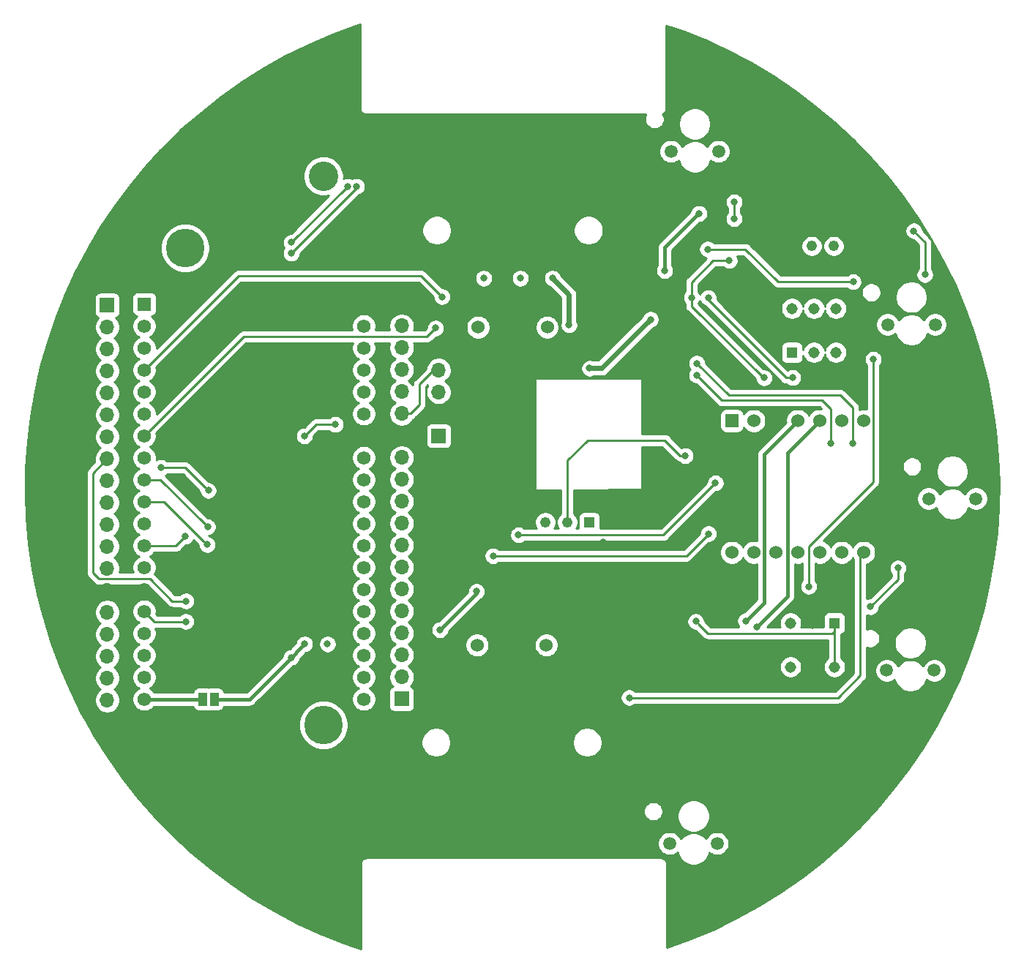
<source format=gbl>
%TF.GenerationSoftware,KiCad,Pcbnew,5.1.5+dfsg1-2build2*%
%TF.CreationDate,2021-11-18T22:09:55+05:30*%
%TF.ProjectId,Meshmerize,4d657368-6d65-4726-997a-652e6b696361,rev?*%
%TF.SameCoordinates,Original*%
%TF.FileFunction,Copper,L2,Bot*%
%TF.FilePolarity,Positive*%
%FSLAX46Y46*%
G04 Gerber Fmt 4.6, Leading zero omitted, Abs format (unit mm)*
G04 Created by KiCad (PCBNEW 5.1.5+dfsg1-2build2) date 2021-11-18 22:09:55*
%MOMM*%
%LPD*%
G04 APERTURE LIST*
%TA.AperFunction,SMDPad,CuDef*%
%ADD10R,1.000000X1.500000*%
%TD*%
%TA.AperFunction,ComponentPad*%
%ADD11C,1.218000*%
%TD*%
%TA.AperFunction,ComponentPad*%
%ADD12R,1.218000X1.218000*%
%TD*%
%TA.AperFunction,ComponentPad*%
%ADD13C,1.560000*%
%TD*%
%TA.AperFunction,ComponentPad*%
%ADD14R,1.560000X1.560000*%
%TD*%
%TA.AperFunction,ComponentPad*%
%ADD15R,1.308000X1.308000*%
%TD*%
%TA.AperFunction,ComponentPad*%
%ADD16C,1.308000*%
%TD*%
%TA.AperFunction,ComponentPad*%
%ADD17C,1.524000*%
%TD*%
%TA.AperFunction,ComponentPad*%
%ADD18C,1.500000*%
%TD*%
%TA.AperFunction,ComponentPad*%
%ADD19R,1.524000X1.524000*%
%TD*%
%TA.AperFunction,ComponentPad*%
%ADD20C,3.406000*%
%TD*%
%TA.AperFunction,ComponentPad*%
%ADD21C,4.466000*%
%TD*%
%TA.AperFunction,ComponentPad*%
%ADD22O,1.700000X1.700000*%
%TD*%
%TA.AperFunction,ComponentPad*%
%ADD23R,1.700000X1.700000*%
%TD*%
%TA.AperFunction,ViaPad*%
%ADD24C,0.800000*%
%TD*%
%TA.AperFunction,Conductor*%
%ADD25C,0.400000*%
%TD*%
%TA.AperFunction,Conductor*%
%ADD26C,0.250000*%
%TD*%
%TA.AperFunction,Conductor*%
%ADD27C,0.200000*%
%TD*%
%TA.AperFunction,Conductor*%
%ADD28C,0.600000*%
%TD*%
%TA.AperFunction,Conductor*%
%ADD29C,0.254000*%
%TD*%
G04 APERTURE END LIST*
D10*
%TO.P,JP1,1*%
%TO.N,+V*%
X116575600Y-116039900D03*
%TO.P,JP1,2*%
%TO.N,Vin_ESP*%
X115275600Y-116039900D03*
%TD*%
D11*
%TO.P,RV2,3*%
%TO.N,3V3*%
X188239400Y-63601600D03*
%TO.P,RV2,2*%
%TO.N,POT_CON*%
X185699400Y-63601600D03*
D12*
%TO.P,RV2,1*%
%TO.N,GND*%
X183159400Y-63601600D03*
%TD*%
D13*
%TO.P,U2,38*%
%TO.N,Net-(J2-Pad1)*%
X133893560Y-116028400D03*
%TO.P,U2,37*%
%TO.N,Net-(J2-Pad2)*%
X133893560Y-113488400D03*
%TO.P,U2,36*%
%TO.N,Net-(J2-Pad3)*%
X133893560Y-110948400D03*
%TO.P,U2,35*%
%TO.N,Net-(J2-Pad4)*%
X133893560Y-108408400D03*
%TO.P,U2,34*%
%TO.N,Net-(J2-Pad5)*%
X133893560Y-105868400D03*
%TO.P,U2,33*%
%TO.N,Net-(J2-Pad6)*%
X133893560Y-103328400D03*
%TO.P,U2,32*%
%TO.N,Net-(J2-Pad7)*%
X133893560Y-100788400D03*
%TO.P,U2,31*%
%TO.N,Net-(J2-Pad8)*%
X133893560Y-98248400D03*
%TO.P,U2,30*%
%TO.N,Net-(J2-Pad9)*%
X133893560Y-95708400D03*
%TO.P,U2,29*%
%TO.N,Net-(J2-Pad10)*%
X133893560Y-93168400D03*
%TO.P,U2,28*%
%TO.N,Net-(J2-Pad11)*%
X133893560Y-90628400D03*
%TO.P,U2,27*%
%TO.N,Net-(J2-Pad12)*%
X133893560Y-88088400D03*
%TO.P,U2,26*%
%TO.N,GND*%
X133893560Y-85548400D03*
%TO.P,U2,25*%
%TO.N,SDA_OLED*%
X133893560Y-83008400D03*
%TO.P,U2,24*%
%TO.N,Net-(J2-Pad15)*%
X133893560Y-80468400D03*
%TO.P,U2,23*%
%TO.N,Net-(J2-Pad16)*%
X133893560Y-77928400D03*
%TO.P,U2,22*%
%TO.N,SCL_OLED*%
X133893560Y-75388400D03*
%TO.P,U2,21*%
%TO.N,Net-(J2-Pad18)*%
X133893560Y-72848400D03*
%TO.P,U2,20*%
%TO.N,GND*%
X133893560Y-70308400D03*
%TO.P,U2,18*%
%TO.N,Net-(J1-Pad18)*%
X108493560Y-113488400D03*
%TO.P,U2,17*%
%TO.N,END_LED*%
X108493560Y-110948400D03*
%TO.P,U2,16*%
%TO.N,Net-(J1-Pad16)*%
X108493560Y-108408400D03*
%TO.P,U2,15*%
%TO.N,DEB*%
X108493560Y-105868400D03*
%TO.P,U2,14*%
%TO.N,GND*%
X108493560Y-103328400D03*
%TO.P,U2,13*%
%TO.N,PWMB*%
X108493560Y-100788400D03*
%TO.P,U2,12*%
%TO.N,B2*%
X108493560Y-98248400D03*
%TO.P,U2,11*%
%TO.N,B1*%
X108493560Y-95708400D03*
%TO.P,U2,10*%
%TO.N,A2*%
X108493560Y-93168400D03*
%TO.P,U2,9*%
%TO.N,A1*%
X108493560Y-90628400D03*
%TO.P,U2,8*%
%TO.N,PWMA*%
X108493560Y-88088400D03*
%TO.P,U2,7*%
%TO.N,D1*%
X108493560Y-85548400D03*
%TO.P,U2,6*%
%TO.N,D2*%
X108493560Y-83008400D03*
%TO.P,U2,5*%
%TO.N,D3*%
X108493560Y-80468400D03*
%TO.P,U2,4*%
%TO.N,D4*%
X108493560Y-77928400D03*
%TO.P,U2,3*%
%TO.N,D5*%
X108493560Y-75388400D03*
%TO.P,U2,19*%
%TO.N,Vin_ESP*%
X108493560Y-116028400D03*
%TO.P,U2,2*%
%TO.N,Net-(J1-Pad2)*%
X108493560Y-72848400D03*
D14*
%TO.P,U2,1*%
%TO.N,3V3*%
X108493560Y-70308400D03*
%TD*%
D15*
%TO.P,S2,1*%
%TO.N,DEB*%
X188328300Y-107226100D03*
D16*
%TO.P,S2,2*%
%TO.N,GND*%
X185788300Y-107226100D03*
%TO.P,S2,3*%
%TO.N,N/C*%
X183248300Y-107226100D03*
%TO.P,S2,4*%
%TO.N,DEB*%
X188328300Y-112306100D03*
%TO.P,S2,5*%
%TO.N,GND*%
X185788300Y-112306100D03*
%TO.P,S2,6*%
%TO.N,N/C*%
X183248300Y-112306100D03*
%TD*%
D17*
%TO.P,M2,2*%
%TO.N,Net-(M2-Pad2)*%
X154997920Y-109791220D03*
%TO.P,M2,1*%
%TO.N,Net-(M2-Pad1)*%
X146997920Y-109791220D03*
%TD*%
D18*
%TO.P,U8,CATH*%
%TO.N,GND*%
X174761340Y-130202940D03*
%TO.P,U8,A*%
%TO.N,Net-(R13-Pad2)*%
X174761340Y-132742940D03*
%TO.P,U8,E*%
%TO.N,GND*%
X169261340Y-130202940D03*
%TO.P,U8,COLL*%
%TO.N,An5*%
X169261340Y-132742940D03*
%TD*%
D19*
%TO.P,TB1,1*%
%TO.N,+V*%
X176469900Y-83810780D03*
D17*
%TO.P,TB1,2*%
%TO.N,3V3*%
X179009900Y-83810780D03*
%TO.P,TB1,3*%
%TO.N,GND*%
X181549900Y-83810780D03*
%TO.P,TB1,4*%
%TO.N,Net-(M2-Pad2)*%
X184089900Y-83810780D03*
%TO.P,TB1,5*%
%TO.N,Net-(M2-Pad1)*%
X186629900Y-83810780D03*
%TO.P,TB1,6*%
%TO.N,Net-(M1-Pad2)*%
X189169900Y-83810780D03*
%TO.P,TB1,7*%
%TO.N,Net-(M1-Pad1)*%
X191709900Y-83810780D03*
%TO.P,TB1,8*%
%TO.N,GND*%
X194249900Y-83810780D03*
%TO.P,TB1,9*%
X194249900Y-99050780D03*
%TO.P,TB1,10*%
%TO.N,PWMB*%
X191709900Y-99050780D03*
%TO.P,TB1,11*%
%TO.N,Net-(R3-Pad1)*%
X189169900Y-99050780D03*
%TO.P,TB1,12*%
%TO.N,Net-(R4-Pad1)*%
X186629900Y-99050780D03*
%TO.P,TB1,13*%
%TO.N,3V3*%
X184089900Y-99050780D03*
%TO.P,TB1,14*%
%TO.N,Net-(R5-Pad1)*%
X181549900Y-99050780D03*
%TO.P,TB1,15*%
%TO.N,Net-(R6-Pad1)*%
X179009900Y-99050780D03*
%TO.P,TB1,16*%
%TO.N,PWMA*%
X176469900Y-99050780D03*
%TD*%
%TO.P,M1,1*%
%TO.N,Net-(M1-Pad1)*%
X155096980Y-72997340D03*
%TO.P,M1,2*%
%TO.N,Net-(M1-Pad2)*%
X147096980Y-72997340D03*
%TD*%
D20*
%TO.P,BT2,P$3*%
%TO.N,N/C*%
X129219100Y-55500780D03*
D21*
%TO.P,BT2,P$2*%
X113219100Y-63830780D03*
%TO.P,BT2,P$1*%
X129219100Y-119030780D03*
%TD*%
D15*
%TO.P,S1,1*%
%TO.N,SWO*%
X183413400Y-75907900D03*
D16*
%TO.P,S1,2*%
%TO.N,SW*%
X185953400Y-75907900D03*
%TO.P,S1,3*%
%TO.N,N/C*%
X188493400Y-75907900D03*
%TO.P,S1,4*%
%TO.N,SWO*%
X183413400Y-70827900D03*
%TO.P,S1,5*%
%TO.N,SW*%
X185953400Y-70827900D03*
%TO.P,S1,6*%
%TO.N,N/C*%
X188493400Y-70827900D03*
%TD*%
D18*
%TO.P,U4,CATH*%
%TO.N,GND*%
X199971700Y-70145580D03*
%TO.P,U4,A*%
%TO.N,Net-(R7-Pad2)*%
X199971700Y-72685580D03*
%TO.P,U4,E*%
%TO.N,GND*%
X194471700Y-70145580D03*
%TO.P,U4,COLL*%
%TO.N,An2*%
X194471700Y-72685580D03*
%TD*%
%TO.P,U3,COLL*%
%TO.N,An1*%
X169408660Y-52644040D03*
%TO.P,U3,E*%
%TO.N,GND*%
X169408660Y-50104040D03*
%TO.P,U3,A*%
%TO.N,Net-(R1-Pad2)*%
X174908660Y-52644040D03*
%TO.P,U3,CATH*%
%TO.N,GND*%
X174908660Y-50104040D03*
%TD*%
%TO.P,U6,COLL*%
%TO.N,An3*%
X199207940Y-92834460D03*
%TO.P,U6,E*%
%TO.N,GND*%
X199207940Y-90294460D03*
%TO.P,U6,A*%
%TO.N,Net-(R9-Pad2)*%
X204707940Y-92834460D03*
%TO.P,U6,CATH*%
%TO.N,GND*%
X204707940Y-90294460D03*
%TD*%
%TO.P,U7,COLL*%
%TO.N,An4*%
X194370100Y-112715980D03*
%TO.P,U7,E*%
%TO.N,GND*%
X194370100Y-110175980D03*
%TO.P,U7,A*%
%TO.N,Net-(R11-Pad2)*%
X199870100Y-112715980D03*
%TO.P,U7,CATH*%
%TO.N,GND*%
X199870100Y-110175980D03*
%TD*%
D11*
%TO.P,RV1,3*%
%TO.N,+V*%
X154889200Y-95554800D03*
%TO.P,RV1,2*%
%TO.N,Net-(RV1-Pad2)*%
X157429200Y-95554800D03*
D12*
%TO.P,RV1,1*%
%TO.N,Net-(R20-Pad1)*%
X159969200Y-95554800D03*
%TD*%
D22*
%TO.P,J1,19*%
%TO.N,Vin_ESP*%
X104203500Y-116154200D03*
%TO.P,J1,18*%
%TO.N,Net-(J1-Pad18)*%
X104203500Y-113614200D03*
%TO.P,J1,17*%
%TO.N,END_LED*%
X104203500Y-111074200D03*
%TO.P,J1,16*%
%TO.N,Net-(J1-Pad16)*%
X104203500Y-108534200D03*
%TO.P,J1,15*%
%TO.N,DEB*%
X104203500Y-105994200D03*
%TO.P,J1,14*%
%TO.N,GND*%
X104203500Y-103454200D03*
%TO.P,J1,13*%
%TO.N,PWMB*%
X104203500Y-100914200D03*
%TO.P,J1,12*%
%TO.N,B2*%
X104203500Y-98374200D03*
%TO.P,J1,11*%
%TO.N,B1*%
X104203500Y-95834200D03*
%TO.P,J1,10*%
%TO.N,A2*%
X104203500Y-93294200D03*
%TO.P,J1,9*%
%TO.N,A1*%
X104203500Y-90754200D03*
%TO.P,J1,8*%
%TO.N,PWMA*%
X104203500Y-88214200D03*
%TO.P,J1,7*%
%TO.N,D1*%
X104203500Y-85674200D03*
%TO.P,J1,6*%
%TO.N,D2*%
X104203500Y-83134200D03*
%TO.P,J1,5*%
%TO.N,D3*%
X104203500Y-80594200D03*
%TO.P,J1,4*%
%TO.N,D4*%
X104203500Y-78054200D03*
%TO.P,J1,3*%
%TO.N,D5*%
X104203500Y-75514200D03*
%TO.P,J1,2*%
%TO.N,Net-(J1-Pad2)*%
X104203500Y-72974200D03*
D23*
%TO.P,J1,1*%
%TO.N,3V3*%
X104203500Y-70434200D03*
%TD*%
%TO.P,J2,1*%
%TO.N,Net-(J2-Pad1)*%
X138264900Y-116014500D03*
D22*
%TO.P,J2,2*%
%TO.N,Net-(J2-Pad2)*%
X138264900Y-113474500D03*
%TO.P,J2,3*%
%TO.N,Net-(J2-Pad3)*%
X138264900Y-110934500D03*
%TO.P,J2,4*%
%TO.N,Net-(J2-Pad4)*%
X138264900Y-108394500D03*
%TO.P,J2,5*%
%TO.N,Net-(J2-Pad5)*%
X138264900Y-105854500D03*
%TO.P,J2,6*%
%TO.N,Net-(J2-Pad6)*%
X138264900Y-103314500D03*
%TO.P,J2,7*%
%TO.N,Net-(J2-Pad7)*%
X138264900Y-100774500D03*
%TO.P,J2,8*%
%TO.N,Net-(J2-Pad8)*%
X138264900Y-98234500D03*
%TO.P,J2,9*%
%TO.N,Net-(J2-Pad9)*%
X138264900Y-95694500D03*
%TO.P,J2,10*%
%TO.N,Net-(J2-Pad10)*%
X138264900Y-93154500D03*
%TO.P,J2,11*%
%TO.N,Net-(J2-Pad11)*%
X138264900Y-90614500D03*
%TO.P,J2,12*%
%TO.N,Net-(J2-Pad12)*%
X138264900Y-88074500D03*
%TO.P,J2,13*%
%TO.N,GND*%
X138264900Y-85534500D03*
%TO.P,J2,14*%
%TO.N,SDA_OLED*%
X138264900Y-82994500D03*
%TO.P,J2,15*%
%TO.N,Net-(J2-Pad15)*%
X138264900Y-80454500D03*
%TO.P,J2,16*%
%TO.N,Net-(J2-Pad16)*%
X138264900Y-77914500D03*
%TO.P,J2,17*%
%TO.N,SCL_OLED*%
X138264900Y-75374500D03*
%TO.P,J2,18*%
%TO.N,Net-(J2-Pad18)*%
X138264900Y-72834500D03*
%TO.P,J2,19*%
%TO.N,GND*%
X138264900Y-70294500D03*
%TD*%
D23*
%TO.P,J3,1*%
%TO.N,3V3*%
X142544800Y-85572600D03*
D22*
%TO.P,J3,2*%
%TO.N,GND*%
X142544800Y-83032600D03*
%TO.P,J3,3*%
%TO.N,SCL_OLED*%
X142544800Y-80492600D03*
%TO.P,J3,4*%
%TO.N,SDA_OLED*%
X142544800Y-77952600D03*
%TD*%
D24*
%TO.N,GND*%
X162953700Y-66751200D03*
X120942100Y-132727700D03*
X120916700Y-131229100D03*
X120904000Y-129654300D03*
X120891300Y-128308100D03*
X174967900Y-69088000D03*
X96342200Y-97663000D03*
X175056800Y-114046000D03*
X164211000Y-94996000D03*
X172669200Y-101384100D03*
X156204920Y-103027480D03*
X168102280Y-89311480D03*
X126837440Y-68773040D03*
X126832360Y-65511680D03*
X181000400Y-69128640D03*
X153664920Y-98287840D03*
X153695400Y-103088440D03*
X161554160Y-95885000D03*
X161554160Y-97856040D03*
X171297600Y-85661500D03*
%TO.N,3V3*%
X172643800Y-59842400D03*
X168691984Y-66449093D03*
%TO.N,Net-(M2-Pad1)*%
X179374800Y-107670600D03*
%TO.N,Net-(M2-Pad2)*%
X178054000Y-106972100D03*
%TO.N,B2*%
X113258600Y-97193100D03*
X127025400Y-85572600D03*
X172402500Y-77165200D03*
X130586480Y-84251800D03*
X190459360Y-86405720D03*
%TO.N,B1*%
X172402500Y-78536800D03*
X110423960Y-89230200D03*
X187888880Y-86400640D03*
X115905280Y-91881960D03*
%TO.N,A1*%
X151775160Y-97033080D03*
X115813840Y-96088200D03*
X174561410Y-91023440D03*
%TO.N,A2*%
X148833840Y-99451160D03*
X115783360Y-98150680D03*
X173759081Y-96901104D03*
%TO.N,D1*%
X142194280Y-73085960D03*
%TO.N,D2*%
X125501400Y-63182500D03*
X132029202Y-56692800D03*
%TO.N,D3*%
X125488700Y-64439800D03*
X133057900Y-56692798D03*
%TO.N,D4*%
X142925800Y-69469000D03*
%TO.N,PWMA*%
X113324640Y-104683560D03*
%TO.N,PWMB*%
X164592000Y-115862100D03*
%TO.N,Net-(R7-Pad2)*%
X197497700Y-61849000D03*
X198796701Y-66905201D03*
%TO.N,SW*%
X155714700Y-67322700D03*
X151993600Y-67322700D03*
X147764500Y-67322700D03*
X157617160Y-72725280D03*
%TO.N,SWO*%
X159994600Y-77749400D03*
X167050720Y-72095360D03*
%TO.N,+V*%
X142690850Y-108019850D03*
X129692400Y-109656880D03*
X125483620Y-111213900D03*
X127040640Y-109656880D03*
X146923760Y-103565960D03*
%TO.N,Net-(RV1-Pad2)*%
X171056300Y-87858600D03*
%TO.N,DEB*%
X172288200Y-107035600D03*
X113294160Y-107061000D03*
%TO.N,An1*%
X176733200Y-58508900D03*
X176720500Y-60439200D03*
%TO.N,An2*%
X190487300Y-67729100D03*
X173654720Y-63967360D03*
%TO.N,An3*%
X183484520Y-78831442D03*
X173725840Y-69565520D03*
%TO.N,An4*%
X176164240Y-65283080D03*
X171800520Y-69550280D03*
X192481200Y-105354120D03*
X195681600Y-100863400D03*
X180177440Y-78851760D03*
%TO.N,POT_CON*%
X185343800Y-102997000D03*
X192816480Y-76708000D03*
%TD*%
D25*
%TO.N,3V3*%
X168676320Y-66433429D02*
X168691984Y-66449093D01*
X168676320Y-63748920D02*
X168676320Y-66433429D01*
X172582840Y-59842400D02*
X168676320Y-63748920D01*
X172643800Y-59842400D02*
X172582840Y-59842400D01*
%TO.N,Net-(M2-Pad1)*%
X182927899Y-87512781D02*
X186629900Y-83810780D01*
X182927899Y-104117501D02*
X182927899Y-87512781D01*
X179374800Y-107670600D02*
X182927899Y-104117501D01*
%TO.N,Net-(M2-Pad2)*%
X180171901Y-87728779D02*
X184089900Y-83810780D01*
X180171901Y-104854199D02*
X180171901Y-87728779D01*
X178054000Y-106972100D02*
X180171901Y-104854199D01*
D26*
%TO.N,B2*%
X108543160Y-98298000D02*
X108493560Y-98248400D01*
X112153700Y-98298000D02*
X108543160Y-98298000D01*
X113258600Y-97193100D02*
X112153700Y-98298000D01*
X128346200Y-84251800D02*
X130586480Y-84251800D01*
X127025400Y-85572600D02*
X128346200Y-84251800D01*
X172402500Y-77165200D02*
X176110900Y-80873600D01*
X176110900Y-80873600D02*
X189039500Y-80873600D01*
X189039500Y-80873600D02*
X190459360Y-82293460D01*
X190459360Y-82293460D02*
X190459360Y-85840035D01*
X190459360Y-85840035D02*
X190459360Y-86405720D01*
%TO.N,B1*%
X172402500Y-78536800D02*
X172821600Y-78955900D01*
X175323500Y-81457800D02*
X172821600Y-78955900D01*
D27*
X175342550Y-81457800D02*
X175323500Y-81457800D01*
D26*
X175342550Y-81457800D02*
X186905900Y-81457800D01*
X186905900Y-81457800D02*
X187888880Y-82440780D01*
X187888880Y-82440780D02*
X187888880Y-85834955D01*
X187888880Y-85834955D02*
X187888880Y-86400640D01*
X110423960Y-89230200D02*
X113253520Y-89230200D01*
X113253520Y-89230200D02*
X115505281Y-91481961D01*
X115505281Y-91481961D02*
X115905280Y-91881960D01*
%TO.N,A1*%
X108493560Y-90628400D02*
X110354040Y-90628400D01*
X110354040Y-90628400D02*
X115413841Y-95688201D01*
X115413841Y-95688201D02*
X115813840Y-96088200D01*
X168551770Y-97033080D02*
X174561410Y-91023440D01*
X151775160Y-97033080D02*
X168551770Y-97033080D01*
%TO.N,A2*%
X110801080Y-93168400D02*
X115383361Y-97750681D01*
X108493560Y-93168400D02*
X110801080Y-93168400D01*
X115383361Y-97750681D02*
X115783360Y-98150680D01*
X171209025Y-99451160D02*
X173759081Y-96901104D01*
X148833840Y-99451160D02*
X171209025Y-99451160D01*
%TO.N,D1*%
X119965400Y-74076560D02*
X141203680Y-74076560D01*
X108493560Y-85548400D02*
X119965400Y-74076560D01*
X141203680Y-74076560D02*
X141794281Y-73485959D01*
X141794281Y-73485959D02*
X142194280Y-73085960D01*
%TO.N,D2*%
X125501400Y-63182500D02*
X131991100Y-56692800D01*
X131991100Y-56692800D02*
X132029202Y-56692800D01*
%TO.N,D3*%
X125488700Y-64439800D02*
X133057900Y-56870600D01*
X133057900Y-56870600D02*
X133057900Y-56692798D01*
%TO.N,D4*%
X142525801Y-69069001D02*
X142925800Y-69469000D01*
X140512800Y-67056000D02*
X142525801Y-69069001D01*
X119365960Y-67056000D02*
X140512800Y-67056000D01*
X108493560Y-77928400D02*
X119365960Y-67056000D01*
%TO.N,PWMA*%
X111732060Y-104683560D02*
X113324640Y-104683560D01*
X109169200Y-102120700D02*
X111732060Y-104683560D01*
X103263700Y-102120700D02*
X109169200Y-102120700D01*
X102552500Y-101409500D02*
X103263700Y-102120700D01*
X102552500Y-89865200D02*
X102552500Y-101409500D01*
X104203500Y-88214200D02*
X102552500Y-89865200D01*
%TO.N,PWMB*%
X191312800Y-99447880D02*
X191709900Y-99050780D01*
X191312800Y-113309400D02*
X191312800Y-99447880D01*
X188760100Y-115862100D02*
X191312800Y-113309400D01*
X164592000Y-115862100D02*
X188760100Y-115862100D01*
%TO.N,Net-(R7-Pad2)*%
X198818500Y-66883402D02*
X198796701Y-66905201D01*
X198818500Y-63169800D02*
X198818500Y-66883402D01*
X197497700Y-61849000D02*
X198818500Y-63169800D01*
D28*
%TO.N,SW*%
X157617160Y-72159595D02*
X157617160Y-72725280D01*
X155714700Y-67322700D02*
X157617160Y-69225160D01*
X157617160Y-69225160D02*
X157617160Y-72159595D01*
%TO.N,SWO*%
X161396680Y-77749400D02*
X166650721Y-72495359D01*
X159994600Y-77749400D02*
X161396680Y-77749400D01*
X166650721Y-72495359D02*
X167050720Y-72095360D01*
D25*
%TO.N,+V*%
X120657620Y-116039900D02*
X125483620Y-111213900D01*
X126640641Y-110056879D02*
X127040640Y-109656880D01*
X125483620Y-111213900D02*
X126640641Y-110056879D01*
X116575600Y-116039900D02*
X120657620Y-116039900D01*
X142690850Y-108019850D02*
X146923760Y-103786940D01*
X146923760Y-103786940D02*
X146923760Y-103565960D01*
D26*
%TO.N,Net-(RV1-Pad2)*%
X170472100Y-87858600D02*
X171056300Y-87858600D01*
X168719500Y-86106000D02*
X170472100Y-87858600D01*
X168719500Y-86067900D02*
X168719500Y-86106000D01*
X159766000Y-86067900D02*
X168719500Y-86067900D01*
X157429200Y-88404700D02*
X159766000Y-86067900D01*
X157429200Y-95554800D02*
X157429200Y-88404700D01*
%TO.N,DEB*%
X188328300Y-112306100D02*
X188328300Y-107226100D01*
X173666099Y-108413499D02*
X172688199Y-107435599D01*
X188328300Y-107226100D02*
X188328300Y-108130100D01*
X188328300Y-108130100D02*
X188044901Y-108413499D01*
X188044901Y-108413499D02*
X173666099Y-108413499D01*
X172688199Y-107435599D02*
X172288200Y-107035600D01*
X113294160Y-107061000D02*
X109686160Y-107061000D01*
X109686160Y-107061000D02*
X108493560Y-105868400D01*
%TO.N,An1*%
X176733200Y-60426500D02*
X176720500Y-60439200D01*
X176733200Y-58508900D02*
X176733200Y-60426500D01*
%TO.N,An2*%
X178033680Y-63967360D02*
X174220405Y-63967360D01*
X190487300Y-67729100D02*
X181795420Y-67729100D01*
X174220405Y-63967360D02*
X173654720Y-63967360D01*
X181795420Y-67729100D02*
X178033680Y-63967360D01*
%TO.N,An3*%
X173725840Y-69834760D02*
X173725840Y-69565520D01*
X182722522Y-78831442D02*
X173725840Y-69834760D01*
X183484520Y-78831442D02*
X182722522Y-78831442D01*
%TO.N,An4*%
X171800520Y-67787520D02*
X171800520Y-69550280D01*
X174304960Y-65283080D02*
X171800520Y-67787520D01*
X176164240Y-65283080D02*
X174304960Y-65283080D01*
X192481200Y-105354120D02*
X195686680Y-102148640D01*
X195681600Y-102143560D02*
X195681600Y-100863400D01*
X195686680Y-102148640D02*
X195681600Y-102143560D01*
X180075840Y-78851760D02*
X180177440Y-78851760D01*
X171800520Y-70576440D02*
X180075840Y-78851760D01*
X171800520Y-69550280D02*
X171800520Y-70576440D01*
%TO.N,SDA_OLED*%
X141960600Y-77952600D02*
X142544800Y-77952600D01*
X140296900Y-79616300D02*
X141960600Y-77952600D01*
X139280900Y-82994500D02*
X140296900Y-81978500D01*
X140296900Y-81978500D02*
X140296900Y-79616300D01*
X138264900Y-82994500D02*
X139280900Y-82994500D01*
%TO.N,POT_CON*%
X185343800Y-102997000D02*
X185343800Y-98362120D01*
X185343800Y-98362120D02*
X192816480Y-90889440D01*
X192816480Y-90889440D02*
X192816480Y-77273685D01*
X192816480Y-77273685D02*
X192816480Y-76708000D01*
D25*
%TO.N,Vin_ESP*%
X108505060Y-116039900D02*
X108493560Y-116028400D01*
X115275600Y-116039900D02*
X108505060Y-116039900D01*
%TD*%
D29*
%TO.N,GND*%
G36*
X133461692Y-47678440D02*
G01*
X133458507Y-47710780D01*
X133461708Y-47743280D01*
X133461708Y-47743359D01*
X133464756Y-47774226D01*
X133471250Y-47840163D01*
X133471274Y-47840244D01*
X133471282Y-47840320D01*
X133489314Y-47899712D01*
X133508990Y-47964573D01*
X133509030Y-47964647D01*
X133509052Y-47964721D01*
X133538173Y-48019172D01*
X133570275Y-48079230D01*
X133570329Y-48079296D01*
X133570365Y-48079363D01*
X133608516Y-48125827D01*
X133652752Y-48179728D01*
X133652820Y-48179784D01*
X133652867Y-48179841D01*
X133699183Y-48217833D01*
X133753250Y-48262205D01*
X133753326Y-48262246D01*
X133753385Y-48262294D01*
X133807005Y-48290937D01*
X133867907Y-48323490D01*
X133867990Y-48323515D01*
X133868057Y-48323551D01*
X133926967Y-48341406D01*
X133992317Y-48361230D01*
X133992401Y-48361238D01*
X133992476Y-48361261D01*
X134054212Y-48367326D01*
X134089281Y-48370780D01*
X134089370Y-48370780D01*
X134121861Y-48373972D01*
X134154191Y-48370780D01*
X166513284Y-48370780D01*
X166502836Y-48386416D01*
X166417277Y-48592973D01*
X166373660Y-48812252D01*
X166373660Y-49035828D01*
X166417277Y-49255107D01*
X166502836Y-49461664D01*
X166627048Y-49647560D01*
X166785140Y-49805652D01*
X166971036Y-49929864D01*
X167177593Y-50015423D01*
X167396872Y-50059040D01*
X167620448Y-50059040D01*
X167839727Y-50015423D01*
X168046284Y-49929864D01*
X168232180Y-49805652D01*
X168390272Y-49647560D01*
X168514484Y-49461664D01*
X168586259Y-49288384D01*
X170273660Y-49288384D01*
X170273660Y-49659696D01*
X170346099Y-50023874D01*
X170488194Y-50366922D01*
X170694485Y-50675658D01*
X170957042Y-50938215D01*
X171265778Y-51144506D01*
X171608826Y-51286601D01*
X171973004Y-51359040D01*
X172344316Y-51359040D01*
X172708494Y-51286601D01*
X173051542Y-51144506D01*
X173360278Y-50938215D01*
X173622835Y-50675658D01*
X173829126Y-50366922D01*
X173971221Y-50023874D01*
X174043660Y-49659696D01*
X174043660Y-49288384D01*
X173971221Y-48924206D01*
X173829126Y-48581158D01*
X173622835Y-48272422D01*
X173360278Y-48009865D01*
X173051542Y-47803574D01*
X172708494Y-47661479D01*
X172344316Y-47589040D01*
X171973004Y-47589040D01*
X171608826Y-47661479D01*
X171265778Y-47803574D01*
X170957042Y-48009865D01*
X170694485Y-48272422D01*
X170488194Y-48581158D01*
X170346099Y-48924206D01*
X170273660Y-49288384D01*
X168586259Y-49288384D01*
X168600043Y-49255107D01*
X168643660Y-49035828D01*
X168643660Y-48812252D01*
X168600043Y-48592973D01*
X168514484Y-48386416D01*
X168469897Y-48319688D01*
X168520581Y-48292334D01*
X168576950Y-48262205D01*
X168577988Y-48261353D01*
X168579163Y-48260719D01*
X168628052Y-48220266D01*
X168677448Y-48179728D01*
X168678301Y-48178689D01*
X168679329Y-48177838D01*
X168719448Y-48128551D01*
X168759925Y-48079230D01*
X168760558Y-48078045D01*
X168761401Y-48077010D01*
X168791110Y-48020887D01*
X168821210Y-47964573D01*
X168821600Y-47963288D01*
X168822225Y-47962107D01*
X168840414Y-47901267D01*
X168858950Y-47840163D01*
X168859082Y-47838826D01*
X168859464Y-47837547D01*
X168865427Y-47774399D01*
X168871693Y-47710780D01*
X168868369Y-47677027D01*
X168829706Y-38058030D01*
X170753571Y-38719242D01*
X173485385Y-39821154D01*
X176155804Y-41064536D01*
X178757495Y-42445976D01*
X181283313Y-43961681D01*
X183726334Y-45607491D01*
X186079891Y-47378919D01*
X188337509Y-49271093D01*
X190492983Y-51278805D01*
X192540452Y-53396602D01*
X194474268Y-55618641D01*
X196289147Y-57938850D01*
X197980107Y-60350864D01*
X199542506Y-62848051D01*
X200972074Y-65423596D01*
X202264894Y-68070432D01*
X203417417Y-70781306D01*
X204426480Y-73548770D01*
X205289327Y-76365268D01*
X206003586Y-79223055D01*
X206567301Y-82114314D01*
X206978924Y-85031082D01*
X207237334Y-87965438D01*
X207341817Y-90909282D01*
X207292089Y-93854561D01*
X207088285Y-96793184D01*
X206730963Y-99717133D01*
X206221106Y-102618353D01*
X205560102Y-105488948D01*
X204749780Y-108320974D01*
X203792338Y-111106751D01*
X202690426Y-113838565D01*
X201447040Y-116508992D01*
X200065604Y-119110675D01*
X198549905Y-121636485D01*
X196904089Y-124079514D01*
X195132668Y-126433061D01*
X193240497Y-128690679D01*
X191232775Y-130846163D01*
X189114977Y-132893632D01*
X186892939Y-134827448D01*
X184572739Y-136642320D01*
X182160729Y-138333278D01*
X179663529Y-139895686D01*
X177087991Y-141325251D01*
X174441140Y-142618077D01*
X171730274Y-143770597D01*
X168957305Y-144781668D01*
X168918500Y-144794313D01*
X168918500Y-135083199D01*
X168921693Y-135050780D01*
X168908950Y-134921397D01*
X168871210Y-134796987D01*
X168809925Y-134682330D01*
X168727448Y-134581832D01*
X168626950Y-134499355D01*
X168512293Y-134438070D01*
X168387883Y-134400330D01*
X168290919Y-134390780D01*
X168258500Y-134387587D01*
X168226081Y-134390780D01*
X134204325Y-134390780D01*
X134172130Y-134387588D01*
X134139504Y-134390780D01*
X134139281Y-134390780D01*
X134105933Y-134394064D01*
X134042740Y-134400247D01*
X134042538Y-134400308D01*
X134042317Y-134400330D01*
X133979081Y-134419513D01*
X133918305Y-134437906D01*
X133918117Y-134438006D01*
X133917907Y-134438070D01*
X133859372Y-134469358D01*
X133803609Y-134499117D01*
X133803447Y-134499250D01*
X133803250Y-134499355D01*
X133752057Y-134541368D01*
X133703057Y-134581528D01*
X133702921Y-134581693D01*
X133702752Y-134581832D01*
X133660824Y-134632921D01*
X133620515Y-134681973D01*
X133620416Y-134682159D01*
X133620275Y-134682330D01*
X133589204Y-134740460D01*
X133559155Y-134796590D01*
X133559093Y-134796795D01*
X133558990Y-134796987D01*
X133539842Y-134860107D01*
X133521335Y-134920976D01*
X133521314Y-134921185D01*
X133521250Y-134921397D01*
X133514760Y-134987289D01*
X133511722Y-135017933D01*
X133511722Y-135018139D01*
X133508507Y-135050780D01*
X133511680Y-135082994D01*
X133505292Y-144924001D01*
X131568645Y-144266296D01*
X128830171Y-143173311D01*
X126152654Y-141938504D01*
X123543433Y-140565260D01*
X121009643Y-139057333D01*
X118558259Y-137418873D01*
X116195995Y-135654371D01*
X113929299Y-133768642D01*
X112672485Y-132606529D01*
X167876340Y-132606529D01*
X167876340Y-132879351D01*
X167929565Y-133146929D01*
X168033969Y-133398983D01*
X168185541Y-133625826D01*
X168378454Y-133818739D01*
X168605297Y-133970311D01*
X168857351Y-134074715D01*
X169124929Y-134127940D01*
X169397751Y-134127940D01*
X169665329Y-134074715D01*
X169917383Y-133970311D01*
X170144226Y-133818739D01*
X170172468Y-133790497D01*
X170198779Y-133922774D01*
X170340874Y-134265822D01*
X170547165Y-134574558D01*
X170809722Y-134837115D01*
X171118458Y-135043406D01*
X171461506Y-135185501D01*
X171825684Y-135257940D01*
X172196996Y-135257940D01*
X172561174Y-135185501D01*
X172904222Y-135043406D01*
X173212958Y-134837115D01*
X173475515Y-134574558D01*
X173681806Y-134265822D01*
X173823901Y-133922774D01*
X173850212Y-133790497D01*
X173878454Y-133818739D01*
X174105297Y-133970311D01*
X174357351Y-134074715D01*
X174624929Y-134127940D01*
X174897751Y-134127940D01*
X175165329Y-134074715D01*
X175417383Y-133970311D01*
X175644226Y-133818739D01*
X175837139Y-133625826D01*
X175988711Y-133398983D01*
X176093115Y-133146929D01*
X176146340Y-132879351D01*
X176146340Y-132606529D01*
X176093115Y-132338951D01*
X175988711Y-132086897D01*
X175837139Y-131860054D01*
X175644226Y-131667141D01*
X175417383Y-131515569D01*
X175165329Y-131411165D01*
X174897751Y-131357940D01*
X174624929Y-131357940D01*
X174357351Y-131411165D01*
X174105297Y-131515569D01*
X173878454Y-131667141D01*
X173685541Y-131860054D01*
X173533969Y-132086897D01*
X173490012Y-132193018D01*
X173475515Y-132171322D01*
X173212958Y-131908765D01*
X172904222Y-131702474D01*
X172561174Y-131560379D01*
X172196996Y-131487940D01*
X171825684Y-131487940D01*
X171461506Y-131560379D01*
X171118458Y-131702474D01*
X170809722Y-131908765D01*
X170547165Y-132171322D01*
X170532668Y-132193018D01*
X170488711Y-132086897D01*
X170337139Y-131860054D01*
X170144226Y-131667141D01*
X169917383Y-131515569D01*
X169665329Y-131411165D01*
X169397751Y-131357940D01*
X169124929Y-131357940D01*
X168857351Y-131411165D01*
X168605297Y-131515569D01*
X168378454Y-131667141D01*
X168185541Y-131860054D01*
X168033969Y-132086897D01*
X167929565Y-132338951D01*
X167876340Y-132606529D01*
X112672485Y-132606529D01*
X111764418Y-131766886D01*
X109707247Y-129654550D01*
X109055489Y-128911152D01*
X166226340Y-128911152D01*
X166226340Y-129134728D01*
X166269957Y-129354007D01*
X166355516Y-129560564D01*
X166479728Y-129746460D01*
X166637820Y-129904552D01*
X166823716Y-130028764D01*
X167030273Y-130114323D01*
X167249552Y-130157940D01*
X167473128Y-130157940D01*
X167692407Y-130114323D01*
X167898964Y-130028764D01*
X168084860Y-129904552D01*
X168242952Y-129746460D01*
X168367164Y-129560564D01*
X168438939Y-129387284D01*
X170126340Y-129387284D01*
X170126340Y-129758596D01*
X170198779Y-130122774D01*
X170340874Y-130465822D01*
X170547165Y-130774558D01*
X170809722Y-131037115D01*
X171118458Y-131243406D01*
X171461506Y-131385501D01*
X171825684Y-131457940D01*
X172196996Y-131457940D01*
X172561174Y-131385501D01*
X172904222Y-131243406D01*
X173212958Y-131037115D01*
X173475515Y-130774558D01*
X173681806Y-130465822D01*
X173823901Y-130122774D01*
X173896340Y-129758596D01*
X173896340Y-129387284D01*
X173823901Y-129023106D01*
X173681806Y-128680058D01*
X173475515Y-128371322D01*
X173212958Y-128108765D01*
X172904222Y-127902474D01*
X172561174Y-127760379D01*
X172196996Y-127687940D01*
X171825684Y-127687940D01*
X171461506Y-127760379D01*
X171118458Y-127902474D01*
X170809722Y-128108765D01*
X170547165Y-128371322D01*
X170340874Y-128680058D01*
X170198779Y-129023106D01*
X170126340Y-129387284D01*
X168438939Y-129387284D01*
X168452723Y-129354007D01*
X168496340Y-129134728D01*
X168496340Y-128911152D01*
X168452723Y-128691873D01*
X168367164Y-128485316D01*
X168242952Y-128299420D01*
X168084860Y-128141328D01*
X167898964Y-128017116D01*
X167692407Y-127931557D01*
X167473128Y-127887940D01*
X167249552Y-127887940D01*
X167030273Y-127931557D01*
X166823716Y-128017116D01*
X166637820Y-128141328D01*
X166479728Y-128299420D01*
X166355516Y-128485316D01*
X166269957Y-128691873D01*
X166226340Y-128911152D01*
X109055489Y-128911152D01*
X107763452Y-127437451D01*
X105938360Y-125121668D01*
X104236963Y-122713531D01*
X102663930Y-120219649D01*
X101840209Y-118748307D01*
X126351100Y-118748307D01*
X126351100Y-119313253D01*
X126461316Y-119867345D01*
X126677511Y-120389287D01*
X126991379Y-120859023D01*
X127390857Y-121258501D01*
X127860593Y-121572369D01*
X128382535Y-121788564D01*
X128936627Y-121898780D01*
X129501573Y-121898780D01*
X130055665Y-121788564D01*
X130577607Y-121572369D01*
X131047343Y-121258501D01*
X131445727Y-120860117D01*
X140505000Y-120860117D01*
X140505000Y-121201883D01*
X140571675Y-121537081D01*
X140702463Y-121852831D01*
X140892337Y-122136998D01*
X141134002Y-122378663D01*
X141418169Y-122568537D01*
X141733919Y-122699325D01*
X142069117Y-122766000D01*
X142410883Y-122766000D01*
X142746081Y-122699325D01*
X143061831Y-122568537D01*
X143345998Y-122378663D01*
X143587663Y-122136998D01*
X143777537Y-121852831D01*
X143908325Y-121537081D01*
X143975000Y-121201883D01*
X143975000Y-120860117D01*
X158005600Y-120860117D01*
X158005600Y-121201883D01*
X158072275Y-121537081D01*
X158203063Y-121852831D01*
X158392937Y-122136998D01*
X158634602Y-122378663D01*
X158918769Y-122568537D01*
X159234519Y-122699325D01*
X159569717Y-122766000D01*
X159911483Y-122766000D01*
X160246681Y-122699325D01*
X160562431Y-122568537D01*
X160846598Y-122378663D01*
X161088263Y-122136998D01*
X161278137Y-121852831D01*
X161408925Y-121537081D01*
X161475600Y-121201883D01*
X161475600Y-120860117D01*
X161408925Y-120524919D01*
X161278137Y-120209169D01*
X161088263Y-119925002D01*
X160846598Y-119683337D01*
X160562431Y-119493463D01*
X160246681Y-119362675D01*
X159911483Y-119296000D01*
X159569717Y-119296000D01*
X159234519Y-119362675D01*
X158918769Y-119493463D01*
X158634602Y-119683337D01*
X158392937Y-119925002D01*
X158203063Y-120209169D01*
X158072275Y-120524919D01*
X158005600Y-120860117D01*
X143975000Y-120860117D01*
X143908325Y-120524919D01*
X143777537Y-120209169D01*
X143587663Y-119925002D01*
X143345998Y-119683337D01*
X143061831Y-119493463D01*
X142746081Y-119362675D01*
X142410883Y-119296000D01*
X142069117Y-119296000D01*
X141733919Y-119362675D01*
X141418169Y-119493463D01*
X141134002Y-119683337D01*
X140892337Y-119925002D01*
X140702463Y-120209169D01*
X140571675Y-120524919D01*
X140505000Y-120860117D01*
X131445727Y-120860117D01*
X131446821Y-120859023D01*
X131760689Y-120389287D01*
X131976884Y-119867345D01*
X132087100Y-119313253D01*
X132087100Y-118748307D01*
X131976884Y-118194215D01*
X131760689Y-117672273D01*
X131446821Y-117202537D01*
X131047343Y-116803059D01*
X130577607Y-116489191D01*
X130055665Y-116272996D01*
X129501573Y-116162780D01*
X128936627Y-116162780D01*
X128382535Y-116272996D01*
X127860593Y-116489191D01*
X127390857Y-116803059D01*
X126991379Y-117202537D01*
X126677511Y-117672273D01*
X126461316Y-118194215D01*
X126351100Y-118748307D01*
X101840209Y-118748307D01*
X101223584Y-117646883D01*
X99919844Y-115002227D01*
X98756303Y-112292964D01*
X97736154Y-109526538D01*
X96862187Y-106710509D01*
X96643252Y-105847940D01*
X102718500Y-105847940D01*
X102718500Y-106140460D01*
X102775568Y-106427358D01*
X102887510Y-106697611D01*
X103050025Y-106940832D01*
X103256868Y-107147675D01*
X103431260Y-107264200D01*
X103256868Y-107380725D01*
X103050025Y-107587568D01*
X102887510Y-107830789D01*
X102775568Y-108101042D01*
X102718500Y-108387940D01*
X102718500Y-108680460D01*
X102775568Y-108967358D01*
X102887510Y-109237611D01*
X103050025Y-109480832D01*
X103256868Y-109687675D01*
X103431260Y-109804200D01*
X103256868Y-109920725D01*
X103050025Y-110127568D01*
X102887510Y-110370789D01*
X102775568Y-110641042D01*
X102718500Y-110927940D01*
X102718500Y-111220460D01*
X102775568Y-111507358D01*
X102887510Y-111777611D01*
X103050025Y-112020832D01*
X103256868Y-112227675D01*
X103431260Y-112344200D01*
X103256868Y-112460725D01*
X103050025Y-112667568D01*
X102887510Y-112910789D01*
X102775568Y-113181042D01*
X102718500Y-113467940D01*
X102718500Y-113760460D01*
X102775568Y-114047358D01*
X102887510Y-114317611D01*
X103050025Y-114560832D01*
X103256868Y-114767675D01*
X103431260Y-114884200D01*
X103256868Y-115000725D01*
X103050025Y-115207568D01*
X102887510Y-115450789D01*
X102775568Y-115721042D01*
X102718500Y-116007940D01*
X102718500Y-116300460D01*
X102775568Y-116587358D01*
X102887510Y-116857611D01*
X103050025Y-117100832D01*
X103256868Y-117307675D01*
X103500089Y-117470190D01*
X103770342Y-117582132D01*
X104057240Y-117639200D01*
X104349760Y-117639200D01*
X104636658Y-117582132D01*
X104906911Y-117470190D01*
X105150132Y-117307675D01*
X105356975Y-117100832D01*
X105519490Y-116857611D01*
X105631432Y-116587358D01*
X105688500Y-116300460D01*
X105688500Y-116007940D01*
X105631432Y-115721042D01*
X105519490Y-115450789D01*
X105356975Y-115207568D01*
X105150132Y-115000725D01*
X104975740Y-114884200D01*
X105150132Y-114767675D01*
X105356975Y-114560832D01*
X105519490Y-114317611D01*
X105631432Y-114047358D01*
X105688500Y-113760460D01*
X105688500Y-113467940D01*
X105631432Y-113181042D01*
X105519490Y-112910789D01*
X105356975Y-112667568D01*
X105150132Y-112460725D01*
X104975740Y-112344200D01*
X105150132Y-112227675D01*
X105356975Y-112020832D01*
X105519490Y-111777611D01*
X105631432Y-111507358D01*
X105688500Y-111220460D01*
X105688500Y-110927940D01*
X105631432Y-110641042D01*
X105519490Y-110370789D01*
X105356975Y-110127568D01*
X105150132Y-109920725D01*
X104975740Y-109804200D01*
X105150132Y-109687675D01*
X105356975Y-109480832D01*
X105519490Y-109237611D01*
X105631432Y-108967358D01*
X105688500Y-108680460D01*
X105688500Y-108387940D01*
X105631432Y-108101042D01*
X105519490Y-107830789D01*
X105356975Y-107587568D01*
X105150132Y-107380725D01*
X104975740Y-107264200D01*
X105150132Y-107147675D01*
X105356975Y-106940832D01*
X105519490Y-106697611D01*
X105631432Y-106427358D01*
X105688500Y-106140460D01*
X105688500Y-105847940D01*
X105664849Y-105729035D01*
X107078560Y-105729035D01*
X107078560Y-106007765D01*
X107132937Y-106281140D01*
X107239603Y-106538654D01*
X107394457Y-106770410D01*
X107591550Y-106967503D01*
X107823306Y-107122357D01*
X107862037Y-107138400D01*
X107823306Y-107154443D01*
X107591550Y-107309297D01*
X107394457Y-107506390D01*
X107239603Y-107738146D01*
X107132937Y-107995660D01*
X107078560Y-108269035D01*
X107078560Y-108547765D01*
X107132937Y-108821140D01*
X107239603Y-109078654D01*
X107394457Y-109310410D01*
X107591550Y-109507503D01*
X107823306Y-109662357D01*
X107862037Y-109678400D01*
X107823306Y-109694443D01*
X107591550Y-109849297D01*
X107394457Y-110046390D01*
X107239603Y-110278146D01*
X107132937Y-110535660D01*
X107078560Y-110809035D01*
X107078560Y-111087765D01*
X107132937Y-111361140D01*
X107239603Y-111618654D01*
X107394457Y-111850410D01*
X107591550Y-112047503D01*
X107823306Y-112202357D01*
X107862037Y-112218400D01*
X107823306Y-112234443D01*
X107591550Y-112389297D01*
X107394457Y-112586390D01*
X107239603Y-112818146D01*
X107132937Y-113075660D01*
X107078560Y-113349035D01*
X107078560Y-113627765D01*
X107132937Y-113901140D01*
X107239603Y-114158654D01*
X107394457Y-114390410D01*
X107591550Y-114587503D01*
X107823306Y-114742357D01*
X107862037Y-114758400D01*
X107823306Y-114774443D01*
X107591550Y-114929297D01*
X107394457Y-115126390D01*
X107239603Y-115358146D01*
X107132937Y-115615660D01*
X107078560Y-115889035D01*
X107078560Y-116167765D01*
X107132937Y-116441140D01*
X107239603Y-116698654D01*
X107394457Y-116930410D01*
X107591550Y-117127503D01*
X107823306Y-117282357D01*
X108080820Y-117389023D01*
X108354195Y-117443400D01*
X108632925Y-117443400D01*
X108906300Y-117389023D01*
X109163814Y-117282357D01*
X109395570Y-117127503D01*
X109592663Y-116930410D01*
X109629753Y-116874900D01*
X114145899Y-116874900D01*
X114149788Y-116914382D01*
X114186098Y-117034080D01*
X114245063Y-117144394D01*
X114324415Y-117241085D01*
X114421106Y-117320437D01*
X114531420Y-117379402D01*
X114651118Y-117415712D01*
X114775600Y-117427972D01*
X115775600Y-117427972D01*
X115900082Y-117415712D01*
X115925600Y-117407971D01*
X115951118Y-117415712D01*
X116075600Y-117427972D01*
X117075600Y-117427972D01*
X117200082Y-117415712D01*
X117319780Y-117379402D01*
X117430094Y-117320437D01*
X117526785Y-117241085D01*
X117606137Y-117144394D01*
X117665102Y-117034080D01*
X117701412Y-116914382D01*
X117705301Y-116874900D01*
X120616602Y-116874900D01*
X120657620Y-116878940D01*
X120698638Y-116874900D01*
X120698639Y-116874900D01*
X120821309Y-116862818D01*
X120978707Y-116815072D01*
X121123766Y-116737536D01*
X121250911Y-116633191D01*
X121277066Y-116601321D01*
X125640397Y-112237992D01*
X125785518Y-112209126D01*
X125973876Y-112131105D01*
X126143394Y-112017837D01*
X126287557Y-111873674D01*
X126400825Y-111704156D01*
X126478846Y-111515798D01*
X126507712Y-111370675D01*
X127197417Y-110680972D01*
X127342538Y-110652106D01*
X127530896Y-110574085D01*
X127700414Y-110460817D01*
X127844577Y-110316654D01*
X127957845Y-110147136D01*
X128035866Y-109958778D01*
X128075640Y-109758819D01*
X128075640Y-109554941D01*
X128657400Y-109554941D01*
X128657400Y-109758819D01*
X128697174Y-109958778D01*
X128775195Y-110147136D01*
X128888463Y-110316654D01*
X129032626Y-110460817D01*
X129202144Y-110574085D01*
X129390502Y-110652106D01*
X129590461Y-110691880D01*
X129794339Y-110691880D01*
X129994298Y-110652106D01*
X130182656Y-110574085D01*
X130352174Y-110460817D01*
X130496337Y-110316654D01*
X130609605Y-110147136D01*
X130687626Y-109958778D01*
X130727400Y-109758819D01*
X130727400Y-109554941D01*
X130687626Y-109354982D01*
X130609605Y-109166624D01*
X130496337Y-108997106D01*
X130352174Y-108852943D01*
X130182656Y-108739675D01*
X129994298Y-108661654D01*
X129794339Y-108621880D01*
X129590461Y-108621880D01*
X129390502Y-108661654D01*
X129202144Y-108739675D01*
X129032626Y-108852943D01*
X128888463Y-108997106D01*
X128775195Y-109166624D01*
X128697174Y-109354982D01*
X128657400Y-109554941D01*
X128075640Y-109554941D01*
X128035866Y-109354982D01*
X127957845Y-109166624D01*
X127844577Y-108997106D01*
X127700414Y-108852943D01*
X127530896Y-108739675D01*
X127342538Y-108661654D01*
X127142579Y-108621880D01*
X126938701Y-108621880D01*
X126738742Y-108661654D01*
X126550384Y-108739675D01*
X126380866Y-108852943D01*
X126236703Y-108997106D01*
X126123435Y-109166624D01*
X126045414Y-109354982D01*
X126016548Y-109500103D01*
X125326845Y-110189808D01*
X125181722Y-110218674D01*
X124993364Y-110296695D01*
X124823846Y-110409963D01*
X124679683Y-110554126D01*
X124566415Y-110723644D01*
X124488394Y-110912002D01*
X124459528Y-111057123D01*
X120311753Y-115204900D01*
X117705301Y-115204900D01*
X117701412Y-115165418D01*
X117665102Y-115045720D01*
X117606137Y-114935406D01*
X117526785Y-114838715D01*
X117430094Y-114759363D01*
X117319780Y-114700398D01*
X117200082Y-114664088D01*
X117075600Y-114651828D01*
X116075600Y-114651828D01*
X115951118Y-114664088D01*
X115925600Y-114671829D01*
X115900082Y-114664088D01*
X115775600Y-114651828D01*
X114775600Y-114651828D01*
X114651118Y-114664088D01*
X114531420Y-114700398D01*
X114421106Y-114759363D01*
X114324415Y-114838715D01*
X114245063Y-114935406D01*
X114186098Y-115045720D01*
X114149788Y-115165418D01*
X114145899Y-115204900D01*
X109645122Y-115204900D01*
X109592663Y-115126390D01*
X109395570Y-114929297D01*
X109163814Y-114774443D01*
X109125083Y-114758400D01*
X109163814Y-114742357D01*
X109395570Y-114587503D01*
X109592663Y-114390410D01*
X109747517Y-114158654D01*
X109854183Y-113901140D01*
X109908560Y-113627765D01*
X109908560Y-113349035D01*
X109854183Y-113075660D01*
X109747517Y-112818146D01*
X109592663Y-112586390D01*
X109395570Y-112389297D01*
X109163814Y-112234443D01*
X109125083Y-112218400D01*
X109163814Y-112202357D01*
X109395570Y-112047503D01*
X109592663Y-111850410D01*
X109747517Y-111618654D01*
X109854183Y-111361140D01*
X109908560Y-111087765D01*
X109908560Y-110809035D01*
X109854183Y-110535660D01*
X109747517Y-110278146D01*
X109592663Y-110046390D01*
X109395570Y-109849297D01*
X109163814Y-109694443D01*
X109125083Y-109678400D01*
X109163814Y-109662357D01*
X109395570Y-109507503D01*
X109592663Y-109310410D01*
X109747517Y-109078654D01*
X109854183Y-108821140D01*
X109908560Y-108547765D01*
X109908560Y-108269035D01*
X109854183Y-107995660D01*
X109781836Y-107821000D01*
X112590449Y-107821000D01*
X112634386Y-107864937D01*
X112803904Y-107978205D01*
X112992262Y-108056226D01*
X113192221Y-108096000D01*
X113396099Y-108096000D01*
X113596058Y-108056226D01*
X113784416Y-107978205D01*
X113953934Y-107864937D01*
X114098097Y-107720774D01*
X114211365Y-107551256D01*
X114289386Y-107362898D01*
X114329160Y-107162939D01*
X114329160Y-106959061D01*
X114289386Y-106759102D01*
X114211365Y-106570744D01*
X114098097Y-106401226D01*
X113953934Y-106257063D01*
X113784416Y-106143795D01*
X113596058Y-106065774D01*
X113396099Y-106026000D01*
X113192221Y-106026000D01*
X112992262Y-106065774D01*
X112803904Y-106143795D01*
X112634386Y-106257063D01*
X112590449Y-106301000D01*
X110000962Y-106301000D01*
X109875240Y-106175278D01*
X109908560Y-106007765D01*
X109908560Y-105729035D01*
X109854183Y-105455660D01*
X109747517Y-105198146D01*
X109592663Y-104966390D01*
X109395570Y-104769297D01*
X109163814Y-104614443D01*
X108906300Y-104507777D01*
X108632925Y-104453400D01*
X108354195Y-104453400D01*
X108080820Y-104507777D01*
X107823306Y-104614443D01*
X107591550Y-104769297D01*
X107394457Y-104966390D01*
X107239603Y-105198146D01*
X107132937Y-105455660D01*
X107078560Y-105729035D01*
X105664849Y-105729035D01*
X105631432Y-105561042D01*
X105519490Y-105290789D01*
X105356975Y-105047568D01*
X105150132Y-104840725D01*
X104906911Y-104678210D01*
X104636658Y-104566268D01*
X104349760Y-104509200D01*
X104057240Y-104509200D01*
X103770342Y-104566268D01*
X103500089Y-104678210D01*
X103256868Y-104840725D01*
X103050025Y-105047568D01*
X102887510Y-105290789D01*
X102775568Y-105561042D01*
X102718500Y-105847940D01*
X96643252Y-105847940D01*
X96136799Y-103852606D01*
X95561974Y-100960650D01*
X95139291Y-98042576D01*
X94869905Y-95106366D01*
X94754559Y-92160083D01*
X94784921Y-89865200D01*
X101788824Y-89865200D01*
X101792500Y-89902522D01*
X101792501Y-101372168D01*
X101788824Y-101409500D01*
X101792501Y-101446833D01*
X101803498Y-101558486D01*
X101809946Y-101579741D01*
X101846954Y-101701746D01*
X101917526Y-101833776D01*
X101988701Y-101920502D01*
X102012500Y-101949501D01*
X102041498Y-101973299D01*
X102699901Y-102631702D01*
X102723699Y-102660701D01*
X102839424Y-102755674D01*
X102971453Y-102826246D01*
X103114714Y-102869703D01*
X103226367Y-102880700D01*
X103226375Y-102880700D01*
X103263700Y-102884376D01*
X103301025Y-102880700D01*
X108854399Y-102880700D01*
X111168261Y-105194563D01*
X111192059Y-105223561D01*
X111307784Y-105318534D01*
X111439813Y-105389106D01*
X111583074Y-105432563D01*
X111694727Y-105443560D01*
X111694736Y-105443560D01*
X111732059Y-105447236D01*
X111769382Y-105443560D01*
X112620929Y-105443560D01*
X112664866Y-105487497D01*
X112834384Y-105600765D01*
X113022742Y-105678786D01*
X113222701Y-105718560D01*
X113426579Y-105718560D01*
X113626538Y-105678786D01*
X113814896Y-105600765D01*
X113984414Y-105487497D01*
X114128577Y-105343334D01*
X114241845Y-105173816D01*
X114319866Y-104985458D01*
X114359640Y-104785499D01*
X114359640Y-104581621D01*
X114319866Y-104381662D01*
X114241845Y-104193304D01*
X114128577Y-104023786D01*
X113984414Y-103879623D01*
X113814896Y-103766355D01*
X113626538Y-103688334D01*
X113426579Y-103648560D01*
X113222701Y-103648560D01*
X113022742Y-103688334D01*
X112834384Y-103766355D01*
X112664866Y-103879623D01*
X112620929Y-103923560D01*
X112046862Y-103923560D01*
X109733004Y-101609703D01*
X109709201Y-101580699D01*
X109681280Y-101557785D01*
X109747517Y-101458654D01*
X109854183Y-101201140D01*
X109908560Y-100927765D01*
X109908560Y-100649035D01*
X109854183Y-100375660D01*
X109747517Y-100118146D01*
X109592663Y-99886390D01*
X109395570Y-99689297D01*
X109163814Y-99534443D01*
X109125083Y-99518400D01*
X109163814Y-99502357D01*
X109395570Y-99347503D01*
X109592663Y-99150410D01*
X109654409Y-99058000D01*
X112116378Y-99058000D01*
X112153700Y-99061676D01*
X112191022Y-99058000D01*
X112191033Y-99058000D01*
X112302686Y-99047003D01*
X112445947Y-99003546D01*
X112577976Y-98932974D01*
X112693701Y-98838001D01*
X112717504Y-98808998D01*
X113298402Y-98228100D01*
X113360539Y-98228100D01*
X113560498Y-98188326D01*
X113748856Y-98110305D01*
X113918374Y-97997037D01*
X114062537Y-97852874D01*
X114175805Y-97683356D01*
X114194969Y-97637091D01*
X114748360Y-98190482D01*
X114748360Y-98252619D01*
X114788134Y-98452578D01*
X114866155Y-98640936D01*
X114979423Y-98810454D01*
X115123586Y-98954617D01*
X115293104Y-99067885D01*
X115481462Y-99145906D01*
X115681421Y-99185680D01*
X115885299Y-99185680D01*
X116085258Y-99145906D01*
X116273616Y-99067885D01*
X116443134Y-98954617D01*
X116587297Y-98810454D01*
X116700565Y-98640936D01*
X116778586Y-98452578D01*
X116818360Y-98252619D01*
X116818360Y-98048741D01*
X116778586Y-97848782D01*
X116700565Y-97660424D01*
X116587297Y-97490906D01*
X116443134Y-97346743D01*
X116273616Y-97233475D01*
X116085258Y-97155454D01*
X115919442Y-97122471D01*
X116115738Y-97083426D01*
X116304096Y-97005405D01*
X116473614Y-96892137D01*
X116617777Y-96747974D01*
X116731045Y-96578456D01*
X116809066Y-96390098D01*
X116848840Y-96190139D01*
X116848840Y-95986261D01*
X116809066Y-95786302D01*
X116731045Y-95597944D01*
X116617777Y-95428426D01*
X116473614Y-95284263D01*
X116304096Y-95170995D01*
X116115738Y-95092974D01*
X115915779Y-95053200D01*
X115853642Y-95053200D01*
X110934376Y-90133935D01*
X111083734Y-90034137D01*
X111127671Y-89990200D01*
X112938719Y-89990200D01*
X114870280Y-91921762D01*
X114870280Y-91983899D01*
X114910054Y-92183858D01*
X114988075Y-92372216D01*
X115101343Y-92541734D01*
X115245506Y-92685897D01*
X115415024Y-92799165D01*
X115603382Y-92877186D01*
X115803341Y-92916960D01*
X116007219Y-92916960D01*
X116207178Y-92877186D01*
X116395536Y-92799165D01*
X116565054Y-92685897D01*
X116709217Y-92541734D01*
X116822485Y-92372216D01*
X116900506Y-92183858D01*
X116940280Y-91983899D01*
X116940280Y-91780021D01*
X116900506Y-91580062D01*
X116822485Y-91391704D01*
X116709217Y-91222186D01*
X116565054Y-91078023D01*
X116395536Y-90964755D01*
X116207178Y-90886734D01*
X116007219Y-90846960D01*
X115945082Y-90846960D01*
X113817324Y-88719203D01*
X113793521Y-88690199D01*
X113677796Y-88595226D01*
X113545767Y-88524654D01*
X113402506Y-88481197D01*
X113290853Y-88470200D01*
X113290842Y-88470200D01*
X113253520Y-88466524D01*
X113216198Y-88470200D01*
X111127671Y-88470200D01*
X111083734Y-88426263D01*
X110914216Y-88312995D01*
X110725858Y-88234974D01*
X110525899Y-88195200D01*
X110322021Y-88195200D01*
X110122062Y-88234974D01*
X109933704Y-88312995D01*
X109885154Y-88345435D01*
X109908560Y-88227765D01*
X109908560Y-87949035D01*
X132478560Y-87949035D01*
X132478560Y-88227765D01*
X132532937Y-88501140D01*
X132639603Y-88758654D01*
X132794457Y-88990410D01*
X132991550Y-89187503D01*
X133223306Y-89342357D01*
X133262037Y-89358400D01*
X133223306Y-89374443D01*
X132991550Y-89529297D01*
X132794457Y-89726390D01*
X132639603Y-89958146D01*
X132532937Y-90215660D01*
X132478560Y-90489035D01*
X132478560Y-90767765D01*
X132532937Y-91041140D01*
X132639603Y-91298654D01*
X132794457Y-91530410D01*
X132991550Y-91727503D01*
X133223306Y-91882357D01*
X133262037Y-91898400D01*
X133223306Y-91914443D01*
X132991550Y-92069297D01*
X132794457Y-92266390D01*
X132639603Y-92498146D01*
X132532937Y-92755660D01*
X132478560Y-93029035D01*
X132478560Y-93307765D01*
X132532937Y-93581140D01*
X132639603Y-93838654D01*
X132794457Y-94070410D01*
X132991550Y-94267503D01*
X133223306Y-94422357D01*
X133262037Y-94438400D01*
X133223306Y-94454443D01*
X132991550Y-94609297D01*
X132794457Y-94806390D01*
X132639603Y-95038146D01*
X132532937Y-95295660D01*
X132478560Y-95569035D01*
X132478560Y-95847765D01*
X132532937Y-96121140D01*
X132639603Y-96378654D01*
X132794457Y-96610410D01*
X132991550Y-96807503D01*
X133223306Y-96962357D01*
X133262037Y-96978400D01*
X133223306Y-96994443D01*
X132991550Y-97149297D01*
X132794457Y-97346390D01*
X132639603Y-97578146D01*
X132532937Y-97835660D01*
X132478560Y-98109035D01*
X132478560Y-98387765D01*
X132532937Y-98661140D01*
X132639603Y-98918654D01*
X132794457Y-99150410D01*
X132991550Y-99347503D01*
X133223306Y-99502357D01*
X133262037Y-99518400D01*
X133223306Y-99534443D01*
X132991550Y-99689297D01*
X132794457Y-99886390D01*
X132639603Y-100118146D01*
X132532937Y-100375660D01*
X132478560Y-100649035D01*
X132478560Y-100927765D01*
X132532937Y-101201140D01*
X132639603Y-101458654D01*
X132794457Y-101690410D01*
X132991550Y-101887503D01*
X133223306Y-102042357D01*
X133262037Y-102058400D01*
X133223306Y-102074443D01*
X132991550Y-102229297D01*
X132794457Y-102426390D01*
X132639603Y-102658146D01*
X132532937Y-102915660D01*
X132478560Y-103189035D01*
X132478560Y-103467765D01*
X132532937Y-103741140D01*
X132639603Y-103998654D01*
X132794457Y-104230410D01*
X132991550Y-104427503D01*
X133223306Y-104582357D01*
X133262037Y-104598400D01*
X133223306Y-104614443D01*
X132991550Y-104769297D01*
X132794457Y-104966390D01*
X132639603Y-105198146D01*
X132532937Y-105455660D01*
X132478560Y-105729035D01*
X132478560Y-106007765D01*
X132532937Y-106281140D01*
X132639603Y-106538654D01*
X132794457Y-106770410D01*
X132991550Y-106967503D01*
X133223306Y-107122357D01*
X133262037Y-107138400D01*
X133223306Y-107154443D01*
X132991550Y-107309297D01*
X132794457Y-107506390D01*
X132639603Y-107738146D01*
X132532937Y-107995660D01*
X132478560Y-108269035D01*
X132478560Y-108547765D01*
X132532937Y-108821140D01*
X132639603Y-109078654D01*
X132794457Y-109310410D01*
X132991550Y-109507503D01*
X133223306Y-109662357D01*
X133262037Y-109678400D01*
X133223306Y-109694443D01*
X132991550Y-109849297D01*
X132794457Y-110046390D01*
X132639603Y-110278146D01*
X132532937Y-110535660D01*
X132478560Y-110809035D01*
X132478560Y-111087765D01*
X132532937Y-111361140D01*
X132639603Y-111618654D01*
X132794457Y-111850410D01*
X132991550Y-112047503D01*
X133223306Y-112202357D01*
X133262037Y-112218400D01*
X133223306Y-112234443D01*
X132991550Y-112389297D01*
X132794457Y-112586390D01*
X132639603Y-112818146D01*
X132532937Y-113075660D01*
X132478560Y-113349035D01*
X132478560Y-113627765D01*
X132532937Y-113901140D01*
X132639603Y-114158654D01*
X132794457Y-114390410D01*
X132991550Y-114587503D01*
X133223306Y-114742357D01*
X133262037Y-114758400D01*
X133223306Y-114774443D01*
X132991550Y-114929297D01*
X132794457Y-115126390D01*
X132639603Y-115358146D01*
X132532937Y-115615660D01*
X132478560Y-115889035D01*
X132478560Y-116167765D01*
X132532937Y-116441140D01*
X132639603Y-116698654D01*
X132794457Y-116930410D01*
X132991550Y-117127503D01*
X133223306Y-117282357D01*
X133480820Y-117389023D01*
X133754195Y-117443400D01*
X134032925Y-117443400D01*
X134306300Y-117389023D01*
X134563814Y-117282357D01*
X134795570Y-117127503D01*
X134992663Y-116930410D01*
X135147517Y-116698654D01*
X135254183Y-116441140D01*
X135308560Y-116167765D01*
X135308560Y-115889035D01*
X135254183Y-115615660D01*
X135147517Y-115358146D01*
X135018128Y-115164500D01*
X136776828Y-115164500D01*
X136776828Y-116864500D01*
X136789088Y-116988982D01*
X136825398Y-117108680D01*
X136884363Y-117218994D01*
X136963715Y-117315685D01*
X137060406Y-117395037D01*
X137170720Y-117454002D01*
X137290418Y-117490312D01*
X137414900Y-117502572D01*
X139114900Y-117502572D01*
X139239382Y-117490312D01*
X139359080Y-117454002D01*
X139469394Y-117395037D01*
X139566085Y-117315685D01*
X139645437Y-117218994D01*
X139704402Y-117108680D01*
X139740712Y-116988982D01*
X139752972Y-116864500D01*
X139752972Y-115760161D01*
X163557000Y-115760161D01*
X163557000Y-115964039D01*
X163596774Y-116163998D01*
X163674795Y-116352356D01*
X163788063Y-116521874D01*
X163932226Y-116666037D01*
X164101744Y-116779305D01*
X164290102Y-116857326D01*
X164490061Y-116897100D01*
X164693939Y-116897100D01*
X164893898Y-116857326D01*
X165082256Y-116779305D01*
X165251774Y-116666037D01*
X165295711Y-116622100D01*
X188722778Y-116622100D01*
X188760100Y-116625776D01*
X188797422Y-116622100D01*
X188797433Y-116622100D01*
X188909086Y-116611103D01*
X189052347Y-116567646D01*
X189184376Y-116497074D01*
X189300101Y-116402101D01*
X189323904Y-116373097D01*
X191823804Y-113873198D01*
X191852801Y-113849401D01*
X191883638Y-113811826D01*
X191947774Y-113733677D01*
X192018346Y-113601647D01*
X192030656Y-113561065D01*
X192061803Y-113458386D01*
X192072800Y-113346733D01*
X192072800Y-113346723D01*
X192076476Y-113309400D01*
X192072800Y-113272077D01*
X192072800Y-112579569D01*
X192985100Y-112579569D01*
X192985100Y-112852391D01*
X193038325Y-113119969D01*
X193142729Y-113372023D01*
X193294301Y-113598866D01*
X193487214Y-113791779D01*
X193714057Y-113943351D01*
X193966111Y-114047755D01*
X194233689Y-114100980D01*
X194506511Y-114100980D01*
X194774089Y-114047755D01*
X195026143Y-113943351D01*
X195252986Y-113791779D01*
X195281228Y-113763537D01*
X195307539Y-113895814D01*
X195449634Y-114238862D01*
X195655925Y-114547598D01*
X195918482Y-114810155D01*
X196227218Y-115016446D01*
X196570266Y-115158541D01*
X196934444Y-115230980D01*
X197305756Y-115230980D01*
X197669934Y-115158541D01*
X198012982Y-115016446D01*
X198321718Y-114810155D01*
X198584275Y-114547598D01*
X198790566Y-114238862D01*
X198932661Y-113895814D01*
X198958972Y-113763537D01*
X198987214Y-113791779D01*
X199214057Y-113943351D01*
X199466111Y-114047755D01*
X199733689Y-114100980D01*
X200006511Y-114100980D01*
X200274089Y-114047755D01*
X200526143Y-113943351D01*
X200752986Y-113791779D01*
X200945899Y-113598866D01*
X201097471Y-113372023D01*
X201201875Y-113119969D01*
X201255100Y-112852391D01*
X201255100Y-112579569D01*
X201201875Y-112311991D01*
X201097471Y-112059937D01*
X200945899Y-111833094D01*
X200752986Y-111640181D01*
X200526143Y-111488609D01*
X200274089Y-111384205D01*
X200006511Y-111330980D01*
X199733689Y-111330980D01*
X199466111Y-111384205D01*
X199214057Y-111488609D01*
X198987214Y-111640181D01*
X198794301Y-111833094D01*
X198642729Y-112059937D01*
X198598772Y-112166058D01*
X198584275Y-112144362D01*
X198321718Y-111881805D01*
X198012982Y-111675514D01*
X197669934Y-111533419D01*
X197305756Y-111460980D01*
X196934444Y-111460980D01*
X196570266Y-111533419D01*
X196227218Y-111675514D01*
X195918482Y-111881805D01*
X195655925Y-112144362D01*
X195641428Y-112166058D01*
X195597471Y-112059937D01*
X195445899Y-111833094D01*
X195252986Y-111640181D01*
X195026143Y-111488609D01*
X194774089Y-111384205D01*
X194506511Y-111330980D01*
X194233689Y-111330980D01*
X193966111Y-111384205D01*
X193714057Y-111488609D01*
X193487214Y-111640181D01*
X193294301Y-111833094D01*
X193142729Y-112059937D01*
X193038325Y-112311991D01*
X192985100Y-112579569D01*
X192072800Y-112579569D01*
X192072800Y-110059928D01*
X192139033Y-110087363D01*
X192358312Y-110130980D01*
X192581888Y-110130980D01*
X192801167Y-110087363D01*
X193007724Y-110001804D01*
X193193620Y-109877592D01*
X193351712Y-109719500D01*
X193475924Y-109533604D01*
X193547699Y-109360324D01*
X195235100Y-109360324D01*
X195235100Y-109731636D01*
X195307539Y-110095814D01*
X195449634Y-110438862D01*
X195655925Y-110747598D01*
X195918482Y-111010155D01*
X196227218Y-111216446D01*
X196570266Y-111358541D01*
X196934444Y-111430980D01*
X197305756Y-111430980D01*
X197669934Y-111358541D01*
X198012982Y-111216446D01*
X198321718Y-111010155D01*
X198584275Y-110747598D01*
X198790566Y-110438862D01*
X198932661Y-110095814D01*
X199005100Y-109731636D01*
X199005100Y-109360324D01*
X198932661Y-108996146D01*
X198790566Y-108653098D01*
X198584275Y-108344362D01*
X198321718Y-108081805D01*
X198012982Y-107875514D01*
X197669934Y-107733419D01*
X197305756Y-107660980D01*
X196934444Y-107660980D01*
X196570266Y-107733419D01*
X196227218Y-107875514D01*
X195918482Y-108081805D01*
X195655925Y-108344362D01*
X195449634Y-108653098D01*
X195307539Y-108996146D01*
X195235100Y-109360324D01*
X193547699Y-109360324D01*
X193561483Y-109327047D01*
X193605100Y-109107768D01*
X193605100Y-108884192D01*
X193561483Y-108664913D01*
X193475924Y-108458356D01*
X193351712Y-108272460D01*
X193193620Y-108114368D01*
X193007724Y-107990156D01*
X192801167Y-107904597D01*
X192581888Y-107860980D01*
X192358312Y-107860980D01*
X192139033Y-107904597D01*
X192072800Y-107932032D01*
X192072800Y-106305231D01*
X192179302Y-106349346D01*
X192379261Y-106389120D01*
X192583139Y-106389120D01*
X192783098Y-106349346D01*
X192971456Y-106271325D01*
X193140974Y-106158057D01*
X193285137Y-106013894D01*
X193398405Y-105844376D01*
X193476426Y-105656018D01*
X193516200Y-105456059D01*
X193516200Y-105393921D01*
X196197685Y-102712437D01*
X196226681Y-102688641D01*
X196250479Y-102659643D01*
X196321653Y-102572917D01*
X196392225Y-102440887D01*
X196392226Y-102440886D01*
X196421921Y-102342990D01*
X196435682Y-102297627D01*
X196450356Y-102148641D01*
X196447395Y-102118572D01*
X196441600Y-102059739D01*
X196441600Y-101567111D01*
X196485537Y-101523174D01*
X196598805Y-101353656D01*
X196676826Y-101165298D01*
X196716600Y-100965339D01*
X196716600Y-100761461D01*
X196676826Y-100561502D01*
X196598805Y-100373144D01*
X196485537Y-100203626D01*
X196341374Y-100059463D01*
X196171856Y-99946195D01*
X195983498Y-99868174D01*
X195783539Y-99828400D01*
X195579661Y-99828400D01*
X195379702Y-99868174D01*
X195191344Y-99946195D01*
X195021826Y-100059463D01*
X194877663Y-100203626D01*
X194764395Y-100373144D01*
X194686374Y-100561502D01*
X194646600Y-100761461D01*
X194646600Y-100965339D01*
X194686374Y-101165298D01*
X194764395Y-101353656D01*
X194877663Y-101523174D01*
X194921600Y-101567111D01*
X194921600Y-101838918D01*
X192441399Y-104319120D01*
X192379261Y-104319120D01*
X192179302Y-104358894D01*
X192072800Y-104403009D01*
X192072800Y-100402963D01*
X192117390Y-100394094D01*
X192371627Y-100288785D01*
X192600435Y-100135900D01*
X192795020Y-99941315D01*
X192947905Y-99712507D01*
X193053214Y-99458270D01*
X193106900Y-99188372D01*
X193106900Y-98913188D01*
X193053214Y-98643290D01*
X192947905Y-98389053D01*
X192795020Y-98160245D01*
X192600435Y-97965660D01*
X192371627Y-97812775D01*
X192117390Y-97707466D01*
X191847492Y-97653780D01*
X191572308Y-97653780D01*
X191302410Y-97707466D01*
X191048173Y-97812775D01*
X190819365Y-97965660D01*
X190624780Y-98160245D01*
X190471895Y-98389053D01*
X190439900Y-98466295D01*
X190407905Y-98389053D01*
X190255020Y-98160245D01*
X190060435Y-97965660D01*
X189831627Y-97812775D01*
X189577390Y-97707466D01*
X189307492Y-97653780D01*
X189032308Y-97653780D01*
X188762410Y-97707466D01*
X188508173Y-97812775D01*
X188279365Y-97965660D01*
X188084780Y-98160245D01*
X187931895Y-98389053D01*
X187899900Y-98466295D01*
X187867905Y-98389053D01*
X187715020Y-98160245D01*
X187520435Y-97965660D01*
X187291627Y-97812775D01*
X187062751Y-97717971D01*
X192082673Y-92698049D01*
X197822940Y-92698049D01*
X197822940Y-92970871D01*
X197876165Y-93238449D01*
X197980569Y-93490503D01*
X198132141Y-93717346D01*
X198325054Y-93910259D01*
X198551897Y-94061831D01*
X198803951Y-94166235D01*
X199071529Y-94219460D01*
X199344351Y-94219460D01*
X199611929Y-94166235D01*
X199863983Y-94061831D01*
X200090826Y-93910259D01*
X200119068Y-93882017D01*
X200145379Y-94014294D01*
X200287474Y-94357342D01*
X200493765Y-94666078D01*
X200756322Y-94928635D01*
X201065058Y-95134926D01*
X201408106Y-95277021D01*
X201772284Y-95349460D01*
X202143596Y-95349460D01*
X202507774Y-95277021D01*
X202850822Y-95134926D01*
X203159558Y-94928635D01*
X203422115Y-94666078D01*
X203628406Y-94357342D01*
X203770501Y-94014294D01*
X203796812Y-93882017D01*
X203825054Y-93910259D01*
X204051897Y-94061831D01*
X204303951Y-94166235D01*
X204571529Y-94219460D01*
X204844351Y-94219460D01*
X205111929Y-94166235D01*
X205363983Y-94061831D01*
X205590826Y-93910259D01*
X205783739Y-93717346D01*
X205935311Y-93490503D01*
X206039715Y-93238449D01*
X206092940Y-92970871D01*
X206092940Y-92698049D01*
X206039715Y-92430471D01*
X205935311Y-92178417D01*
X205783739Y-91951574D01*
X205590826Y-91758661D01*
X205363983Y-91607089D01*
X205111929Y-91502685D01*
X204844351Y-91449460D01*
X204571529Y-91449460D01*
X204303951Y-91502685D01*
X204051897Y-91607089D01*
X203825054Y-91758661D01*
X203632141Y-91951574D01*
X203480569Y-92178417D01*
X203436612Y-92284538D01*
X203422115Y-92262842D01*
X203159558Y-92000285D01*
X202850822Y-91793994D01*
X202507774Y-91651899D01*
X202143596Y-91579460D01*
X201772284Y-91579460D01*
X201408106Y-91651899D01*
X201065058Y-91793994D01*
X200756322Y-92000285D01*
X200493765Y-92262842D01*
X200479268Y-92284538D01*
X200435311Y-92178417D01*
X200283739Y-91951574D01*
X200090826Y-91758661D01*
X199863983Y-91607089D01*
X199611929Y-91502685D01*
X199344351Y-91449460D01*
X199071529Y-91449460D01*
X198803951Y-91502685D01*
X198551897Y-91607089D01*
X198325054Y-91758661D01*
X198132141Y-91951574D01*
X197980569Y-92178417D01*
X197876165Y-92430471D01*
X197822940Y-92698049D01*
X192082673Y-92698049D01*
X193327489Y-91453234D01*
X193356481Y-91429441D01*
X193380275Y-91400448D01*
X193380279Y-91400444D01*
X193451453Y-91313717D01*
X193451454Y-91313716D01*
X193522026Y-91181687D01*
X193565483Y-91038426D01*
X193576480Y-90926773D01*
X193576480Y-90926764D01*
X193580156Y-90889441D01*
X193576480Y-90852118D01*
X193576480Y-89002672D01*
X196172940Y-89002672D01*
X196172940Y-89226248D01*
X196216557Y-89445527D01*
X196302116Y-89652084D01*
X196426328Y-89837980D01*
X196584420Y-89996072D01*
X196770316Y-90120284D01*
X196976873Y-90205843D01*
X197196152Y-90249460D01*
X197419728Y-90249460D01*
X197639007Y-90205843D01*
X197845564Y-90120284D01*
X198031460Y-89996072D01*
X198189552Y-89837980D01*
X198313764Y-89652084D01*
X198385539Y-89478804D01*
X200072940Y-89478804D01*
X200072940Y-89850116D01*
X200145379Y-90214294D01*
X200287474Y-90557342D01*
X200493765Y-90866078D01*
X200756322Y-91128635D01*
X201065058Y-91334926D01*
X201408106Y-91477021D01*
X201772284Y-91549460D01*
X202143596Y-91549460D01*
X202507774Y-91477021D01*
X202850822Y-91334926D01*
X203159558Y-91128635D01*
X203422115Y-90866078D01*
X203628406Y-90557342D01*
X203770501Y-90214294D01*
X203842940Y-89850116D01*
X203842940Y-89478804D01*
X203770501Y-89114626D01*
X203628406Y-88771578D01*
X203422115Y-88462842D01*
X203159558Y-88200285D01*
X202850822Y-87993994D01*
X202507774Y-87851899D01*
X202143596Y-87779460D01*
X201772284Y-87779460D01*
X201408106Y-87851899D01*
X201065058Y-87993994D01*
X200756322Y-88200285D01*
X200493765Y-88462842D01*
X200287474Y-88771578D01*
X200145379Y-89114626D01*
X200072940Y-89478804D01*
X198385539Y-89478804D01*
X198399323Y-89445527D01*
X198442940Y-89226248D01*
X198442940Y-89002672D01*
X198399323Y-88783393D01*
X198313764Y-88576836D01*
X198189552Y-88390940D01*
X198031460Y-88232848D01*
X197845564Y-88108636D01*
X197639007Y-88023077D01*
X197419728Y-87979460D01*
X197196152Y-87979460D01*
X196976873Y-88023077D01*
X196770316Y-88108636D01*
X196584420Y-88232848D01*
X196426328Y-88390940D01*
X196302116Y-88576836D01*
X196216557Y-88783393D01*
X196172940Y-89002672D01*
X193576480Y-89002672D01*
X193576480Y-77411711D01*
X193620417Y-77367774D01*
X193733685Y-77198256D01*
X193811706Y-77009898D01*
X193851480Y-76809939D01*
X193851480Y-76606061D01*
X193811706Y-76406102D01*
X193733685Y-76217744D01*
X193620417Y-76048226D01*
X193476254Y-75904063D01*
X193306736Y-75790795D01*
X193118378Y-75712774D01*
X192918419Y-75673000D01*
X192714541Y-75673000D01*
X192514582Y-75712774D01*
X192326224Y-75790795D01*
X192156706Y-75904063D01*
X192012543Y-76048226D01*
X191899275Y-76217744D01*
X191821254Y-76406102D01*
X191781480Y-76606061D01*
X191781480Y-76809939D01*
X191821254Y-77009898D01*
X191899275Y-77198256D01*
X192012543Y-77367774D01*
X192056481Y-77411712D01*
X192056481Y-82455350D01*
X191847492Y-82413780D01*
X191572308Y-82413780D01*
X191302410Y-82467466D01*
X191219360Y-82501867D01*
X191219360Y-82330782D01*
X191223036Y-82293459D01*
X191219360Y-82256136D01*
X191219360Y-82256127D01*
X191208363Y-82144474D01*
X191164906Y-82001213D01*
X191094334Y-81869184D01*
X190999361Y-81753459D01*
X190970364Y-81729662D01*
X189603304Y-80362603D01*
X189579501Y-80333599D01*
X189463776Y-80238626D01*
X189331747Y-80168054D01*
X189188486Y-80124597D01*
X189076833Y-80113600D01*
X189076822Y-80113600D01*
X189039500Y-80109924D01*
X189002178Y-80113600D01*
X176425702Y-80113600D01*
X173437500Y-77125399D01*
X173437500Y-77063261D01*
X173397726Y-76863302D01*
X173319705Y-76674944D01*
X173206437Y-76505426D01*
X173062274Y-76361263D01*
X172892756Y-76247995D01*
X172704398Y-76169974D01*
X172504439Y-76130200D01*
X172300561Y-76130200D01*
X172100602Y-76169974D01*
X171912244Y-76247995D01*
X171742726Y-76361263D01*
X171598563Y-76505426D01*
X171485295Y-76674944D01*
X171407274Y-76863302D01*
X171367500Y-77063261D01*
X171367500Y-77267139D01*
X171407274Y-77467098D01*
X171485295Y-77655456D01*
X171598563Y-77824974D01*
X171624589Y-77851000D01*
X171598563Y-77877026D01*
X171485295Y-78046544D01*
X171407274Y-78234902D01*
X171367500Y-78434861D01*
X171367500Y-78638739D01*
X171407274Y-78838698D01*
X171485295Y-79027056D01*
X171598563Y-79196574D01*
X171742726Y-79340737D01*
X171912244Y-79454005D01*
X172100602Y-79532026D01*
X172300561Y-79571800D01*
X172362699Y-79571800D01*
X174812497Y-82021599D01*
X174899223Y-82092774D01*
X175031253Y-82163346D01*
X175174514Y-82206802D01*
X175323500Y-82221476D01*
X175360823Y-82217800D01*
X186591099Y-82217800D01*
X186791942Y-82418643D01*
X186767492Y-82413780D01*
X186492308Y-82413780D01*
X186222410Y-82467466D01*
X185968173Y-82572775D01*
X185739365Y-82725660D01*
X185544780Y-82920245D01*
X185391895Y-83149053D01*
X185359900Y-83226295D01*
X185327905Y-83149053D01*
X185175020Y-82920245D01*
X184980435Y-82725660D01*
X184751627Y-82572775D01*
X184497390Y-82467466D01*
X184227492Y-82413780D01*
X183952308Y-82413780D01*
X183682410Y-82467466D01*
X183428173Y-82572775D01*
X183199365Y-82725660D01*
X183004780Y-82920245D01*
X182851895Y-83149053D01*
X182746586Y-83403290D01*
X182692900Y-83673188D01*
X182692900Y-83948372D01*
X182705931Y-84013882D01*
X179610475Y-87109338D01*
X179578611Y-87135488D01*
X179552463Y-87167350D01*
X179474265Y-87262634D01*
X179396729Y-87407693D01*
X179348983Y-87565091D01*
X179332861Y-87728779D01*
X179336902Y-87769808D01*
X179336901Y-97691456D01*
X179147492Y-97653780D01*
X178872308Y-97653780D01*
X178602410Y-97707466D01*
X178348173Y-97812775D01*
X178119365Y-97965660D01*
X177924780Y-98160245D01*
X177771895Y-98389053D01*
X177739900Y-98466295D01*
X177707905Y-98389053D01*
X177555020Y-98160245D01*
X177360435Y-97965660D01*
X177131627Y-97812775D01*
X176877390Y-97707466D01*
X176607492Y-97653780D01*
X176332308Y-97653780D01*
X176062410Y-97707466D01*
X175808173Y-97812775D01*
X175579365Y-97965660D01*
X175384780Y-98160245D01*
X175231895Y-98389053D01*
X175126586Y-98643290D01*
X175072900Y-98913188D01*
X175072900Y-99188372D01*
X175126586Y-99458270D01*
X175231895Y-99712507D01*
X175384780Y-99941315D01*
X175579365Y-100135900D01*
X175808173Y-100288785D01*
X176062410Y-100394094D01*
X176332308Y-100447780D01*
X176607492Y-100447780D01*
X176877390Y-100394094D01*
X177131627Y-100288785D01*
X177360435Y-100135900D01*
X177555020Y-99941315D01*
X177707905Y-99712507D01*
X177739900Y-99635265D01*
X177771895Y-99712507D01*
X177924780Y-99941315D01*
X178119365Y-100135900D01*
X178348173Y-100288785D01*
X178602410Y-100394094D01*
X178872308Y-100447780D01*
X179147492Y-100447780D01*
X179336901Y-100410104D01*
X179336901Y-104508331D01*
X177897225Y-105948007D01*
X177752102Y-105976874D01*
X177563744Y-106054895D01*
X177394226Y-106168163D01*
X177250063Y-106312326D01*
X177136795Y-106481844D01*
X177058774Y-106670202D01*
X177019000Y-106870161D01*
X177019000Y-107074039D01*
X177058774Y-107273998D01*
X177136795Y-107462356D01*
X177250063Y-107631874D01*
X177271688Y-107653499D01*
X173980902Y-107653499D01*
X173323200Y-106995799D01*
X173323200Y-106933661D01*
X173283426Y-106733702D01*
X173205405Y-106545344D01*
X173092137Y-106375826D01*
X172947974Y-106231663D01*
X172778456Y-106118395D01*
X172590098Y-106040374D01*
X172390139Y-106000600D01*
X172186261Y-106000600D01*
X171986302Y-106040374D01*
X171797944Y-106118395D01*
X171628426Y-106231663D01*
X171484263Y-106375826D01*
X171370995Y-106545344D01*
X171292974Y-106733702D01*
X171253200Y-106933661D01*
X171253200Y-107137539D01*
X171292974Y-107337498D01*
X171370995Y-107525856D01*
X171484263Y-107695374D01*
X171628426Y-107839537D01*
X171797944Y-107952805D01*
X171986302Y-108030826D01*
X172186261Y-108070600D01*
X172248399Y-108070600D01*
X173102304Y-108924507D01*
X173126098Y-108953500D01*
X173155091Y-108977294D01*
X173155095Y-108977298D01*
X173203497Y-109017020D01*
X173241823Y-109048473D01*
X173373852Y-109119045D01*
X173517113Y-109162502D01*
X173628766Y-109173499D01*
X173628775Y-109173499D01*
X173666098Y-109177175D01*
X173703421Y-109173499D01*
X187568301Y-109173499D01*
X187568300Y-111263648D01*
X187506610Y-111304868D01*
X187327068Y-111484410D01*
X187186003Y-111695530D01*
X187088835Y-111930113D01*
X187039300Y-112179145D01*
X187039300Y-112433055D01*
X187088835Y-112682087D01*
X187186003Y-112916670D01*
X187327068Y-113127790D01*
X187506610Y-113307332D01*
X187717730Y-113448397D01*
X187952313Y-113545565D01*
X188201345Y-113595100D01*
X188455255Y-113595100D01*
X188704287Y-113545565D01*
X188938870Y-113448397D01*
X189149990Y-113307332D01*
X189329532Y-113127790D01*
X189470597Y-112916670D01*
X189567765Y-112682087D01*
X189617300Y-112433055D01*
X189617300Y-112179145D01*
X189567765Y-111930113D01*
X189470597Y-111695530D01*
X189329532Y-111484410D01*
X189149990Y-111304868D01*
X189088300Y-111263648D01*
X189088300Y-108507732D01*
X189106782Y-108505912D01*
X189226480Y-108469602D01*
X189336794Y-108410637D01*
X189433485Y-108331285D01*
X189512837Y-108234594D01*
X189571802Y-108124280D01*
X189608112Y-108004582D01*
X189620372Y-107880100D01*
X189620372Y-106572100D01*
X189608112Y-106447618D01*
X189571802Y-106327920D01*
X189512837Y-106217606D01*
X189433485Y-106120915D01*
X189336794Y-106041563D01*
X189226480Y-105982598D01*
X189106782Y-105946288D01*
X188982300Y-105934028D01*
X187674300Y-105934028D01*
X187549818Y-105946288D01*
X187430120Y-105982598D01*
X187319806Y-106041563D01*
X187223115Y-106120915D01*
X187143763Y-106217606D01*
X187084798Y-106327920D01*
X187048488Y-106447618D01*
X187036228Y-106572100D01*
X187036228Y-107653499D01*
X184466469Y-107653499D01*
X184487765Y-107602087D01*
X184537300Y-107353055D01*
X184537300Y-107099145D01*
X184487765Y-106850113D01*
X184390597Y-106615530D01*
X184249532Y-106404410D01*
X184069990Y-106224868D01*
X183858870Y-106083803D01*
X183624287Y-105986635D01*
X183375255Y-105937100D01*
X183121345Y-105937100D01*
X182872313Y-105986635D01*
X182637730Y-106083803D01*
X182426610Y-106224868D01*
X182247068Y-106404410D01*
X182106003Y-106615530D01*
X182008835Y-106850113D01*
X181959300Y-107099145D01*
X181959300Y-107353055D01*
X182008835Y-107602087D01*
X182030131Y-107653499D01*
X180572768Y-107653499D01*
X183489332Y-104736937D01*
X183521190Y-104710792D01*
X183547930Y-104678210D01*
X183625535Y-104583647D01*
X183703071Y-104438588D01*
X183750817Y-104281190D01*
X183766939Y-104117501D01*
X183762899Y-104076483D01*
X183762899Y-100410104D01*
X183952308Y-100447780D01*
X184227492Y-100447780D01*
X184497390Y-100394094D01*
X184583801Y-100358301D01*
X184583800Y-102293289D01*
X184539863Y-102337226D01*
X184426595Y-102506744D01*
X184348574Y-102695102D01*
X184308800Y-102895061D01*
X184308800Y-103098939D01*
X184348574Y-103298898D01*
X184426595Y-103487256D01*
X184539863Y-103656774D01*
X184684026Y-103800937D01*
X184853544Y-103914205D01*
X185041902Y-103992226D01*
X185241861Y-104032000D01*
X185445739Y-104032000D01*
X185645698Y-103992226D01*
X185834056Y-103914205D01*
X186003574Y-103800937D01*
X186147737Y-103656774D01*
X186261005Y-103487256D01*
X186339026Y-103298898D01*
X186378800Y-103098939D01*
X186378800Y-102895061D01*
X186339026Y-102695102D01*
X186261005Y-102506744D01*
X186147737Y-102337226D01*
X186103800Y-102293289D01*
X186103800Y-100344964D01*
X186222410Y-100394094D01*
X186492308Y-100447780D01*
X186767492Y-100447780D01*
X187037390Y-100394094D01*
X187291627Y-100288785D01*
X187520435Y-100135900D01*
X187715020Y-99941315D01*
X187867905Y-99712507D01*
X187899900Y-99635265D01*
X187931895Y-99712507D01*
X188084780Y-99941315D01*
X188279365Y-100135900D01*
X188508173Y-100288785D01*
X188762410Y-100394094D01*
X189032308Y-100447780D01*
X189307492Y-100447780D01*
X189577390Y-100394094D01*
X189831627Y-100288785D01*
X190060435Y-100135900D01*
X190255020Y-99941315D01*
X190407905Y-99712507D01*
X190439900Y-99635265D01*
X190471895Y-99712507D01*
X190552801Y-99833591D01*
X190552800Y-112994598D01*
X188445299Y-115102100D01*
X165295711Y-115102100D01*
X165251774Y-115058163D01*
X165082256Y-114944895D01*
X164893898Y-114866874D01*
X164693939Y-114827100D01*
X164490061Y-114827100D01*
X164290102Y-114866874D01*
X164101744Y-114944895D01*
X163932226Y-115058163D01*
X163788063Y-115202326D01*
X163674795Y-115371844D01*
X163596774Y-115560202D01*
X163557000Y-115760161D01*
X139752972Y-115760161D01*
X139752972Y-115164500D01*
X139740712Y-115040018D01*
X139704402Y-114920320D01*
X139645437Y-114810006D01*
X139566085Y-114713315D01*
X139469394Y-114633963D01*
X139359080Y-114574998D01*
X139286520Y-114552987D01*
X139418375Y-114421132D01*
X139580890Y-114177911D01*
X139692832Y-113907658D01*
X139749900Y-113620760D01*
X139749900Y-113328240D01*
X139692832Y-113041342D01*
X139580890Y-112771089D01*
X139418375Y-112527868D01*
X139211532Y-112321025D01*
X139037140Y-112204500D01*
X139075086Y-112179145D01*
X181959300Y-112179145D01*
X181959300Y-112433055D01*
X182008835Y-112682087D01*
X182106003Y-112916670D01*
X182247068Y-113127790D01*
X182426610Y-113307332D01*
X182637730Y-113448397D01*
X182872313Y-113545565D01*
X183121345Y-113595100D01*
X183375255Y-113595100D01*
X183624287Y-113545565D01*
X183858870Y-113448397D01*
X184069990Y-113307332D01*
X184249532Y-113127790D01*
X184390597Y-112916670D01*
X184487765Y-112682087D01*
X184537300Y-112433055D01*
X184537300Y-112179145D01*
X184487765Y-111930113D01*
X184390597Y-111695530D01*
X184249532Y-111484410D01*
X184069990Y-111304868D01*
X183858870Y-111163803D01*
X183624287Y-111066635D01*
X183375255Y-111017100D01*
X183121345Y-111017100D01*
X182872313Y-111066635D01*
X182637730Y-111163803D01*
X182426610Y-111304868D01*
X182247068Y-111484410D01*
X182106003Y-111695530D01*
X182008835Y-111930113D01*
X181959300Y-112179145D01*
X139075086Y-112179145D01*
X139211532Y-112087975D01*
X139418375Y-111881132D01*
X139580890Y-111637911D01*
X139692832Y-111367658D01*
X139749900Y-111080760D01*
X139749900Y-110788240D01*
X139692832Y-110501342D01*
X139580890Y-110231089D01*
X139418375Y-109987868D01*
X139211532Y-109781025D01*
X139037140Y-109664500D01*
X139053411Y-109653628D01*
X145600920Y-109653628D01*
X145600920Y-109928812D01*
X145654606Y-110198710D01*
X145759915Y-110452947D01*
X145912800Y-110681755D01*
X146107385Y-110876340D01*
X146336193Y-111029225D01*
X146590430Y-111134534D01*
X146860328Y-111188220D01*
X147135512Y-111188220D01*
X147405410Y-111134534D01*
X147659647Y-111029225D01*
X147888455Y-110876340D01*
X148083040Y-110681755D01*
X148235925Y-110452947D01*
X148341234Y-110198710D01*
X148394920Y-109928812D01*
X148394920Y-109653628D01*
X153600920Y-109653628D01*
X153600920Y-109928812D01*
X153654606Y-110198710D01*
X153759915Y-110452947D01*
X153912800Y-110681755D01*
X154107385Y-110876340D01*
X154336193Y-111029225D01*
X154590430Y-111134534D01*
X154860328Y-111188220D01*
X155135512Y-111188220D01*
X155405410Y-111134534D01*
X155659647Y-111029225D01*
X155888455Y-110876340D01*
X156083040Y-110681755D01*
X156235925Y-110452947D01*
X156341234Y-110198710D01*
X156394920Y-109928812D01*
X156394920Y-109653628D01*
X156341234Y-109383730D01*
X156235925Y-109129493D01*
X156083040Y-108900685D01*
X155888455Y-108706100D01*
X155659647Y-108553215D01*
X155405410Y-108447906D01*
X155135512Y-108394220D01*
X154860328Y-108394220D01*
X154590430Y-108447906D01*
X154336193Y-108553215D01*
X154107385Y-108706100D01*
X153912800Y-108900685D01*
X153759915Y-109129493D01*
X153654606Y-109383730D01*
X153600920Y-109653628D01*
X148394920Y-109653628D01*
X148341234Y-109383730D01*
X148235925Y-109129493D01*
X148083040Y-108900685D01*
X147888455Y-108706100D01*
X147659647Y-108553215D01*
X147405410Y-108447906D01*
X147135512Y-108394220D01*
X146860328Y-108394220D01*
X146590430Y-108447906D01*
X146336193Y-108553215D01*
X146107385Y-108706100D01*
X145912800Y-108900685D01*
X145759915Y-109129493D01*
X145654606Y-109383730D01*
X145600920Y-109653628D01*
X139053411Y-109653628D01*
X139211532Y-109547975D01*
X139418375Y-109341132D01*
X139580890Y-109097911D01*
X139692832Y-108827658D01*
X139749900Y-108540760D01*
X139749900Y-108248240D01*
X139692832Y-107961342D01*
X139674843Y-107917911D01*
X141655850Y-107917911D01*
X141655850Y-108121789D01*
X141695624Y-108321748D01*
X141773645Y-108510106D01*
X141886913Y-108679624D01*
X142031076Y-108823787D01*
X142200594Y-108937055D01*
X142388952Y-109015076D01*
X142588911Y-109054850D01*
X142792789Y-109054850D01*
X142992748Y-109015076D01*
X143181106Y-108937055D01*
X143350624Y-108823787D01*
X143494787Y-108679624D01*
X143608055Y-108510106D01*
X143686076Y-108321748D01*
X143714943Y-108176625D01*
X147404436Y-104487133D01*
X147414016Y-104483165D01*
X147583534Y-104369897D01*
X147727697Y-104225734D01*
X147840965Y-104056216D01*
X147918986Y-103867858D01*
X147958760Y-103667899D01*
X147958760Y-103464021D01*
X147918986Y-103264062D01*
X147840965Y-103075704D01*
X147727697Y-102906186D01*
X147583534Y-102762023D01*
X147414016Y-102648755D01*
X147225658Y-102570734D01*
X147025699Y-102530960D01*
X146821821Y-102530960D01*
X146621862Y-102570734D01*
X146433504Y-102648755D01*
X146263986Y-102762023D01*
X146119823Y-102906186D01*
X146006555Y-103075704D01*
X145928534Y-103264062D01*
X145888760Y-103464021D01*
X145888760Y-103641071D01*
X142534075Y-106995757D01*
X142388952Y-107024624D01*
X142200594Y-107102645D01*
X142031076Y-107215913D01*
X141886913Y-107360076D01*
X141773645Y-107529594D01*
X141695624Y-107717952D01*
X141655850Y-107917911D01*
X139674843Y-107917911D01*
X139580890Y-107691089D01*
X139418375Y-107447868D01*
X139211532Y-107241025D01*
X139037140Y-107124500D01*
X139211532Y-107007975D01*
X139418375Y-106801132D01*
X139580890Y-106557911D01*
X139692832Y-106287658D01*
X139749900Y-106000760D01*
X139749900Y-105708240D01*
X139692832Y-105421342D01*
X139580890Y-105151089D01*
X139418375Y-104907868D01*
X139211532Y-104701025D01*
X139037140Y-104584500D01*
X139211532Y-104467975D01*
X139418375Y-104261132D01*
X139580890Y-104017911D01*
X139692832Y-103747658D01*
X139749900Y-103460760D01*
X139749900Y-103168240D01*
X139692832Y-102881342D01*
X139580890Y-102611089D01*
X139418375Y-102367868D01*
X139211532Y-102161025D01*
X139037140Y-102044500D01*
X139211532Y-101927975D01*
X139418375Y-101721132D01*
X139580890Y-101477911D01*
X139692832Y-101207658D01*
X139749900Y-100920760D01*
X139749900Y-100628240D01*
X139692832Y-100341342D01*
X139580890Y-100071089D01*
X139418375Y-99827868D01*
X139211532Y-99621025D01*
X139037140Y-99504500D01*
X139211532Y-99387975D01*
X139250286Y-99349221D01*
X147798840Y-99349221D01*
X147798840Y-99553099D01*
X147838614Y-99753058D01*
X147916635Y-99941416D01*
X148029903Y-100110934D01*
X148174066Y-100255097D01*
X148343584Y-100368365D01*
X148531942Y-100446386D01*
X148731901Y-100486160D01*
X148935779Y-100486160D01*
X149135738Y-100446386D01*
X149324096Y-100368365D01*
X149493614Y-100255097D01*
X149537551Y-100211160D01*
X171171703Y-100211160D01*
X171209025Y-100214836D01*
X171246347Y-100211160D01*
X171246358Y-100211160D01*
X171358011Y-100200163D01*
X171501272Y-100156706D01*
X171633301Y-100086134D01*
X171749026Y-99991161D01*
X171772829Y-99962157D01*
X173798883Y-97936104D01*
X173861020Y-97936104D01*
X174060979Y-97896330D01*
X174249337Y-97818309D01*
X174418855Y-97705041D01*
X174563018Y-97560878D01*
X174676286Y-97391360D01*
X174754307Y-97203002D01*
X174794081Y-97003043D01*
X174794081Y-96799165D01*
X174754307Y-96599206D01*
X174676286Y-96410848D01*
X174563018Y-96241330D01*
X174418855Y-96097167D01*
X174249337Y-95983899D01*
X174060979Y-95905878D01*
X173861020Y-95866104D01*
X173657142Y-95866104D01*
X173457183Y-95905878D01*
X173268825Y-95983899D01*
X173099307Y-96097167D01*
X172955144Y-96241330D01*
X172841876Y-96410848D01*
X172763855Y-96599206D01*
X172724081Y-96799165D01*
X172724081Y-96861302D01*
X170894224Y-98691160D01*
X149537551Y-98691160D01*
X149493614Y-98647223D01*
X149324096Y-98533955D01*
X149135738Y-98455934D01*
X148935779Y-98416160D01*
X148731901Y-98416160D01*
X148531942Y-98455934D01*
X148343584Y-98533955D01*
X148174066Y-98647223D01*
X148029903Y-98791386D01*
X147916635Y-98960904D01*
X147838614Y-99149262D01*
X147798840Y-99349221D01*
X139250286Y-99349221D01*
X139418375Y-99181132D01*
X139580890Y-98937911D01*
X139692832Y-98667658D01*
X139749900Y-98380760D01*
X139749900Y-98088240D01*
X139692832Y-97801342D01*
X139580890Y-97531089D01*
X139418375Y-97287868D01*
X139211532Y-97081025D01*
X139037140Y-96964500D01*
X139087065Y-96931141D01*
X150740160Y-96931141D01*
X150740160Y-97135019D01*
X150779934Y-97334978D01*
X150857955Y-97523336D01*
X150971223Y-97692854D01*
X151115386Y-97837017D01*
X151284904Y-97950285D01*
X151473262Y-98028306D01*
X151673221Y-98068080D01*
X151877099Y-98068080D01*
X152077058Y-98028306D01*
X152265416Y-97950285D01*
X152434934Y-97837017D01*
X152478871Y-97793080D01*
X168514448Y-97793080D01*
X168551770Y-97796756D01*
X168589092Y-97793080D01*
X168589103Y-97793080D01*
X168700756Y-97782083D01*
X168844017Y-97738626D01*
X168976046Y-97668054D01*
X169091771Y-97573081D01*
X169115574Y-97544077D01*
X174601213Y-92058440D01*
X174663349Y-92058440D01*
X174863308Y-92018666D01*
X175051666Y-91940645D01*
X175221184Y-91827377D01*
X175365347Y-91683214D01*
X175478615Y-91513696D01*
X175556636Y-91325338D01*
X175596410Y-91125379D01*
X175596410Y-90921501D01*
X175556636Y-90721542D01*
X175478615Y-90533184D01*
X175365347Y-90363666D01*
X175221184Y-90219503D01*
X175051666Y-90106235D01*
X174863308Y-90028214D01*
X174663349Y-89988440D01*
X174459471Y-89988440D01*
X174259512Y-90028214D01*
X174071154Y-90106235D01*
X173901636Y-90219503D01*
X173757473Y-90363666D01*
X173644205Y-90533184D01*
X173566184Y-90721542D01*
X173526410Y-90921501D01*
X173526410Y-90983637D01*
X168236969Y-96273080D01*
X161205509Y-96273080D01*
X161216272Y-96163800D01*
X161216272Y-94945800D01*
X161204012Y-94821318D01*
X161167702Y-94701620D01*
X161108737Y-94591306D01*
X161029385Y-94494615D01*
X160932694Y-94415263D01*
X160822380Y-94356298D01*
X160702682Y-94319988D01*
X160578200Y-94307728D01*
X159360200Y-94307728D01*
X159235718Y-94319988D01*
X159116020Y-94356298D01*
X159005706Y-94415263D01*
X158909015Y-94494615D01*
X158829663Y-94591306D01*
X158770698Y-94701620D01*
X158734388Y-94821318D01*
X158722128Y-94945800D01*
X158722128Y-96163800D01*
X158732891Y-96273080D01*
X158445407Y-96273080D01*
X158531618Y-96144055D01*
X158625394Y-95917661D01*
X158673200Y-95677323D01*
X158673200Y-95432277D01*
X158625394Y-95191939D01*
X158531618Y-94965545D01*
X158395478Y-94761796D01*
X158222204Y-94588522D01*
X158189200Y-94566470D01*
X158189200Y-91811890D01*
X165951167Y-91795600D01*
X165975801Y-91793135D01*
X165999618Y-91785884D01*
X166021563Y-91774126D01*
X166040792Y-91758313D01*
X166056567Y-91739052D01*
X166068281Y-91717083D01*
X166075484Y-91693252D01*
X166077900Y-91668473D01*
X166073050Y-86827900D01*
X168366599Y-86827900D01*
X169908301Y-88369603D01*
X169932099Y-88398601D01*
X170047824Y-88493574D01*
X170179853Y-88564146D01*
X170323114Y-88607603D01*
X170343611Y-88609622D01*
X170396526Y-88662537D01*
X170566044Y-88775805D01*
X170754402Y-88853826D01*
X170954361Y-88893600D01*
X171158239Y-88893600D01*
X171358198Y-88853826D01*
X171546556Y-88775805D01*
X171716074Y-88662537D01*
X171860237Y-88518374D01*
X171973505Y-88348856D01*
X172051526Y-88160498D01*
X172091300Y-87960539D01*
X172091300Y-87756661D01*
X172051526Y-87556702D01*
X171973505Y-87368344D01*
X171860237Y-87198826D01*
X171716074Y-87054663D01*
X171546556Y-86941395D01*
X171358198Y-86863374D01*
X171158239Y-86823600D01*
X170954361Y-86823600D01*
X170754402Y-86863374D01*
X170611053Y-86922751D01*
X169380367Y-85692066D01*
X169354474Y-85643624D01*
X169259501Y-85527899D01*
X169143776Y-85432926D01*
X169011747Y-85362354D01*
X168868486Y-85318897D01*
X168756833Y-85307900D01*
X168719500Y-85304223D01*
X168682167Y-85307900D01*
X166071527Y-85307900D01*
X166069264Y-83048780D01*
X175069828Y-83048780D01*
X175069828Y-84572780D01*
X175082088Y-84697262D01*
X175118398Y-84816960D01*
X175177363Y-84927274D01*
X175256715Y-85023965D01*
X175353406Y-85103317D01*
X175463720Y-85162282D01*
X175583418Y-85198592D01*
X175707900Y-85210852D01*
X177231900Y-85210852D01*
X177356382Y-85198592D01*
X177476080Y-85162282D01*
X177586394Y-85103317D01*
X177683085Y-85023965D01*
X177762437Y-84927274D01*
X177821402Y-84816960D01*
X177857712Y-84697262D01*
X177865980Y-84613315D01*
X177924780Y-84701315D01*
X178119365Y-84895900D01*
X178348173Y-85048785D01*
X178602410Y-85154094D01*
X178872308Y-85207780D01*
X179147492Y-85207780D01*
X179417390Y-85154094D01*
X179671627Y-85048785D01*
X179900435Y-84895900D01*
X180095020Y-84701315D01*
X180247905Y-84472507D01*
X180353214Y-84218270D01*
X180406900Y-83948372D01*
X180406900Y-83673188D01*
X180353214Y-83403290D01*
X180247905Y-83149053D01*
X180095020Y-82920245D01*
X179900435Y-82725660D01*
X179671627Y-82572775D01*
X179417390Y-82467466D01*
X179147492Y-82413780D01*
X178872308Y-82413780D01*
X178602410Y-82467466D01*
X178348173Y-82572775D01*
X178119365Y-82725660D01*
X177924780Y-82920245D01*
X177865980Y-83008245D01*
X177857712Y-82924298D01*
X177821402Y-82804600D01*
X177762437Y-82694286D01*
X177683085Y-82597595D01*
X177586394Y-82518243D01*
X177476080Y-82459278D01*
X177356382Y-82422968D01*
X177231900Y-82410708D01*
X175707900Y-82410708D01*
X175583418Y-82422968D01*
X175463720Y-82459278D01*
X175353406Y-82518243D01*
X175256715Y-82597595D01*
X175177363Y-82694286D01*
X175118398Y-82804600D01*
X175082088Y-82924298D01*
X175069828Y-83048780D01*
X166069264Y-83048780D01*
X166065200Y-78993873D01*
X166062760Y-78969224D01*
X166055533Y-78945399D01*
X166043797Y-78923443D01*
X166028003Y-78904197D01*
X166008757Y-78888403D01*
X165986801Y-78876667D01*
X165962976Y-78869440D01*
X165938200Y-78867000D01*
X153847800Y-78867000D01*
X153823024Y-78869440D01*
X153799199Y-78876667D01*
X153777243Y-78888403D01*
X153757997Y-78904197D01*
X153742203Y-78923443D01*
X153730467Y-78945399D01*
X153723240Y-78969224D01*
X153720800Y-78994000D01*
X153720800Y-91694000D01*
X153723293Y-91719038D01*
X153730570Y-91742847D01*
X153742352Y-91764779D01*
X153758186Y-91783991D01*
X153777464Y-91799744D01*
X153799446Y-91811434D01*
X153823285Y-91818611D01*
X153848067Y-91821000D01*
X156669201Y-91815079D01*
X156669200Y-94566469D01*
X156636196Y-94588522D01*
X156462922Y-94761796D01*
X156326782Y-94965545D01*
X156233006Y-95191939D01*
X156185200Y-95432277D01*
X156185200Y-95677323D01*
X156233006Y-95917661D01*
X156326782Y-96144055D01*
X156412993Y-96273080D01*
X155905407Y-96273080D01*
X155991618Y-96144055D01*
X156085394Y-95917661D01*
X156133200Y-95677323D01*
X156133200Y-95432277D01*
X156085394Y-95191939D01*
X155991618Y-94965545D01*
X155855478Y-94761796D01*
X155682204Y-94588522D01*
X155478455Y-94452382D01*
X155252061Y-94358606D01*
X155011723Y-94310800D01*
X154766677Y-94310800D01*
X154526339Y-94358606D01*
X154299945Y-94452382D01*
X154096196Y-94588522D01*
X153922922Y-94761796D01*
X153786782Y-94965545D01*
X153693006Y-95191939D01*
X153645200Y-95432277D01*
X153645200Y-95677323D01*
X153693006Y-95917661D01*
X153786782Y-96144055D01*
X153872993Y-96273080D01*
X152478871Y-96273080D01*
X152434934Y-96229143D01*
X152265416Y-96115875D01*
X152077058Y-96037854D01*
X151877099Y-95998080D01*
X151673221Y-95998080D01*
X151473262Y-96037854D01*
X151284904Y-96115875D01*
X151115386Y-96229143D01*
X150971223Y-96373306D01*
X150857955Y-96542824D01*
X150779934Y-96731182D01*
X150740160Y-96931141D01*
X139087065Y-96931141D01*
X139211532Y-96847975D01*
X139418375Y-96641132D01*
X139580890Y-96397911D01*
X139692832Y-96127658D01*
X139749900Y-95840760D01*
X139749900Y-95548240D01*
X139692832Y-95261342D01*
X139580890Y-94991089D01*
X139418375Y-94747868D01*
X139211532Y-94541025D01*
X139037140Y-94424500D01*
X139211532Y-94307975D01*
X139418375Y-94101132D01*
X139580890Y-93857911D01*
X139692832Y-93587658D01*
X139749900Y-93300760D01*
X139749900Y-93008240D01*
X139692832Y-92721342D01*
X139580890Y-92451089D01*
X139418375Y-92207868D01*
X139211532Y-92001025D01*
X139037140Y-91884500D01*
X139211532Y-91767975D01*
X139418375Y-91561132D01*
X139580890Y-91317911D01*
X139692832Y-91047658D01*
X139749900Y-90760760D01*
X139749900Y-90468240D01*
X139692832Y-90181342D01*
X139580890Y-89911089D01*
X139418375Y-89667868D01*
X139211532Y-89461025D01*
X139037140Y-89344500D01*
X139211532Y-89227975D01*
X139418375Y-89021132D01*
X139580890Y-88777911D01*
X139692832Y-88507658D01*
X139749900Y-88220760D01*
X139749900Y-87928240D01*
X139692832Y-87641342D01*
X139580890Y-87371089D01*
X139418375Y-87127868D01*
X139211532Y-86921025D01*
X138968311Y-86758510D01*
X138698058Y-86646568D01*
X138411160Y-86589500D01*
X138118640Y-86589500D01*
X137831742Y-86646568D01*
X137561489Y-86758510D01*
X137318268Y-86921025D01*
X137111425Y-87127868D01*
X136948910Y-87371089D01*
X136836968Y-87641342D01*
X136779900Y-87928240D01*
X136779900Y-88220760D01*
X136836968Y-88507658D01*
X136948910Y-88777911D01*
X137111425Y-89021132D01*
X137318268Y-89227975D01*
X137492660Y-89344500D01*
X137318268Y-89461025D01*
X137111425Y-89667868D01*
X136948910Y-89911089D01*
X136836968Y-90181342D01*
X136779900Y-90468240D01*
X136779900Y-90760760D01*
X136836968Y-91047658D01*
X136948910Y-91317911D01*
X137111425Y-91561132D01*
X137318268Y-91767975D01*
X137492660Y-91884500D01*
X137318268Y-92001025D01*
X137111425Y-92207868D01*
X136948910Y-92451089D01*
X136836968Y-92721342D01*
X136779900Y-93008240D01*
X136779900Y-93300760D01*
X136836968Y-93587658D01*
X136948910Y-93857911D01*
X137111425Y-94101132D01*
X137318268Y-94307975D01*
X137492660Y-94424500D01*
X137318268Y-94541025D01*
X137111425Y-94747868D01*
X136948910Y-94991089D01*
X136836968Y-95261342D01*
X136779900Y-95548240D01*
X136779900Y-95840760D01*
X136836968Y-96127658D01*
X136948910Y-96397911D01*
X137111425Y-96641132D01*
X137318268Y-96847975D01*
X137492660Y-96964500D01*
X137318268Y-97081025D01*
X137111425Y-97287868D01*
X136948910Y-97531089D01*
X136836968Y-97801342D01*
X136779900Y-98088240D01*
X136779900Y-98380760D01*
X136836968Y-98667658D01*
X136948910Y-98937911D01*
X137111425Y-99181132D01*
X137318268Y-99387975D01*
X137492660Y-99504500D01*
X137318268Y-99621025D01*
X137111425Y-99827868D01*
X136948910Y-100071089D01*
X136836968Y-100341342D01*
X136779900Y-100628240D01*
X136779900Y-100920760D01*
X136836968Y-101207658D01*
X136948910Y-101477911D01*
X137111425Y-101721132D01*
X137318268Y-101927975D01*
X137492660Y-102044500D01*
X137318268Y-102161025D01*
X137111425Y-102367868D01*
X136948910Y-102611089D01*
X136836968Y-102881342D01*
X136779900Y-103168240D01*
X136779900Y-103460760D01*
X136836968Y-103747658D01*
X136948910Y-104017911D01*
X137111425Y-104261132D01*
X137318268Y-104467975D01*
X137492660Y-104584500D01*
X137318268Y-104701025D01*
X137111425Y-104907868D01*
X136948910Y-105151089D01*
X136836968Y-105421342D01*
X136779900Y-105708240D01*
X136779900Y-106000760D01*
X136836968Y-106287658D01*
X136948910Y-106557911D01*
X137111425Y-106801132D01*
X137318268Y-107007975D01*
X137492660Y-107124500D01*
X137318268Y-107241025D01*
X137111425Y-107447868D01*
X136948910Y-107691089D01*
X136836968Y-107961342D01*
X136779900Y-108248240D01*
X136779900Y-108540760D01*
X136836968Y-108827658D01*
X136948910Y-109097911D01*
X137111425Y-109341132D01*
X137318268Y-109547975D01*
X137492660Y-109664500D01*
X137318268Y-109781025D01*
X137111425Y-109987868D01*
X136948910Y-110231089D01*
X136836968Y-110501342D01*
X136779900Y-110788240D01*
X136779900Y-111080760D01*
X136836968Y-111367658D01*
X136948910Y-111637911D01*
X137111425Y-111881132D01*
X137318268Y-112087975D01*
X137492660Y-112204500D01*
X137318268Y-112321025D01*
X137111425Y-112527868D01*
X136948910Y-112771089D01*
X136836968Y-113041342D01*
X136779900Y-113328240D01*
X136779900Y-113620760D01*
X136836968Y-113907658D01*
X136948910Y-114177911D01*
X137111425Y-114421132D01*
X137243280Y-114552987D01*
X137170720Y-114574998D01*
X137060406Y-114633963D01*
X136963715Y-114713315D01*
X136884363Y-114810006D01*
X136825398Y-114920320D01*
X136789088Y-115040018D01*
X136776828Y-115164500D01*
X135018128Y-115164500D01*
X134992663Y-115126390D01*
X134795570Y-114929297D01*
X134563814Y-114774443D01*
X134525083Y-114758400D01*
X134563814Y-114742357D01*
X134795570Y-114587503D01*
X134992663Y-114390410D01*
X135147517Y-114158654D01*
X135254183Y-113901140D01*
X135308560Y-113627765D01*
X135308560Y-113349035D01*
X135254183Y-113075660D01*
X135147517Y-112818146D01*
X134992663Y-112586390D01*
X134795570Y-112389297D01*
X134563814Y-112234443D01*
X134525083Y-112218400D01*
X134563814Y-112202357D01*
X134795570Y-112047503D01*
X134992663Y-111850410D01*
X135147517Y-111618654D01*
X135254183Y-111361140D01*
X135308560Y-111087765D01*
X135308560Y-110809035D01*
X135254183Y-110535660D01*
X135147517Y-110278146D01*
X134992663Y-110046390D01*
X134795570Y-109849297D01*
X134563814Y-109694443D01*
X134525083Y-109678400D01*
X134563814Y-109662357D01*
X134795570Y-109507503D01*
X134992663Y-109310410D01*
X135147517Y-109078654D01*
X135254183Y-108821140D01*
X135308560Y-108547765D01*
X135308560Y-108269035D01*
X135254183Y-107995660D01*
X135147517Y-107738146D01*
X134992663Y-107506390D01*
X134795570Y-107309297D01*
X134563814Y-107154443D01*
X134525083Y-107138400D01*
X134563814Y-107122357D01*
X134795570Y-106967503D01*
X134992663Y-106770410D01*
X135147517Y-106538654D01*
X135254183Y-106281140D01*
X135308560Y-106007765D01*
X135308560Y-105729035D01*
X135254183Y-105455660D01*
X135147517Y-105198146D01*
X134992663Y-104966390D01*
X134795570Y-104769297D01*
X134563814Y-104614443D01*
X134525083Y-104598400D01*
X134563814Y-104582357D01*
X134795570Y-104427503D01*
X134992663Y-104230410D01*
X135147517Y-103998654D01*
X135254183Y-103741140D01*
X135308560Y-103467765D01*
X135308560Y-103189035D01*
X135254183Y-102915660D01*
X135147517Y-102658146D01*
X134992663Y-102426390D01*
X134795570Y-102229297D01*
X134563814Y-102074443D01*
X134525083Y-102058400D01*
X134563814Y-102042357D01*
X134795570Y-101887503D01*
X134992663Y-101690410D01*
X135147517Y-101458654D01*
X135254183Y-101201140D01*
X135308560Y-100927765D01*
X135308560Y-100649035D01*
X135254183Y-100375660D01*
X135147517Y-100118146D01*
X134992663Y-99886390D01*
X134795570Y-99689297D01*
X134563814Y-99534443D01*
X134525083Y-99518400D01*
X134563814Y-99502357D01*
X134795570Y-99347503D01*
X134992663Y-99150410D01*
X135147517Y-98918654D01*
X135254183Y-98661140D01*
X135308560Y-98387765D01*
X135308560Y-98109035D01*
X135254183Y-97835660D01*
X135147517Y-97578146D01*
X134992663Y-97346390D01*
X134795570Y-97149297D01*
X134563814Y-96994443D01*
X134525083Y-96978400D01*
X134563814Y-96962357D01*
X134795570Y-96807503D01*
X134992663Y-96610410D01*
X135147517Y-96378654D01*
X135254183Y-96121140D01*
X135308560Y-95847765D01*
X135308560Y-95569035D01*
X135254183Y-95295660D01*
X135147517Y-95038146D01*
X134992663Y-94806390D01*
X134795570Y-94609297D01*
X134563814Y-94454443D01*
X134525083Y-94438400D01*
X134563814Y-94422357D01*
X134795570Y-94267503D01*
X134992663Y-94070410D01*
X135147517Y-93838654D01*
X135254183Y-93581140D01*
X135308560Y-93307765D01*
X135308560Y-93029035D01*
X135254183Y-92755660D01*
X135147517Y-92498146D01*
X134992663Y-92266390D01*
X134795570Y-92069297D01*
X134563814Y-91914443D01*
X134525083Y-91898400D01*
X134563814Y-91882357D01*
X134795570Y-91727503D01*
X134992663Y-91530410D01*
X135147517Y-91298654D01*
X135254183Y-91041140D01*
X135308560Y-90767765D01*
X135308560Y-90489035D01*
X135254183Y-90215660D01*
X135147517Y-89958146D01*
X134992663Y-89726390D01*
X134795570Y-89529297D01*
X134563814Y-89374443D01*
X134525083Y-89358400D01*
X134563814Y-89342357D01*
X134795570Y-89187503D01*
X134992663Y-88990410D01*
X135147517Y-88758654D01*
X135254183Y-88501140D01*
X135308560Y-88227765D01*
X135308560Y-87949035D01*
X135254183Y-87675660D01*
X135147517Y-87418146D01*
X134992663Y-87186390D01*
X134795570Y-86989297D01*
X134563814Y-86834443D01*
X134306300Y-86727777D01*
X134032925Y-86673400D01*
X133754195Y-86673400D01*
X133480820Y-86727777D01*
X133223306Y-86834443D01*
X132991550Y-86989297D01*
X132794457Y-87186390D01*
X132639603Y-87418146D01*
X132532937Y-87675660D01*
X132478560Y-87949035D01*
X109908560Y-87949035D01*
X109854183Y-87675660D01*
X109747517Y-87418146D01*
X109592663Y-87186390D01*
X109395570Y-86989297D01*
X109163814Y-86834443D01*
X109125083Y-86818400D01*
X109163814Y-86802357D01*
X109395570Y-86647503D01*
X109592663Y-86450410D01*
X109747517Y-86218654D01*
X109854183Y-85961140D01*
X109908560Y-85687765D01*
X109908560Y-85470661D01*
X125990400Y-85470661D01*
X125990400Y-85674539D01*
X126030174Y-85874498D01*
X126108195Y-86062856D01*
X126221463Y-86232374D01*
X126365626Y-86376537D01*
X126535144Y-86489805D01*
X126723502Y-86567826D01*
X126923461Y-86607600D01*
X127127339Y-86607600D01*
X127327298Y-86567826D01*
X127515656Y-86489805D01*
X127685174Y-86376537D01*
X127829337Y-86232374D01*
X127942605Y-86062856D01*
X128020626Y-85874498D01*
X128060400Y-85674539D01*
X128060400Y-85612401D01*
X128661002Y-85011800D01*
X129882769Y-85011800D01*
X129926706Y-85055737D01*
X130096224Y-85169005D01*
X130284582Y-85247026D01*
X130484541Y-85286800D01*
X130688419Y-85286800D01*
X130888378Y-85247026D01*
X131076736Y-85169005D01*
X131246254Y-85055737D01*
X131390417Y-84911574D01*
X131503685Y-84742056D01*
X131511743Y-84722600D01*
X141056728Y-84722600D01*
X141056728Y-86422600D01*
X141068988Y-86547082D01*
X141105298Y-86666780D01*
X141164263Y-86777094D01*
X141243615Y-86873785D01*
X141340306Y-86953137D01*
X141450620Y-87012102D01*
X141570318Y-87048412D01*
X141694800Y-87060672D01*
X143394800Y-87060672D01*
X143519282Y-87048412D01*
X143638980Y-87012102D01*
X143749294Y-86953137D01*
X143845985Y-86873785D01*
X143925337Y-86777094D01*
X143984302Y-86666780D01*
X144020612Y-86547082D01*
X144032872Y-86422600D01*
X144032872Y-84722600D01*
X144020612Y-84598118D01*
X143984302Y-84478420D01*
X143925337Y-84368106D01*
X143845985Y-84271415D01*
X143749294Y-84192063D01*
X143638980Y-84133098D01*
X143519282Y-84096788D01*
X143394800Y-84084528D01*
X141694800Y-84084528D01*
X141570318Y-84096788D01*
X141450620Y-84133098D01*
X141340306Y-84192063D01*
X141243615Y-84271415D01*
X141164263Y-84368106D01*
X141105298Y-84478420D01*
X141068988Y-84598118D01*
X141056728Y-84722600D01*
X131511743Y-84722600D01*
X131581706Y-84553698D01*
X131621480Y-84353739D01*
X131621480Y-84149861D01*
X131581706Y-83949902D01*
X131503685Y-83761544D01*
X131390417Y-83592026D01*
X131246254Y-83447863D01*
X131076736Y-83334595D01*
X130888378Y-83256574D01*
X130688419Y-83216800D01*
X130484541Y-83216800D01*
X130284582Y-83256574D01*
X130096224Y-83334595D01*
X129926706Y-83447863D01*
X129882769Y-83491800D01*
X128383522Y-83491800D01*
X128346199Y-83488124D01*
X128308876Y-83491800D01*
X128308867Y-83491800D01*
X128197214Y-83502797D01*
X128053953Y-83546254D01*
X127921924Y-83616826D01*
X127806199Y-83711799D01*
X127782401Y-83740797D01*
X126985599Y-84537600D01*
X126923461Y-84537600D01*
X126723502Y-84577374D01*
X126535144Y-84655395D01*
X126365626Y-84768663D01*
X126221463Y-84912826D01*
X126108195Y-85082344D01*
X126030174Y-85270702D01*
X125990400Y-85470661D01*
X109908560Y-85470661D01*
X109908560Y-85409035D01*
X109875240Y-85241521D01*
X120280202Y-74836560D01*
X132590554Y-74836560D01*
X132532937Y-74975660D01*
X132478560Y-75249035D01*
X132478560Y-75527765D01*
X132532937Y-75801140D01*
X132639603Y-76058654D01*
X132794457Y-76290410D01*
X132991550Y-76487503D01*
X133223306Y-76642357D01*
X133262037Y-76658400D01*
X133223306Y-76674443D01*
X132991550Y-76829297D01*
X132794457Y-77026390D01*
X132639603Y-77258146D01*
X132532937Y-77515660D01*
X132478560Y-77789035D01*
X132478560Y-78067765D01*
X132532937Y-78341140D01*
X132639603Y-78598654D01*
X132794457Y-78830410D01*
X132991550Y-79027503D01*
X133223306Y-79182357D01*
X133262037Y-79198400D01*
X133223306Y-79214443D01*
X132991550Y-79369297D01*
X132794457Y-79566390D01*
X132639603Y-79798146D01*
X132532937Y-80055660D01*
X132478560Y-80329035D01*
X132478560Y-80607765D01*
X132532937Y-80881140D01*
X132639603Y-81138654D01*
X132794457Y-81370410D01*
X132991550Y-81567503D01*
X133223306Y-81722357D01*
X133262037Y-81738400D01*
X133223306Y-81754443D01*
X132991550Y-81909297D01*
X132794457Y-82106390D01*
X132639603Y-82338146D01*
X132532937Y-82595660D01*
X132478560Y-82869035D01*
X132478560Y-83147765D01*
X132532937Y-83421140D01*
X132639603Y-83678654D01*
X132794457Y-83910410D01*
X132991550Y-84107503D01*
X133223306Y-84262357D01*
X133480820Y-84369023D01*
X133754195Y-84423400D01*
X134032925Y-84423400D01*
X134306300Y-84369023D01*
X134563814Y-84262357D01*
X134795570Y-84107503D01*
X134992663Y-83910410D01*
X135147517Y-83678654D01*
X135254183Y-83421140D01*
X135308560Y-83147765D01*
X135308560Y-82869035D01*
X135254183Y-82595660D01*
X135147517Y-82338146D01*
X134992663Y-82106390D01*
X134795570Y-81909297D01*
X134563814Y-81754443D01*
X134525083Y-81738400D01*
X134563814Y-81722357D01*
X134795570Y-81567503D01*
X134992663Y-81370410D01*
X135147517Y-81138654D01*
X135254183Y-80881140D01*
X135308560Y-80607765D01*
X135308560Y-80329035D01*
X135254183Y-80055660D01*
X135147517Y-79798146D01*
X134992663Y-79566390D01*
X134795570Y-79369297D01*
X134563814Y-79214443D01*
X134525083Y-79198400D01*
X134563814Y-79182357D01*
X134795570Y-79027503D01*
X134992663Y-78830410D01*
X135147517Y-78598654D01*
X135254183Y-78341140D01*
X135308560Y-78067765D01*
X135308560Y-77789035D01*
X135254183Y-77515660D01*
X135147517Y-77258146D01*
X134992663Y-77026390D01*
X134795570Y-76829297D01*
X134563814Y-76674443D01*
X134525083Y-76658400D01*
X134563814Y-76642357D01*
X134795570Y-76487503D01*
X134992663Y-76290410D01*
X135147517Y-76058654D01*
X135254183Y-75801140D01*
X135308560Y-75527765D01*
X135308560Y-75249035D01*
X135254183Y-74975660D01*
X135196566Y-74836560D01*
X136880370Y-74836560D01*
X136836968Y-74941342D01*
X136779900Y-75228240D01*
X136779900Y-75520760D01*
X136836968Y-75807658D01*
X136948910Y-76077911D01*
X137111425Y-76321132D01*
X137318268Y-76527975D01*
X137492660Y-76644500D01*
X137318268Y-76761025D01*
X137111425Y-76967868D01*
X136948910Y-77211089D01*
X136836968Y-77481342D01*
X136779900Y-77768240D01*
X136779900Y-78060760D01*
X136836968Y-78347658D01*
X136948910Y-78617911D01*
X137111425Y-78861132D01*
X137318268Y-79067975D01*
X137492660Y-79184500D01*
X137318268Y-79301025D01*
X137111425Y-79507868D01*
X136948910Y-79751089D01*
X136836968Y-80021342D01*
X136779900Y-80308240D01*
X136779900Y-80600760D01*
X136836968Y-80887658D01*
X136948910Y-81157911D01*
X137111425Y-81401132D01*
X137318268Y-81607975D01*
X137492660Y-81724500D01*
X137318268Y-81841025D01*
X137111425Y-82047868D01*
X136948910Y-82291089D01*
X136836968Y-82561342D01*
X136779900Y-82848240D01*
X136779900Y-83140760D01*
X136836968Y-83427658D01*
X136948910Y-83697911D01*
X137111425Y-83941132D01*
X137318268Y-84147975D01*
X137561489Y-84310490D01*
X137831742Y-84422432D01*
X138118640Y-84479500D01*
X138411160Y-84479500D01*
X138698058Y-84422432D01*
X138968311Y-84310490D01*
X139211532Y-84147975D01*
X139418375Y-83941132D01*
X139580890Y-83697911D01*
X139581956Y-83695337D01*
X139705176Y-83629474D01*
X139820901Y-83534501D01*
X139844704Y-83505498D01*
X140807904Y-82542298D01*
X140836901Y-82518501D01*
X140868935Y-82479467D01*
X140931874Y-82402777D01*
X141002446Y-82270747D01*
X141004737Y-82263194D01*
X141045903Y-82127486D01*
X141056900Y-82015833D01*
X141056900Y-82015823D01*
X141060576Y-81978500D01*
X141056900Y-81941178D01*
X141056900Y-79931101D01*
X141289215Y-79698786D01*
X141228810Y-79789189D01*
X141116868Y-80059442D01*
X141059800Y-80346340D01*
X141059800Y-80638860D01*
X141116868Y-80925758D01*
X141228810Y-81196011D01*
X141391325Y-81439232D01*
X141598168Y-81646075D01*
X141841389Y-81808590D01*
X142111642Y-81920532D01*
X142398540Y-81977600D01*
X142691060Y-81977600D01*
X142977958Y-81920532D01*
X143248211Y-81808590D01*
X143491432Y-81646075D01*
X143698275Y-81439232D01*
X143860790Y-81196011D01*
X143972732Y-80925758D01*
X144029800Y-80638860D01*
X144029800Y-80346340D01*
X143972732Y-80059442D01*
X143860790Y-79789189D01*
X143698275Y-79545968D01*
X143491432Y-79339125D01*
X143317040Y-79222600D01*
X143491432Y-79106075D01*
X143698275Y-78899232D01*
X143860790Y-78656011D01*
X143972732Y-78385758D01*
X144029800Y-78098860D01*
X144029800Y-77806340D01*
X143998197Y-77647461D01*
X158959600Y-77647461D01*
X158959600Y-77851339D01*
X158999374Y-78051298D01*
X159077395Y-78239656D01*
X159190663Y-78409174D01*
X159334826Y-78553337D01*
X159504344Y-78666605D01*
X159692702Y-78744626D01*
X159892661Y-78784400D01*
X160096539Y-78784400D01*
X160296498Y-78744626D01*
X160441895Y-78684400D01*
X161350748Y-78684400D01*
X161396680Y-78688924D01*
X161442612Y-78684400D01*
X161579972Y-78670871D01*
X161756220Y-78617407D01*
X161918652Y-78530586D01*
X162061024Y-78413744D01*
X162090310Y-78378059D01*
X167344344Y-73124026D01*
X167344349Y-73124020D01*
X167395578Y-73072791D01*
X167540976Y-73012565D01*
X167710494Y-72899297D01*
X167854657Y-72755134D01*
X167967925Y-72585616D01*
X168045946Y-72397258D01*
X168085720Y-72197299D01*
X168085720Y-71993421D01*
X168045946Y-71793462D01*
X167967925Y-71605104D01*
X167854657Y-71435586D01*
X167710494Y-71291423D01*
X167540976Y-71178155D01*
X167352618Y-71100134D01*
X167152659Y-71060360D01*
X166948781Y-71060360D01*
X166748822Y-71100134D01*
X166560464Y-71178155D01*
X166390946Y-71291423D01*
X166246783Y-71435586D01*
X166133515Y-71605104D01*
X166073289Y-71750502D01*
X166022060Y-71801731D01*
X166022054Y-71801736D01*
X161009391Y-76814400D01*
X160441895Y-76814400D01*
X160296498Y-76754174D01*
X160096539Y-76714400D01*
X159892661Y-76714400D01*
X159692702Y-76754174D01*
X159504344Y-76832195D01*
X159334826Y-76945463D01*
X159190663Y-77089626D01*
X159077395Y-77259144D01*
X158999374Y-77447502D01*
X158959600Y-77647461D01*
X143998197Y-77647461D01*
X143972732Y-77519442D01*
X143860790Y-77249189D01*
X143698275Y-77005968D01*
X143491432Y-76799125D01*
X143248211Y-76636610D01*
X142977958Y-76524668D01*
X142691060Y-76467600D01*
X142398540Y-76467600D01*
X142111642Y-76524668D01*
X141841389Y-76636610D01*
X141598168Y-76799125D01*
X141391325Y-77005968D01*
X141228810Y-77249189D01*
X141116868Y-77519442D01*
X141066688Y-77771710D01*
X139785898Y-79052501D01*
X139756900Y-79076299D01*
X139733102Y-79105297D01*
X139733101Y-79105298D01*
X139661926Y-79192024D01*
X139591354Y-79324054D01*
X139571562Y-79389303D01*
X139547898Y-79467314D01*
X139538500Y-79562735D01*
X139533224Y-79616300D01*
X139536901Y-79653632D01*
X139536901Y-79685255D01*
X139418375Y-79507868D01*
X139211532Y-79301025D01*
X139037140Y-79184500D01*
X139211532Y-79067975D01*
X139418375Y-78861132D01*
X139580890Y-78617911D01*
X139692832Y-78347658D01*
X139749900Y-78060760D01*
X139749900Y-77768240D01*
X139692832Y-77481342D01*
X139580890Y-77211089D01*
X139418375Y-76967868D01*
X139211532Y-76761025D01*
X139037140Y-76644500D01*
X139211532Y-76527975D01*
X139418375Y-76321132D01*
X139580890Y-76077911D01*
X139692832Y-75807658D01*
X139749900Y-75520760D01*
X139749900Y-75228240D01*
X139692832Y-74941342D01*
X139649430Y-74836560D01*
X141166358Y-74836560D01*
X141203680Y-74840236D01*
X141241002Y-74836560D01*
X141241013Y-74836560D01*
X141352666Y-74825563D01*
X141495927Y-74782106D01*
X141627956Y-74711534D01*
X141743681Y-74616561D01*
X141767483Y-74587558D01*
X142234082Y-74120960D01*
X142296219Y-74120960D01*
X142496178Y-74081186D01*
X142684536Y-74003165D01*
X142854054Y-73889897D01*
X142998217Y-73745734D01*
X143111485Y-73576216D01*
X143189506Y-73387858D01*
X143229280Y-73187899D01*
X143229280Y-72984021D01*
X143204561Y-72859748D01*
X145699980Y-72859748D01*
X145699980Y-73134932D01*
X145753666Y-73404830D01*
X145858975Y-73659067D01*
X146011860Y-73887875D01*
X146206445Y-74082460D01*
X146435253Y-74235345D01*
X146689490Y-74340654D01*
X146959388Y-74394340D01*
X147234572Y-74394340D01*
X147504470Y-74340654D01*
X147758707Y-74235345D01*
X147987515Y-74082460D01*
X148182100Y-73887875D01*
X148334985Y-73659067D01*
X148440294Y-73404830D01*
X148493980Y-73134932D01*
X148493980Y-72859748D01*
X153699980Y-72859748D01*
X153699980Y-73134932D01*
X153753666Y-73404830D01*
X153858975Y-73659067D01*
X154011860Y-73887875D01*
X154206445Y-74082460D01*
X154435253Y-74235345D01*
X154689490Y-74340654D01*
X154959388Y-74394340D01*
X155234572Y-74394340D01*
X155504470Y-74340654D01*
X155758707Y-74235345D01*
X155987515Y-74082460D01*
X156182100Y-73887875D01*
X156334985Y-73659067D01*
X156440294Y-73404830D01*
X156493980Y-73134932D01*
X156493980Y-72859748D01*
X156440294Y-72589850D01*
X156334985Y-72335613D01*
X156182100Y-72106805D01*
X155987515Y-71912220D01*
X155758707Y-71759335D01*
X155504470Y-71654026D01*
X155234572Y-71600340D01*
X154959388Y-71600340D01*
X154689490Y-71654026D01*
X154435253Y-71759335D01*
X154206445Y-71912220D01*
X154011860Y-72106805D01*
X153858975Y-72335613D01*
X153753666Y-72589850D01*
X153699980Y-72859748D01*
X148493980Y-72859748D01*
X148440294Y-72589850D01*
X148334985Y-72335613D01*
X148182100Y-72106805D01*
X147987515Y-71912220D01*
X147758707Y-71759335D01*
X147504470Y-71654026D01*
X147234572Y-71600340D01*
X146959388Y-71600340D01*
X146689490Y-71654026D01*
X146435253Y-71759335D01*
X146206445Y-71912220D01*
X146011860Y-72106805D01*
X145858975Y-72335613D01*
X145753666Y-72589850D01*
X145699980Y-72859748D01*
X143204561Y-72859748D01*
X143189506Y-72784062D01*
X143111485Y-72595704D01*
X142998217Y-72426186D01*
X142854054Y-72282023D01*
X142684536Y-72168755D01*
X142496178Y-72090734D01*
X142296219Y-72050960D01*
X142092341Y-72050960D01*
X141892382Y-72090734D01*
X141704024Y-72168755D01*
X141534506Y-72282023D01*
X141390343Y-72426186D01*
X141277075Y-72595704D01*
X141199054Y-72784062D01*
X141159280Y-72984021D01*
X141159280Y-73046158D01*
X140888879Y-73316560D01*
X139672576Y-73316560D01*
X139692832Y-73267658D01*
X139749900Y-72980760D01*
X139749900Y-72688240D01*
X139692832Y-72401342D01*
X139580890Y-72131089D01*
X139418375Y-71887868D01*
X139211532Y-71681025D01*
X138968311Y-71518510D01*
X138698058Y-71406568D01*
X138411160Y-71349500D01*
X138118640Y-71349500D01*
X137831742Y-71406568D01*
X137561489Y-71518510D01*
X137318268Y-71681025D01*
X137111425Y-71887868D01*
X136948910Y-72131089D01*
X136836968Y-72401342D01*
X136779900Y-72688240D01*
X136779900Y-72980760D01*
X136836968Y-73267658D01*
X136857224Y-73316560D01*
X135231227Y-73316560D01*
X135254183Y-73261140D01*
X135308560Y-72987765D01*
X135308560Y-72709035D01*
X135254183Y-72435660D01*
X135147517Y-72178146D01*
X134992663Y-71946390D01*
X134795570Y-71749297D01*
X134563814Y-71594443D01*
X134306300Y-71487777D01*
X134032925Y-71433400D01*
X133754195Y-71433400D01*
X133480820Y-71487777D01*
X133223306Y-71594443D01*
X132991550Y-71749297D01*
X132794457Y-71946390D01*
X132639603Y-72178146D01*
X132532937Y-72435660D01*
X132478560Y-72709035D01*
X132478560Y-72987765D01*
X132532937Y-73261140D01*
X132555893Y-73316560D01*
X120002725Y-73316560D01*
X119965400Y-73312884D01*
X119928075Y-73316560D01*
X119928067Y-73316560D01*
X119816414Y-73327557D01*
X119673153Y-73371014D01*
X119541124Y-73441586D01*
X119425399Y-73536559D01*
X119401601Y-73565557D01*
X109908560Y-83058599D01*
X109908560Y-82869035D01*
X109854183Y-82595660D01*
X109747517Y-82338146D01*
X109592663Y-82106390D01*
X109395570Y-81909297D01*
X109163814Y-81754443D01*
X109125083Y-81738400D01*
X109163814Y-81722357D01*
X109395570Y-81567503D01*
X109592663Y-81370410D01*
X109747517Y-81138654D01*
X109854183Y-80881140D01*
X109908560Y-80607765D01*
X109908560Y-80329035D01*
X109854183Y-80055660D01*
X109747517Y-79798146D01*
X109592663Y-79566390D01*
X109395570Y-79369297D01*
X109163814Y-79214443D01*
X109125083Y-79198400D01*
X109163814Y-79182357D01*
X109395570Y-79027503D01*
X109592663Y-78830410D01*
X109747517Y-78598654D01*
X109854183Y-78341140D01*
X109908560Y-78067765D01*
X109908560Y-77789035D01*
X109875240Y-77621521D01*
X119680762Y-67816000D01*
X140197999Y-67816000D01*
X141890800Y-69508802D01*
X141890800Y-69570939D01*
X141930574Y-69770898D01*
X142008595Y-69959256D01*
X142121863Y-70128774D01*
X142266026Y-70272937D01*
X142435544Y-70386205D01*
X142623902Y-70464226D01*
X142823861Y-70504000D01*
X143027739Y-70504000D01*
X143227698Y-70464226D01*
X143416056Y-70386205D01*
X143585574Y-70272937D01*
X143729737Y-70128774D01*
X143843005Y-69959256D01*
X143921026Y-69770898D01*
X143960800Y-69570939D01*
X143960800Y-69367061D01*
X143921026Y-69167102D01*
X143843005Y-68978744D01*
X143729737Y-68809226D01*
X143585574Y-68665063D01*
X143416056Y-68551795D01*
X143227698Y-68473774D01*
X143027739Y-68434000D01*
X142965602Y-68434000D01*
X141752363Y-67220761D01*
X146729500Y-67220761D01*
X146729500Y-67424639D01*
X146769274Y-67624598D01*
X146847295Y-67812956D01*
X146960563Y-67982474D01*
X147104726Y-68126637D01*
X147274244Y-68239905D01*
X147462602Y-68317926D01*
X147662561Y-68357700D01*
X147866439Y-68357700D01*
X148066398Y-68317926D01*
X148254756Y-68239905D01*
X148424274Y-68126637D01*
X148568437Y-67982474D01*
X148681705Y-67812956D01*
X148759726Y-67624598D01*
X148799500Y-67424639D01*
X148799500Y-67220761D01*
X150958600Y-67220761D01*
X150958600Y-67424639D01*
X150998374Y-67624598D01*
X151076395Y-67812956D01*
X151189663Y-67982474D01*
X151333826Y-68126637D01*
X151503344Y-68239905D01*
X151691702Y-68317926D01*
X151891661Y-68357700D01*
X152095539Y-68357700D01*
X152295498Y-68317926D01*
X152483856Y-68239905D01*
X152653374Y-68126637D01*
X152797537Y-67982474D01*
X152910805Y-67812956D01*
X152988826Y-67624598D01*
X153028600Y-67424639D01*
X153028600Y-67220761D01*
X154679700Y-67220761D01*
X154679700Y-67424639D01*
X154719474Y-67624598D01*
X154797495Y-67812956D01*
X154910763Y-67982474D01*
X155054926Y-68126637D01*
X155224444Y-68239905D01*
X155369842Y-68300131D01*
X156682160Y-69612449D01*
X156682161Y-72113654D01*
X156682160Y-72113664D01*
X156682160Y-72277985D01*
X156621934Y-72423382D01*
X156582160Y-72623341D01*
X156582160Y-72827219D01*
X156621934Y-73027178D01*
X156699955Y-73215536D01*
X156813223Y-73385054D01*
X156957386Y-73529217D01*
X157126904Y-73642485D01*
X157315262Y-73720506D01*
X157515221Y-73760280D01*
X157719099Y-73760280D01*
X157919058Y-73720506D01*
X158107416Y-73642485D01*
X158276934Y-73529217D01*
X158421097Y-73385054D01*
X158534365Y-73215536D01*
X158612386Y-73027178D01*
X158652160Y-72827219D01*
X158652160Y-72623341D01*
X158612386Y-72423382D01*
X158552160Y-72277985D01*
X158552160Y-69448341D01*
X170765520Y-69448341D01*
X170765520Y-69652219D01*
X170805294Y-69852178D01*
X170883315Y-70040536D01*
X170996583Y-70210054D01*
X171040521Y-70253992D01*
X171040521Y-70539108D01*
X171036844Y-70576440D01*
X171040521Y-70613773D01*
X171051037Y-70720537D01*
X171051518Y-70725425D01*
X171094974Y-70868686D01*
X171165546Y-71000716D01*
X171223541Y-71071382D01*
X171260520Y-71116441D01*
X171289518Y-71140239D01*
X179152239Y-79002961D01*
X179182214Y-79153658D01*
X179260235Y-79342016D01*
X179373503Y-79511534D01*
X179517666Y-79655697D01*
X179687184Y-79768965D01*
X179875542Y-79846986D01*
X180075501Y-79886760D01*
X180279379Y-79886760D01*
X180479338Y-79846986D01*
X180667696Y-79768965D01*
X180837214Y-79655697D01*
X180981377Y-79511534D01*
X181094645Y-79342016D01*
X181172666Y-79153658D01*
X181212440Y-78953699D01*
X181212440Y-78749821D01*
X181172666Y-78549862D01*
X181094645Y-78361504D01*
X180981377Y-78191986D01*
X180837214Y-78047823D01*
X180667696Y-77934555D01*
X180479338Y-77856534D01*
X180279379Y-77816760D01*
X180115642Y-77816760D01*
X172560520Y-70261639D01*
X172560520Y-70253991D01*
X172604457Y-70210054D01*
X172717725Y-70040536D01*
X172760024Y-69938419D01*
X172808635Y-70055776D01*
X172921903Y-70225294D01*
X173066066Y-70369457D01*
X173235584Y-70482725D01*
X173343849Y-70527570D01*
X182158723Y-79342445D01*
X182182521Y-79371443D01*
X182298246Y-79466416D01*
X182430275Y-79536988D01*
X182573536Y-79580445D01*
X182685189Y-79591442D01*
X182685197Y-79591442D01*
X182722522Y-79595118D01*
X182759847Y-79591442D01*
X182780809Y-79591442D01*
X182824746Y-79635379D01*
X182994264Y-79748647D01*
X183182622Y-79826668D01*
X183382581Y-79866442D01*
X183586459Y-79866442D01*
X183786418Y-79826668D01*
X183974776Y-79748647D01*
X184144294Y-79635379D01*
X184288457Y-79491216D01*
X184401725Y-79321698D01*
X184479746Y-79133340D01*
X184519520Y-78933381D01*
X184519520Y-78729503D01*
X184479746Y-78529544D01*
X184401725Y-78341186D01*
X184288457Y-78171668D01*
X184144294Y-78027505D01*
X183974776Y-77914237D01*
X183786418Y-77836216D01*
X183586459Y-77796442D01*
X183382581Y-77796442D01*
X183182622Y-77836216D01*
X182994264Y-77914237D01*
X182925839Y-77959957D01*
X180219782Y-75253900D01*
X182121328Y-75253900D01*
X182121328Y-76561900D01*
X182133588Y-76686382D01*
X182169898Y-76806080D01*
X182228863Y-76916394D01*
X182308215Y-77013085D01*
X182404906Y-77092437D01*
X182515220Y-77151402D01*
X182634918Y-77187712D01*
X182759400Y-77199972D01*
X184067400Y-77199972D01*
X184191882Y-77187712D01*
X184311580Y-77151402D01*
X184421894Y-77092437D01*
X184518585Y-77013085D01*
X184597937Y-76916394D01*
X184656902Y-76806080D01*
X184693212Y-76686382D01*
X184705472Y-76561900D01*
X184705472Y-76241340D01*
X184713935Y-76283887D01*
X184811103Y-76518470D01*
X184952168Y-76729590D01*
X185131710Y-76909132D01*
X185342830Y-77050197D01*
X185577413Y-77147365D01*
X185826445Y-77196900D01*
X186080355Y-77196900D01*
X186329387Y-77147365D01*
X186563970Y-77050197D01*
X186775090Y-76909132D01*
X186954632Y-76729590D01*
X187095697Y-76518470D01*
X187192865Y-76283887D01*
X187223400Y-76130376D01*
X187253935Y-76283887D01*
X187351103Y-76518470D01*
X187492168Y-76729590D01*
X187671710Y-76909132D01*
X187882830Y-77050197D01*
X188117413Y-77147365D01*
X188366445Y-77196900D01*
X188620355Y-77196900D01*
X188869387Y-77147365D01*
X189103970Y-77050197D01*
X189315090Y-76909132D01*
X189494632Y-76729590D01*
X189635697Y-76518470D01*
X189732865Y-76283887D01*
X189782400Y-76034855D01*
X189782400Y-75780945D01*
X189732865Y-75531913D01*
X189635697Y-75297330D01*
X189494632Y-75086210D01*
X189315090Y-74906668D01*
X189103970Y-74765603D01*
X188869387Y-74668435D01*
X188620355Y-74618900D01*
X188366445Y-74618900D01*
X188117413Y-74668435D01*
X187882830Y-74765603D01*
X187671710Y-74906668D01*
X187492168Y-75086210D01*
X187351103Y-75297330D01*
X187253935Y-75531913D01*
X187223400Y-75685424D01*
X187192865Y-75531913D01*
X187095697Y-75297330D01*
X186954632Y-75086210D01*
X186775090Y-74906668D01*
X186563970Y-74765603D01*
X186329387Y-74668435D01*
X186080355Y-74618900D01*
X185826445Y-74618900D01*
X185577413Y-74668435D01*
X185342830Y-74765603D01*
X185131710Y-74906668D01*
X184952168Y-75086210D01*
X184811103Y-75297330D01*
X184713935Y-75531913D01*
X184705472Y-75574460D01*
X184705472Y-75253900D01*
X184693212Y-75129418D01*
X184656902Y-75009720D01*
X184597937Y-74899406D01*
X184518585Y-74802715D01*
X184421894Y-74723363D01*
X184311580Y-74664398D01*
X184191882Y-74628088D01*
X184067400Y-74615828D01*
X182759400Y-74615828D01*
X182634918Y-74628088D01*
X182515220Y-74664398D01*
X182404906Y-74723363D01*
X182308215Y-74802715D01*
X182228863Y-74899406D01*
X182169898Y-75009720D01*
X182133588Y-75129418D01*
X182121328Y-75253900D01*
X180219782Y-75253900D01*
X177515051Y-72549169D01*
X193086700Y-72549169D01*
X193086700Y-72821991D01*
X193139925Y-73089569D01*
X193244329Y-73341623D01*
X193395901Y-73568466D01*
X193588814Y-73761379D01*
X193815657Y-73912951D01*
X194067711Y-74017355D01*
X194335289Y-74070580D01*
X194608111Y-74070580D01*
X194875689Y-74017355D01*
X195127743Y-73912951D01*
X195354586Y-73761379D01*
X195382828Y-73733137D01*
X195409139Y-73865414D01*
X195551234Y-74208462D01*
X195757525Y-74517198D01*
X196020082Y-74779755D01*
X196328818Y-74986046D01*
X196671866Y-75128141D01*
X197036044Y-75200580D01*
X197407356Y-75200580D01*
X197771534Y-75128141D01*
X198114582Y-74986046D01*
X198423318Y-74779755D01*
X198685875Y-74517198D01*
X198892166Y-74208462D01*
X199034261Y-73865414D01*
X199060572Y-73733137D01*
X199088814Y-73761379D01*
X199315657Y-73912951D01*
X199567711Y-74017355D01*
X199835289Y-74070580D01*
X200108111Y-74070580D01*
X200375689Y-74017355D01*
X200627743Y-73912951D01*
X200854586Y-73761379D01*
X201047499Y-73568466D01*
X201199071Y-73341623D01*
X201303475Y-73089569D01*
X201356700Y-72821991D01*
X201356700Y-72549169D01*
X201303475Y-72281591D01*
X201199071Y-72029537D01*
X201047499Y-71802694D01*
X200854586Y-71609781D01*
X200627743Y-71458209D01*
X200375689Y-71353805D01*
X200108111Y-71300580D01*
X199835289Y-71300580D01*
X199567711Y-71353805D01*
X199315657Y-71458209D01*
X199088814Y-71609781D01*
X198895901Y-71802694D01*
X198744329Y-72029537D01*
X198700372Y-72135658D01*
X198685875Y-72113962D01*
X198423318Y-71851405D01*
X198114582Y-71645114D01*
X197771534Y-71503019D01*
X197407356Y-71430580D01*
X197036044Y-71430580D01*
X196671866Y-71503019D01*
X196328818Y-71645114D01*
X196020082Y-71851405D01*
X195757525Y-72113962D01*
X195743028Y-72135658D01*
X195699071Y-72029537D01*
X195547499Y-71802694D01*
X195354586Y-71609781D01*
X195127743Y-71458209D01*
X194875689Y-71353805D01*
X194608111Y-71300580D01*
X194335289Y-71300580D01*
X194067711Y-71353805D01*
X193815657Y-71458209D01*
X193588814Y-71609781D01*
X193395901Y-71802694D01*
X193244329Y-72029537D01*
X193139925Y-72281591D01*
X193086700Y-72549169D01*
X177515051Y-72549169D01*
X175666827Y-70700945D01*
X182124400Y-70700945D01*
X182124400Y-70954855D01*
X182173935Y-71203887D01*
X182271103Y-71438470D01*
X182412168Y-71649590D01*
X182591710Y-71829132D01*
X182802830Y-71970197D01*
X183037413Y-72067365D01*
X183286445Y-72116900D01*
X183540355Y-72116900D01*
X183789387Y-72067365D01*
X184023970Y-71970197D01*
X184235090Y-71829132D01*
X184414632Y-71649590D01*
X184555697Y-71438470D01*
X184652865Y-71203887D01*
X184683400Y-71050376D01*
X184713935Y-71203887D01*
X184811103Y-71438470D01*
X184952168Y-71649590D01*
X185131710Y-71829132D01*
X185342830Y-71970197D01*
X185577413Y-72067365D01*
X185826445Y-72116900D01*
X186080355Y-72116900D01*
X186329387Y-72067365D01*
X186563970Y-71970197D01*
X186775090Y-71829132D01*
X186954632Y-71649590D01*
X187095697Y-71438470D01*
X187192865Y-71203887D01*
X187223400Y-71050376D01*
X187253935Y-71203887D01*
X187351103Y-71438470D01*
X187492168Y-71649590D01*
X187671710Y-71829132D01*
X187882830Y-71970197D01*
X188117413Y-72067365D01*
X188366445Y-72116900D01*
X188620355Y-72116900D01*
X188869387Y-72067365D01*
X189103970Y-71970197D01*
X189315090Y-71829132D01*
X189494632Y-71649590D01*
X189635697Y-71438470D01*
X189732865Y-71203887D01*
X189782400Y-70954855D01*
X189782400Y-70700945D01*
X189732865Y-70451913D01*
X189635697Y-70217330D01*
X189494632Y-70006210D01*
X189315090Y-69826668D01*
X189103970Y-69685603D01*
X188869387Y-69588435D01*
X188620355Y-69538900D01*
X188366445Y-69538900D01*
X188117413Y-69588435D01*
X187882830Y-69685603D01*
X187671710Y-69826668D01*
X187492168Y-70006210D01*
X187351103Y-70217330D01*
X187253935Y-70451913D01*
X187223400Y-70605424D01*
X187192865Y-70451913D01*
X187095697Y-70217330D01*
X186954632Y-70006210D01*
X186775090Y-69826668D01*
X186563970Y-69685603D01*
X186329387Y-69588435D01*
X186080355Y-69538900D01*
X185826445Y-69538900D01*
X185577413Y-69588435D01*
X185342830Y-69685603D01*
X185131710Y-69826668D01*
X184952168Y-70006210D01*
X184811103Y-70217330D01*
X184713935Y-70451913D01*
X184683400Y-70605424D01*
X184652865Y-70451913D01*
X184555697Y-70217330D01*
X184414632Y-70006210D01*
X184235090Y-69826668D01*
X184023970Y-69685603D01*
X183789387Y-69588435D01*
X183540355Y-69538900D01*
X183286445Y-69538900D01*
X183037413Y-69588435D01*
X182802830Y-69685603D01*
X182591710Y-69826668D01*
X182412168Y-70006210D01*
X182271103Y-70217330D01*
X182173935Y-70451913D01*
X182124400Y-70700945D01*
X175666827Y-70700945D01*
X174739687Y-69773805D01*
X174760840Y-69667459D01*
X174760840Y-69463581D01*
X174721066Y-69263622D01*
X174643045Y-69075264D01*
X174529777Y-68905746D01*
X174477823Y-68853792D01*
X191436700Y-68853792D01*
X191436700Y-69077368D01*
X191480317Y-69296647D01*
X191565876Y-69503204D01*
X191690088Y-69689100D01*
X191848180Y-69847192D01*
X192034076Y-69971404D01*
X192240633Y-70056963D01*
X192459912Y-70100580D01*
X192683488Y-70100580D01*
X192902767Y-70056963D01*
X193109324Y-69971404D01*
X193295220Y-69847192D01*
X193453312Y-69689100D01*
X193577524Y-69503204D01*
X193649299Y-69329924D01*
X195336700Y-69329924D01*
X195336700Y-69701236D01*
X195409139Y-70065414D01*
X195551234Y-70408462D01*
X195757525Y-70717198D01*
X196020082Y-70979755D01*
X196328818Y-71186046D01*
X196671866Y-71328141D01*
X197036044Y-71400580D01*
X197407356Y-71400580D01*
X197771534Y-71328141D01*
X198114582Y-71186046D01*
X198423318Y-70979755D01*
X198685875Y-70717198D01*
X198892166Y-70408462D01*
X199034261Y-70065414D01*
X199106700Y-69701236D01*
X199106700Y-69329924D01*
X199034261Y-68965746D01*
X198892166Y-68622698D01*
X198685875Y-68313962D01*
X198423318Y-68051405D01*
X198114582Y-67845114D01*
X197771534Y-67703019D01*
X197407356Y-67630580D01*
X197036044Y-67630580D01*
X196671866Y-67703019D01*
X196328818Y-67845114D01*
X196020082Y-68051405D01*
X195757525Y-68313962D01*
X195551234Y-68622698D01*
X195409139Y-68965746D01*
X195336700Y-69329924D01*
X193649299Y-69329924D01*
X193663083Y-69296647D01*
X193706700Y-69077368D01*
X193706700Y-68853792D01*
X193663083Y-68634513D01*
X193577524Y-68427956D01*
X193453312Y-68242060D01*
X193295220Y-68083968D01*
X193109324Y-67959756D01*
X192902767Y-67874197D01*
X192683488Y-67830580D01*
X192459912Y-67830580D01*
X192240633Y-67874197D01*
X192034076Y-67959756D01*
X191848180Y-68083968D01*
X191690088Y-68242060D01*
X191565876Y-68427956D01*
X191480317Y-68634513D01*
X191436700Y-68853792D01*
X174477823Y-68853792D01*
X174385614Y-68761583D01*
X174216096Y-68648315D01*
X174027738Y-68570294D01*
X173827779Y-68530520D01*
X173623901Y-68530520D01*
X173423942Y-68570294D01*
X173235584Y-68648315D01*
X173066066Y-68761583D01*
X172921903Y-68905746D01*
X172808635Y-69075264D01*
X172766336Y-69177381D01*
X172717725Y-69060024D01*
X172604457Y-68890506D01*
X172560520Y-68846569D01*
X172560520Y-68102321D01*
X174619762Y-66043080D01*
X175460529Y-66043080D01*
X175504466Y-66087017D01*
X175673984Y-66200285D01*
X175862342Y-66278306D01*
X176062301Y-66318080D01*
X176266179Y-66318080D01*
X176466138Y-66278306D01*
X176654496Y-66200285D01*
X176824014Y-66087017D01*
X176968177Y-65942854D01*
X177081445Y-65773336D01*
X177159466Y-65584978D01*
X177199240Y-65385019D01*
X177199240Y-65181141D01*
X177159466Y-64981182D01*
X177081445Y-64792824D01*
X177037703Y-64727360D01*
X177718879Y-64727360D01*
X181231621Y-68240103D01*
X181255419Y-68269101D01*
X181371144Y-68364074D01*
X181503173Y-68434646D01*
X181646434Y-68478103D01*
X181758087Y-68489100D01*
X181758095Y-68489100D01*
X181795420Y-68492776D01*
X181832745Y-68489100D01*
X189783589Y-68489100D01*
X189827526Y-68533037D01*
X189997044Y-68646305D01*
X190185402Y-68724326D01*
X190385361Y-68764100D01*
X190589239Y-68764100D01*
X190789198Y-68724326D01*
X190977556Y-68646305D01*
X191147074Y-68533037D01*
X191291237Y-68388874D01*
X191404505Y-68219356D01*
X191482526Y-68030998D01*
X191522300Y-67831039D01*
X191522300Y-67627161D01*
X191482526Y-67427202D01*
X191404505Y-67238844D01*
X191291237Y-67069326D01*
X191147074Y-66925163D01*
X190977556Y-66811895D01*
X190789198Y-66733874D01*
X190589239Y-66694100D01*
X190385361Y-66694100D01*
X190185402Y-66733874D01*
X189997044Y-66811895D01*
X189827526Y-66925163D01*
X189783589Y-66969100D01*
X182110222Y-66969100D01*
X178620199Y-63479077D01*
X184455400Y-63479077D01*
X184455400Y-63724123D01*
X184503206Y-63964461D01*
X184596982Y-64190855D01*
X184733122Y-64394604D01*
X184906396Y-64567878D01*
X185110145Y-64704018D01*
X185336539Y-64797794D01*
X185576877Y-64845600D01*
X185821923Y-64845600D01*
X186062261Y-64797794D01*
X186288655Y-64704018D01*
X186492404Y-64567878D01*
X186665678Y-64394604D01*
X186801818Y-64190855D01*
X186895594Y-63964461D01*
X186943400Y-63724123D01*
X186943400Y-63479077D01*
X186995400Y-63479077D01*
X186995400Y-63724123D01*
X187043206Y-63964461D01*
X187136982Y-64190855D01*
X187273122Y-64394604D01*
X187446396Y-64567878D01*
X187650145Y-64704018D01*
X187876539Y-64797794D01*
X188116877Y-64845600D01*
X188361923Y-64845600D01*
X188602261Y-64797794D01*
X188828655Y-64704018D01*
X189032404Y-64567878D01*
X189205678Y-64394604D01*
X189341818Y-64190855D01*
X189435594Y-63964461D01*
X189483400Y-63724123D01*
X189483400Y-63479077D01*
X189435594Y-63238739D01*
X189341818Y-63012345D01*
X189205678Y-62808596D01*
X189032404Y-62635322D01*
X188828655Y-62499182D01*
X188602261Y-62405406D01*
X188361923Y-62357600D01*
X188116877Y-62357600D01*
X187876539Y-62405406D01*
X187650145Y-62499182D01*
X187446396Y-62635322D01*
X187273122Y-62808596D01*
X187136982Y-63012345D01*
X187043206Y-63238739D01*
X186995400Y-63479077D01*
X186943400Y-63479077D01*
X186895594Y-63238739D01*
X186801818Y-63012345D01*
X186665678Y-62808596D01*
X186492404Y-62635322D01*
X186288655Y-62499182D01*
X186062261Y-62405406D01*
X185821923Y-62357600D01*
X185576877Y-62357600D01*
X185336539Y-62405406D01*
X185110145Y-62499182D01*
X184906396Y-62635322D01*
X184733122Y-62808596D01*
X184596982Y-63012345D01*
X184503206Y-63238739D01*
X184455400Y-63479077D01*
X178620199Y-63479077D01*
X178597484Y-63456363D01*
X178573681Y-63427359D01*
X178457956Y-63332386D01*
X178325927Y-63261814D01*
X178182666Y-63218357D01*
X178071013Y-63207360D01*
X178071002Y-63207360D01*
X178033680Y-63203684D01*
X177996358Y-63207360D01*
X174358431Y-63207360D01*
X174314494Y-63163423D01*
X174144976Y-63050155D01*
X173956618Y-62972134D01*
X173756659Y-62932360D01*
X173552781Y-62932360D01*
X173352822Y-62972134D01*
X173164464Y-63050155D01*
X172994946Y-63163423D01*
X172850783Y-63307586D01*
X172737515Y-63477104D01*
X172659494Y-63665462D01*
X172619720Y-63865421D01*
X172619720Y-64069299D01*
X172659494Y-64269258D01*
X172737515Y-64457616D01*
X172850783Y-64627134D01*
X172994946Y-64771297D01*
X173164464Y-64884565D01*
X173352822Y-64962586D01*
X173517830Y-64995408D01*
X171289523Y-67223716D01*
X171260519Y-67247519D01*
X171211148Y-67307678D01*
X171165546Y-67363244D01*
X171131177Y-67427544D01*
X171094974Y-67495274D01*
X171051517Y-67638535D01*
X171040520Y-67750188D01*
X171040520Y-67750198D01*
X171036844Y-67787520D01*
X171040520Y-67824843D01*
X171040521Y-68846568D01*
X170996583Y-68890506D01*
X170883315Y-69060024D01*
X170805294Y-69248382D01*
X170765520Y-69448341D01*
X158552160Y-69448341D01*
X158552160Y-69271095D01*
X158556684Y-69225160D01*
X158538632Y-69041868D01*
X158492662Y-68890328D01*
X158485167Y-68865620D01*
X158398346Y-68703188D01*
X158281504Y-68560816D01*
X158245820Y-68531531D01*
X156692131Y-66977842D01*
X156631905Y-66832444D01*
X156518637Y-66662926D01*
X156374474Y-66518763D01*
X156204956Y-66405495D01*
X156064110Y-66347154D01*
X167656984Y-66347154D01*
X167656984Y-66551032D01*
X167696758Y-66750991D01*
X167774779Y-66939349D01*
X167888047Y-67108867D01*
X168032210Y-67253030D01*
X168201728Y-67366298D01*
X168390086Y-67444319D01*
X168590045Y-67484093D01*
X168793923Y-67484093D01*
X168993882Y-67444319D01*
X169182240Y-67366298D01*
X169351758Y-67253030D01*
X169495921Y-67108867D01*
X169609189Y-66939349D01*
X169687210Y-66750991D01*
X169726984Y-66551032D01*
X169726984Y-66347154D01*
X169687210Y-66147195D01*
X169609189Y-65958837D01*
X169511320Y-65812365D01*
X169511320Y-64094787D01*
X171859047Y-61747061D01*
X196462700Y-61747061D01*
X196462700Y-61950939D01*
X196502474Y-62150898D01*
X196580495Y-62339256D01*
X196693763Y-62508774D01*
X196837926Y-62652937D01*
X197007444Y-62766205D01*
X197195802Y-62844226D01*
X197395761Y-62884000D01*
X197457899Y-62884000D01*
X198058500Y-63484602D01*
X198058501Y-66179690D01*
X197992764Y-66245427D01*
X197879496Y-66414945D01*
X197801475Y-66603303D01*
X197761701Y-66803262D01*
X197761701Y-67007140D01*
X197801475Y-67207099D01*
X197879496Y-67395457D01*
X197992764Y-67564975D01*
X198136927Y-67709138D01*
X198306445Y-67822406D01*
X198494803Y-67900427D01*
X198694762Y-67940201D01*
X198898640Y-67940201D01*
X199098599Y-67900427D01*
X199286957Y-67822406D01*
X199456475Y-67709138D01*
X199600638Y-67564975D01*
X199713906Y-67395457D01*
X199791927Y-67207099D01*
X199831701Y-67007140D01*
X199831701Y-66803262D01*
X199791927Y-66603303D01*
X199713906Y-66414945D01*
X199600638Y-66245427D01*
X199578500Y-66223289D01*
X199578500Y-63207122D01*
X199582176Y-63169799D01*
X199578500Y-63132476D01*
X199578500Y-63132467D01*
X199567503Y-63020814D01*
X199524046Y-62877553D01*
X199453474Y-62745524D01*
X199358501Y-62629799D01*
X199329504Y-62606002D01*
X198532700Y-61809199D01*
X198532700Y-61747061D01*
X198492926Y-61547102D01*
X198414905Y-61358744D01*
X198301637Y-61189226D01*
X198157474Y-61045063D01*
X197987956Y-60931795D01*
X197799598Y-60853774D01*
X197599639Y-60814000D01*
X197395761Y-60814000D01*
X197195802Y-60853774D01*
X197007444Y-60931795D01*
X196837926Y-61045063D01*
X196693763Y-61189226D01*
X196580495Y-61358744D01*
X196502474Y-61547102D01*
X196462700Y-61747061D01*
X171859047Y-61747061D01*
X172728709Y-60877400D01*
X172745739Y-60877400D01*
X172945698Y-60837626D01*
X173134056Y-60759605D01*
X173303574Y-60646337D01*
X173447737Y-60502174D01*
X173557928Y-60337261D01*
X175685500Y-60337261D01*
X175685500Y-60541139D01*
X175725274Y-60741098D01*
X175803295Y-60929456D01*
X175916563Y-61098974D01*
X176060726Y-61243137D01*
X176230244Y-61356405D01*
X176418602Y-61434426D01*
X176618561Y-61474200D01*
X176822439Y-61474200D01*
X177022398Y-61434426D01*
X177210756Y-61356405D01*
X177380274Y-61243137D01*
X177524437Y-61098974D01*
X177637705Y-60929456D01*
X177715726Y-60741098D01*
X177755500Y-60541139D01*
X177755500Y-60337261D01*
X177715726Y-60137302D01*
X177637705Y-59948944D01*
X177524437Y-59779426D01*
X177493200Y-59748189D01*
X177493200Y-59212611D01*
X177537137Y-59168674D01*
X177650405Y-58999156D01*
X177728426Y-58810798D01*
X177768200Y-58610839D01*
X177768200Y-58406961D01*
X177728426Y-58207002D01*
X177650405Y-58018644D01*
X177537137Y-57849126D01*
X177392974Y-57704963D01*
X177223456Y-57591695D01*
X177035098Y-57513674D01*
X176835139Y-57473900D01*
X176631261Y-57473900D01*
X176431302Y-57513674D01*
X176242944Y-57591695D01*
X176073426Y-57704963D01*
X175929263Y-57849126D01*
X175815995Y-58018644D01*
X175737974Y-58207002D01*
X175698200Y-58406961D01*
X175698200Y-58610839D01*
X175737974Y-58810798D01*
X175815995Y-58999156D01*
X175929263Y-59168674D01*
X175973200Y-59212611D01*
X175973201Y-59722788D01*
X175916563Y-59779426D01*
X175803295Y-59948944D01*
X175725274Y-60137302D01*
X175685500Y-60337261D01*
X173557928Y-60337261D01*
X173561005Y-60332656D01*
X173639026Y-60144298D01*
X173678800Y-59944339D01*
X173678800Y-59740461D01*
X173639026Y-59540502D01*
X173561005Y-59352144D01*
X173447737Y-59182626D01*
X173303574Y-59038463D01*
X173134056Y-58925195D01*
X172945698Y-58847174D01*
X172745739Y-58807400D01*
X172541861Y-58807400D01*
X172341902Y-58847174D01*
X172153544Y-58925195D01*
X171984026Y-59038463D01*
X171839863Y-59182626D01*
X171726595Y-59352144D01*
X171648574Y-59540502D01*
X171634844Y-59609527D01*
X168114899Y-63129474D01*
X168083029Y-63155629D01*
X167978685Y-63282774D01*
X167978684Y-63282775D01*
X167901148Y-63427834D01*
X167853402Y-63585232D01*
X167837280Y-63748920D01*
X167841320Y-63789939D01*
X167841321Y-65859250D01*
X167774779Y-65958837D01*
X167696758Y-66147195D01*
X167656984Y-66347154D01*
X156064110Y-66347154D01*
X156016598Y-66327474D01*
X155816639Y-66287700D01*
X155612761Y-66287700D01*
X155412802Y-66327474D01*
X155224444Y-66405495D01*
X155054926Y-66518763D01*
X154910763Y-66662926D01*
X154797495Y-66832444D01*
X154719474Y-67020802D01*
X154679700Y-67220761D01*
X153028600Y-67220761D01*
X152988826Y-67020802D01*
X152910805Y-66832444D01*
X152797537Y-66662926D01*
X152653374Y-66518763D01*
X152483856Y-66405495D01*
X152295498Y-66327474D01*
X152095539Y-66287700D01*
X151891661Y-66287700D01*
X151691702Y-66327474D01*
X151503344Y-66405495D01*
X151333826Y-66518763D01*
X151189663Y-66662926D01*
X151076395Y-66832444D01*
X150998374Y-67020802D01*
X150958600Y-67220761D01*
X148799500Y-67220761D01*
X148759726Y-67020802D01*
X148681705Y-66832444D01*
X148568437Y-66662926D01*
X148424274Y-66518763D01*
X148254756Y-66405495D01*
X148066398Y-66327474D01*
X147866439Y-66287700D01*
X147662561Y-66287700D01*
X147462602Y-66327474D01*
X147274244Y-66405495D01*
X147104726Y-66518763D01*
X146960563Y-66662926D01*
X146847295Y-66832444D01*
X146769274Y-67020802D01*
X146729500Y-67220761D01*
X141752363Y-67220761D01*
X141076604Y-66545003D01*
X141052801Y-66515999D01*
X140937076Y-66421026D01*
X140805047Y-66350454D01*
X140661786Y-66306997D01*
X140550133Y-66296000D01*
X140550122Y-66296000D01*
X140512800Y-66292324D01*
X140475478Y-66296000D01*
X119403293Y-66296000D01*
X119365960Y-66292323D01*
X119328627Y-66296000D01*
X119216974Y-66306997D01*
X119073713Y-66350454D01*
X118941684Y-66421026D01*
X118825959Y-66515999D01*
X118802161Y-66544997D01*
X109908560Y-75438599D01*
X109908560Y-75249035D01*
X109854183Y-74975660D01*
X109747517Y-74718146D01*
X109592663Y-74486390D01*
X109395570Y-74289297D01*
X109163814Y-74134443D01*
X109125083Y-74118400D01*
X109163814Y-74102357D01*
X109395570Y-73947503D01*
X109592663Y-73750410D01*
X109747517Y-73518654D01*
X109854183Y-73261140D01*
X109908560Y-72987765D01*
X109908560Y-72709035D01*
X109854183Y-72435660D01*
X109747517Y-72178146D01*
X109592663Y-71946390D01*
X109395570Y-71749297D01*
X109350124Y-71718931D01*
X109398042Y-71714212D01*
X109517740Y-71677902D01*
X109628054Y-71618937D01*
X109724745Y-71539585D01*
X109804097Y-71442894D01*
X109863062Y-71332580D01*
X109899372Y-71212882D01*
X109911632Y-71088400D01*
X109911632Y-69528400D01*
X109899372Y-69403918D01*
X109863062Y-69284220D01*
X109804097Y-69173906D01*
X109724745Y-69077215D01*
X109628054Y-68997863D01*
X109517740Y-68938898D01*
X109398042Y-68902588D01*
X109273560Y-68890328D01*
X107713560Y-68890328D01*
X107589078Y-68902588D01*
X107469380Y-68938898D01*
X107359066Y-68997863D01*
X107262375Y-69077215D01*
X107183023Y-69173906D01*
X107124058Y-69284220D01*
X107087748Y-69403918D01*
X107075488Y-69528400D01*
X107075488Y-71088400D01*
X107087748Y-71212882D01*
X107124058Y-71332580D01*
X107183023Y-71442894D01*
X107262375Y-71539585D01*
X107359066Y-71618937D01*
X107469380Y-71677902D01*
X107589078Y-71714212D01*
X107636996Y-71718931D01*
X107591550Y-71749297D01*
X107394457Y-71946390D01*
X107239603Y-72178146D01*
X107132937Y-72435660D01*
X107078560Y-72709035D01*
X107078560Y-72987765D01*
X107132937Y-73261140D01*
X107239603Y-73518654D01*
X107394457Y-73750410D01*
X107591550Y-73947503D01*
X107823306Y-74102357D01*
X107862037Y-74118400D01*
X107823306Y-74134443D01*
X107591550Y-74289297D01*
X107394457Y-74486390D01*
X107239603Y-74718146D01*
X107132937Y-74975660D01*
X107078560Y-75249035D01*
X107078560Y-75527765D01*
X107132937Y-75801140D01*
X107239603Y-76058654D01*
X107394457Y-76290410D01*
X107591550Y-76487503D01*
X107823306Y-76642357D01*
X107862037Y-76658400D01*
X107823306Y-76674443D01*
X107591550Y-76829297D01*
X107394457Y-77026390D01*
X107239603Y-77258146D01*
X107132937Y-77515660D01*
X107078560Y-77789035D01*
X107078560Y-78067765D01*
X107132937Y-78341140D01*
X107239603Y-78598654D01*
X107394457Y-78830410D01*
X107591550Y-79027503D01*
X107823306Y-79182357D01*
X107862037Y-79198400D01*
X107823306Y-79214443D01*
X107591550Y-79369297D01*
X107394457Y-79566390D01*
X107239603Y-79798146D01*
X107132937Y-80055660D01*
X107078560Y-80329035D01*
X107078560Y-80607765D01*
X107132937Y-80881140D01*
X107239603Y-81138654D01*
X107394457Y-81370410D01*
X107591550Y-81567503D01*
X107823306Y-81722357D01*
X107862037Y-81738400D01*
X107823306Y-81754443D01*
X107591550Y-81909297D01*
X107394457Y-82106390D01*
X107239603Y-82338146D01*
X107132937Y-82595660D01*
X107078560Y-82869035D01*
X107078560Y-83147765D01*
X107132937Y-83421140D01*
X107239603Y-83678654D01*
X107394457Y-83910410D01*
X107591550Y-84107503D01*
X107823306Y-84262357D01*
X107862037Y-84278400D01*
X107823306Y-84294443D01*
X107591550Y-84449297D01*
X107394457Y-84646390D01*
X107239603Y-84878146D01*
X107132937Y-85135660D01*
X107078560Y-85409035D01*
X107078560Y-85687765D01*
X107132937Y-85961140D01*
X107239603Y-86218654D01*
X107394457Y-86450410D01*
X107591550Y-86647503D01*
X107823306Y-86802357D01*
X107862037Y-86818400D01*
X107823306Y-86834443D01*
X107591550Y-86989297D01*
X107394457Y-87186390D01*
X107239603Y-87418146D01*
X107132937Y-87675660D01*
X107078560Y-87949035D01*
X107078560Y-88227765D01*
X107132937Y-88501140D01*
X107239603Y-88758654D01*
X107394457Y-88990410D01*
X107591550Y-89187503D01*
X107823306Y-89342357D01*
X107862037Y-89358400D01*
X107823306Y-89374443D01*
X107591550Y-89529297D01*
X107394457Y-89726390D01*
X107239603Y-89958146D01*
X107132937Y-90215660D01*
X107078560Y-90489035D01*
X107078560Y-90767765D01*
X107132937Y-91041140D01*
X107239603Y-91298654D01*
X107394457Y-91530410D01*
X107591550Y-91727503D01*
X107823306Y-91882357D01*
X107862037Y-91898400D01*
X107823306Y-91914443D01*
X107591550Y-92069297D01*
X107394457Y-92266390D01*
X107239603Y-92498146D01*
X107132937Y-92755660D01*
X107078560Y-93029035D01*
X107078560Y-93307765D01*
X107132937Y-93581140D01*
X107239603Y-93838654D01*
X107394457Y-94070410D01*
X107591550Y-94267503D01*
X107823306Y-94422357D01*
X107862037Y-94438400D01*
X107823306Y-94454443D01*
X107591550Y-94609297D01*
X107394457Y-94806390D01*
X107239603Y-95038146D01*
X107132937Y-95295660D01*
X107078560Y-95569035D01*
X107078560Y-95847765D01*
X107132937Y-96121140D01*
X107239603Y-96378654D01*
X107394457Y-96610410D01*
X107591550Y-96807503D01*
X107823306Y-96962357D01*
X107862037Y-96978400D01*
X107823306Y-96994443D01*
X107591550Y-97149297D01*
X107394457Y-97346390D01*
X107239603Y-97578146D01*
X107132937Y-97835660D01*
X107078560Y-98109035D01*
X107078560Y-98387765D01*
X107132937Y-98661140D01*
X107239603Y-98918654D01*
X107394457Y-99150410D01*
X107591550Y-99347503D01*
X107823306Y-99502357D01*
X107862037Y-99518400D01*
X107823306Y-99534443D01*
X107591550Y-99689297D01*
X107394457Y-99886390D01*
X107239603Y-100118146D01*
X107132937Y-100375660D01*
X107078560Y-100649035D01*
X107078560Y-100927765D01*
X107132937Y-101201140D01*
X107199029Y-101360700D01*
X105625906Y-101360700D01*
X105631432Y-101347358D01*
X105688500Y-101060460D01*
X105688500Y-100767940D01*
X105631432Y-100481042D01*
X105519490Y-100210789D01*
X105356975Y-99967568D01*
X105150132Y-99760725D01*
X104975740Y-99644200D01*
X105150132Y-99527675D01*
X105356975Y-99320832D01*
X105519490Y-99077611D01*
X105631432Y-98807358D01*
X105688500Y-98520460D01*
X105688500Y-98227940D01*
X105631432Y-97941042D01*
X105519490Y-97670789D01*
X105356975Y-97427568D01*
X105150132Y-97220725D01*
X104975740Y-97104200D01*
X105150132Y-96987675D01*
X105356975Y-96780832D01*
X105519490Y-96537611D01*
X105631432Y-96267358D01*
X105688500Y-95980460D01*
X105688500Y-95687940D01*
X105631432Y-95401042D01*
X105519490Y-95130789D01*
X105356975Y-94887568D01*
X105150132Y-94680725D01*
X104975740Y-94564200D01*
X105150132Y-94447675D01*
X105356975Y-94240832D01*
X105519490Y-93997611D01*
X105631432Y-93727358D01*
X105688500Y-93440460D01*
X105688500Y-93147940D01*
X105631432Y-92861042D01*
X105519490Y-92590789D01*
X105356975Y-92347568D01*
X105150132Y-92140725D01*
X104975740Y-92024200D01*
X105150132Y-91907675D01*
X105356975Y-91700832D01*
X105519490Y-91457611D01*
X105631432Y-91187358D01*
X105688500Y-90900460D01*
X105688500Y-90607940D01*
X105631432Y-90321042D01*
X105519490Y-90050789D01*
X105356975Y-89807568D01*
X105150132Y-89600725D01*
X104975740Y-89484200D01*
X105150132Y-89367675D01*
X105356975Y-89160832D01*
X105519490Y-88917611D01*
X105631432Y-88647358D01*
X105688500Y-88360460D01*
X105688500Y-88067940D01*
X105631432Y-87781042D01*
X105519490Y-87510789D01*
X105356975Y-87267568D01*
X105150132Y-87060725D01*
X104975740Y-86944200D01*
X105150132Y-86827675D01*
X105356975Y-86620832D01*
X105519490Y-86377611D01*
X105631432Y-86107358D01*
X105688500Y-85820460D01*
X105688500Y-85527940D01*
X105631432Y-85241042D01*
X105519490Y-84970789D01*
X105356975Y-84727568D01*
X105150132Y-84520725D01*
X104975740Y-84404200D01*
X105150132Y-84287675D01*
X105356975Y-84080832D01*
X105519490Y-83837611D01*
X105631432Y-83567358D01*
X105688500Y-83280460D01*
X105688500Y-82987940D01*
X105631432Y-82701042D01*
X105519490Y-82430789D01*
X105356975Y-82187568D01*
X105150132Y-81980725D01*
X104975740Y-81864200D01*
X105150132Y-81747675D01*
X105356975Y-81540832D01*
X105519490Y-81297611D01*
X105631432Y-81027358D01*
X105688500Y-80740460D01*
X105688500Y-80447940D01*
X105631432Y-80161042D01*
X105519490Y-79890789D01*
X105356975Y-79647568D01*
X105150132Y-79440725D01*
X104975740Y-79324200D01*
X105150132Y-79207675D01*
X105356975Y-79000832D01*
X105519490Y-78757611D01*
X105631432Y-78487358D01*
X105688500Y-78200460D01*
X105688500Y-77907940D01*
X105631432Y-77621042D01*
X105519490Y-77350789D01*
X105356975Y-77107568D01*
X105150132Y-76900725D01*
X104975740Y-76784200D01*
X105150132Y-76667675D01*
X105356975Y-76460832D01*
X105519490Y-76217611D01*
X105631432Y-75947358D01*
X105688500Y-75660460D01*
X105688500Y-75367940D01*
X105631432Y-75081042D01*
X105519490Y-74810789D01*
X105356975Y-74567568D01*
X105150132Y-74360725D01*
X104975740Y-74244200D01*
X105150132Y-74127675D01*
X105356975Y-73920832D01*
X105519490Y-73677611D01*
X105631432Y-73407358D01*
X105688500Y-73120460D01*
X105688500Y-72827940D01*
X105631432Y-72541042D01*
X105519490Y-72270789D01*
X105356975Y-72027568D01*
X105225120Y-71895713D01*
X105297680Y-71873702D01*
X105407994Y-71814737D01*
X105504685Y-71735385D01*
X105584037Y-71638694D01*
X105643002Y-71528380D01*
X105679312Y-71408682D01*
X105691572Y-71284200D01*
X105691572Y-69584200D01*
X105679312Y-69459718D01*
X105643002Y-69340020D01*
X105584037Y-69229706D01*
X105504685Y-69133015D01*
X105407994Y-69053663D01*
X105297680Y-68994698D01*
X105177982Y-68958388D01*
X105053500Y-68946128D01*
X103353500Y-68946128D01*
X103229018Y-68958388D01*
X103109320Y-68994698D01*
X102999006Y-69053663D01*
X102902315Y-69133015D01*
X102822963Y-69229706D01*
X102763998Y-69340020D01*
X102727688Y-69459718D01*
X102715428Y-69584200D01*
X102715428Y-71284200D01*
X102727688Y-71408682D01*
X102763998Y-71528380D01*
X102822963Y-71638694D01*
X102902315Y-71735385D01*
X102999006Y-71814737D01*
X103109320Y-71873702D01*
X103181880Y-71895713D01*
X103050025Y-72027568D01*
X102887510Y-72270789D01*
X102775568Y-72541042D01*
X102718500Y-72827940D01*
X102718500Y-73120460D01*
X102775568Y-73407358D01*
X102887510Y-73677611D01*
X103050025Y-73920832D01*
X103256868Y-74127675D01*
X103431260Y-74244200D01*
X103256868Y-74360725D01*
X103050025Y-74567568D01*
X102887510Y-74810789D01*
X102775568Y-75081042D01*
X102718500Y-75367940D01*
X102718500Y-75660460D01*
X102775568Y-75947358D01*
X102887510Y-76217611D01*
X103050025Y-76460832D01*
X103256868Y-76667675D01*
X103431260Y-76784200D01*
X103256868Y-76900725D01*
X103050025Y-77107568D01*
X102887510Y-77350789D01*
X102775568Y-77621042D01*
X102718500Y-77907940D01*
X102718500Y-78200460D01*
X102775568Y-78487358D01*
X102887510Y-78757611D01*
X103050025Y-79000832D01*
X103256868Y-79207675D01*
X103431260Y-79324200D01*
X103256868Y-79440725D01*
X103050025Y-79647568D01*
X102887510Y-79890789D01*
X102775568Y-80161042D01*
X102718500Y-80447940D01*
X102718500Y-80740460D01*
X102775568Y-81027358D01*
X102887510Y-81297611D01*
X103050025Y-81540832D01*
X103256868Y-81747675D01*
X103431260Y-81864200D01*
X103256868Y-81980725D01*
X103050025Y-82187568D01*
X102887510Y-82430789D01*
X102775568Y-82701042D01*
X102718500Y-82987940D01*
X102718500Y-83280460D01*
X102775568Y-83567358D01*
X102887510Y-83837611D01*
X103050025Y-84080832D01*
X103256868Y-84287675D01*
X103431260Y-84404200D01*
X103256868Y-84520725D01*
X103050025Y-84727568D01*
X102887510Y-84970789D01*
X102775568Y-85241042D01*
X102718500Y-85527940D01*
X102718500Y-85820460D01*
X102775568Y-86107358D01*
X102887510Y-86377611D01*
X103050025Y-86620832D01*
X103256868Y-86827675D01*
X103431260Y-86944200D01*
X103256868Y-87060725D01*
X103050025Y-87267568D01*
X102887510Y-87510789D01*
X102775568Y-87781042D01*
X102718500Y-88067940D01*
X102718500Y-88360460D01*
X102762291Y-88580608D01*
X102041503Y-89301396D01*
X102012499Y-89325199D01*
X101958917Y-89390490D01*
X101917526Y-89440924D01*
X101873951Y-89522446D01*
X101846954Y-89572954D01*
X101803497Y-89716215D01*
X101792500Y-89827868D01*
X101792500Y-89827878D01*
X101788824Y-89865200D01*
X94784921Y-89865200D01*
X94793566Y-89211824D01*
X94986823Y-86269613D01*
X95333794Y-83341578D01*
X95833532Y-80435715D01*
X96484669Y-77559967D01*
X97285417Y-74722250D01*
X98233584Y-71930325D01*
X99326566Y-69191858D01*
X100561380Y-66514327D01*
X101934624Y-63905105D01*
X102146964Y-63548307D01*
X110351100Y-63548307D01*
X110351100Y-64113253D01*
X110461316Y-64667345D01*
X110677511Y-65189287D01*
X110991379Y-65659023D01*
X111390857Y-66058501D01*
X111860593Y-66372369D01*
X112382535Y-66588564D01*
X112936627Y-66698780D01*
X113501573Y-66698780D01*
X114055665Y-66588564D01*
X114577607Y-66372369D01*
X115047343Y-66058501D01*
X115446821Y-65659023D01*
X115760689Y-65189287D01*
X115976884Y-64667345D01*
X116042422Y-64337861D01*
X124453700Y-64337861D01*
X124453700Y-64541739D01*
X124493474Y-64741698D01*
X124571495Y-64930056D01*
X124684763Y-65099574D01*
X124828926Y-65243737D01*
X124998444Y-65357005D01*
X125186802Y-65435026D01*
X125386761Y-65474800D01*
X125590639Y-65474800D01*
X125790598Y-65435026D01*
X125978956Y-65357005D01*
X126148474Y-65243737D01*
X126292637Y-65099574D01*
X126405905Y-64930056D01*
X126483926Y-64741698D01*
X126523700Y-64541739D01*
X126523700Y-64479601D01*
X129401384Y-61601917D01*
X140593900Y-61601917D01*
X140593900Y-61943683D01*
X140660575Y-62278881D01*
X140791363Y-62594631D01*
X140981237Y-62878798D01*
X141222902Y-63120463D01*
X141507069Y-63310337D01*
X141822819Y-63441125D01*
X142158017Y-63507800D01*
X142499783Y-63507800D01*
X142834981Y-63441125D01*
X143150731Y-63310337D01*
X143434898Y-63120463D01*
X143676563Y-62878798D01*
X143866437Y-62594631D01*
X143997225Y-62278881D01*
X144063900Y-61943683D01*
X144063900Y-61601917D01*
X158132600Y-61601917D01*
X158132600Y-61943683D01*
X158199275Y-62278881D01*
X158330063Y-62594631D01*
X158519937Y-62878798D01*
X158761602Y-63120463D01*
X159045769Y-63310337D01*
X159361519Y-63441125D01*
X159696717Y-63507800D01*
X160038483Y-63507800D01*
X160373681Y-63441125D01*
X160689431Y-63310337D01*
X160973598Y-63120463D01*
X161215263Y-62878798D01*
X161405137Y-62594631D01*
X161535925Y-62278881D01*
X161602600Y-61943683D01*
X161602600Y-61601917D01*
X161535925Y-61266719D01*
X161405137Y-60950969D01*
X161215263Y-60666802D01*
X160973598Y-60425137D01*
X160689431Y-60235263D01*
X160373681Y-60104475D01*
X160038483Y-60037800D01*
X159696717Y-60037800D01*
X159361519Y-60104475D01*
X159045769Y-60235263D01*
X158761602Y-60425137D01*
X158519937Y-60666802D01*
X158330063Y-60950969D01*
X158199275Y-61266719D01*
X158132600Y-61601917D01*
X144063900Y-61601917D01*
X143997225Y-61266719D01*
X143866437Y-60950969D01*
X143676563Y-60666802D01*
X143434898Y-60425137D01*
X143150731Y-60235263D01*
X142834981Y-60104475D01*
X142499783Y-60037800D01*
X142158017Y-60037800D01*
X141822819Y-60104475D01*
X141507069Y-60235263D01*
X141222902Y-60425137D01*
X140981237Y-60666802D01*
X140791363Y-60950969D01*
X140660575Y-61266719D01*
X140593900Y-61601917D01*
X129401384Y-61601917D01*
X133304224Y-57699078D01*
X133359798Y-57688024D01*
X133548156Y-57610003D01*
X133717674Y-57496735D01*
X133861837Y-57352572D01*
X133975105Y-57183054D01*
X134053126Y-56994696D01*
X134092900Y-56794737D01*
X134092900Y-56590859D01*
X134053126Y-56390900D01*
X133975105Y-56202542D01*
X133861837Y-56033024D01*
X133717674Y-55888861D01*
X133548156Y-55775593D01*
X133359798Y-55697572D01*
X133159839Y-55657798D01*
X132955961Y-55657798D01*
X132756002Y-55697572D01*
X132567644Y-55775593D01*
X132543550Y-55791692D01*
X132519458Y-55775595D01*
X132331100Y-55697574D01*
X132131141Y-55657800D01*
X131927263Y-55657800D01*
X131727304Y-55697574D01*
X131549075Y-55771400D01*
X131557100Y-55731053D01*
X131557100Y-55270507D01*
X131467252Y-54818810D01*
X131291009Y-54393322D01*
X131035144Y-54010392D01*
X130709488Y-53684736D01*
X130326558Y-53428871D01*
X129901070Y-53252628D01*
X129449373Y-53162780D01*
X128988827Y-53162780D01*
X128537130Y-53252628D01*
X128111642Y-53428871D01*
X127728712Y-53684736D01*
X127403056Y-54010392D01*
X127147191Y-54393322D01*
X126970948Y-54818810D01*
X126881100Y-55270507D01*
X126881100Y-55731053D01*
X126970948Y-56182750D01*
X127147191Y-56608238D01*
X127403056Y-56991168D01*
X127728712Y-57316824D01*
X128111642Y-57572689D01*
X128537130Y-57748932D01*
X128988827Y-57838780D01*
X129449373Y-57838780D01*
X129850010Y-57759089D01*
X125461599Y-62147500D01*
X125399461Y-62147500D01*
X125199502Y-62187274D01*
X125011144Y-62265295D01*
X124841626Y-62378563D01*
X124697463Y-62522726D01*
X124584195Y-62692244D01*
X124506174Y-62880602D01*
X124466400Y-63080561D01*
X124466400Y-63284439D01*
X124506174Y-63484398D01*
X124584195Y-63672756D01*
X124670317Y-63801647D01*
X124571495Y-63949544D01*
X124493474Y-64137902D01*
X124453700Y-64337861D01*
X116042422Y-64337861D01*
X116087100Y-64113253D01*
X116087100Y-63548307D01*
X115976884Y-62994215D01*
X115760689Y-62472273D01*
X115446821Y-62002537D01*
X115047343Y-61603059D01*
X114577607Y-61289191D01*
X114055665Y-61072996D01*
X113501573Y-60962780D01*
X112936627Y-60962780D01*
X112382535Y-61072996D01*
X111860593Y-61289191D01*
X111390857Y-61603059D01*
X110991379Y-62002537D01*
X110677511Y-62472273D01*
X110461316Y-62994215D01*
X110351100Y-63548307D01*
X102146964Y-63548307D01*
X103442539Y-61371337D01*
X105081007Y-58919939D01*
X106845509Y-56557676D01*
X108731236Y-54290980D01*
X110380211Y-52507629D01*
X168023660Y-52507629D01*
X168023660Y-52780451D01*
X168076885Y-53048029D01*
X168181289Y-53300083D01*
X168332861Y-53526926D01*
X168525774Y-53719839D01*
X168752617Y-53871411D01*
X169004671Y-53975815D01*
X169272249Y-54029040D01*
X169545071Y-54029040D01*
X169812649Y-53975815D01*
X170064703Y-53871411D01*
X170291546Y-53719839D01*
X170319788Y-53691597D01*
X170346099Y-53823874D01*
X170488194Y-54166922D01*
X170694485Y-54475658D01*
X170957042Y-54738215D01*
X171265778Y-54944506D01*
X171608826Y-55086601D01*
X171973004Y-55159040D01*
X172344316Y-55159040D01*
X172708494Y-55086601D01*
X173051542Y-54944506D01*
X173360278Y-54738215D01*
X173622835Y-54475658D01*
X173829126Y-54166922D01*
X173971221Y-53823874D01*
X173997532Y-53691597D01*
X174025774Y-53719839D01*
X174252617Y-53871411D01*
X174504671Y-53975815D01*
X174772249Y-54029040D01*
X175045071Y-54029040D01*
X175312649Y-53975815D01*
X175564703Y-53871411D01*
X175791546Y-53719839D01*
X175984459Y-53526926D01*
X176136031Y-53300083D01*
X176240435Y-53048029D01*
X176293660Y-52780451D01*
X176293660Y-52507629D01*
X176240435Y-52240051D01*
X176136031Y-51987997D01*
X175984459Y-51761154D01*
X175791546Y-51568241D01*
X175564703Y-51416669D01*
X175312649Y-51312265D01*
X175045071Y-51259040D01*
X174772249Y-51259040D01*
X174504671Y-51312265D01*
X174252617Y-51416669D01*
X174025774Y-51568241D01*
X173832861Y-51761154D01*
X173681289Y-51987997D01*
X173637332Y-52094118D01*
X173622835Y-52072422D01*
X173360278Y-51809865D01*
X173051542Y-51603574D01*
X172708494Y-51461479D01*
X172344316Y-51389040D01*
X171973004Y-51389040D01*
X171608826Y-51461479D01*
X171265778Y-51603574D01*
X170957042Y-51809865D01*
X170694485Y-52072422D01*
X170679988Y-52094118D01*
X170636031Y-51987997D01*
X170484459Y-51761154D01*
X170291546Y-51568241D01*
X170064703Y-51416669D01*
X169812649Y-51312265D01*
X169545071Y-51259040D01*
X169272249Y-51259040D01*
X169004671Y-51312265D01*
X168752617Y-51416669D01*
X168525774Y-51568241D01*
X168332861Y-51761154D01*
X168181289Y-51987997D01*
X168076885Y-52240051D01*
X168023660Y-52507629D01*
X110380211Y-52507629D01*
X110733003Y-52126089D01*
X112845330Y-50068927D01*
X115062438Y-48125124D01*
X117378209Y-46300043D01*
X119786349Y-44598643D01*
X122280239Y-43025605D01*
X124852997Y-41585264D01*
X127497653Y-40281524D01*
X130206910Y-39117985D01*
X132977556Y-38096281D01*
X133459324Y-37939521D01*
X133461692Y-47678440D01*
G37*
X133461692Y-47678440D02*
X133458507Y-47710780D01*
X133461708Y-47743280D01*
X133461708Y-47743359D01*
X133464756Y-47774226D01*
X133471250Y-47840163D01*
X133471274Y-47840244D01*
X133471282Y-47840320D01*
X133489314Y-47899712D01*
X133508990Y-47964573D01*
X133509030Y-47964647D01*
X133509052Y-47964721D01*
X133538173Y-48019172D01*
X133570275Y-48079230D01*
X133570329Y-48079296D01*
X133570365Y-48079363D01*
X133608516Y-48125827D01*
X133652752Y-48179728D01*
X133652820Y-48179784D01*
X133652867Y-48179841D01*
X133699183Y-48217833D01*
X133753250Y-48262205D01*
X133753326Y-48262246D01*
X133753385Y-48262294D01*
X133807005Y-48290937D01*
X133867907Y-48323490D01*
X133867990Y-48323515D01*
X133868057Y-48323551D01*
X133926967Y-48341406D01*
X133992317Y-48361230D01*
X133992401Y-48361238D01*
X133992476Y-48361261D01*
X134054212Y-48367326D01*
X134089281Y-48370780D01*
X134089370Y-48370780D01*
X134121861Y-48373972D01*
X134154191Y-48370780D01*
X166513284Y-48370780D01*
X166502836Y-48386416D01*
X166417277Y-48592973D01*
X166373660Y-48812252D01*
X166373660Y-49035828D01*
X166417277Y-49255107D01*
X166502836Y-49461664D01*
X166627048Y-49647560D01*
X166785140Y-49805652D01*
X166971036Y-49929864D01*
X167177593Y-50015423D01*
X167396872Y-50059040D01*
X167620448Y-50059040D01*
X167839727Y-50015423D01*
X168046284Y-49929864D01*
X168232180Y-49805652D01*
X168390272Y-49647560D01*
X168514484Y-49461664D01*
X168586259Y-49288384D01*
X170273660Y-49288384D01*
X170273660Y-49659696D01*
X170346099Y-50023874D01*
X170488194Y-50366922D01*
X170694485Y-50675658D01*
X170957042Y-50938215D01*
X171265778Y-51144506D01*
X171608826Y-51286601D01*
X171973004Y-51359040D01*
X172344316Y-51359040D01*
X172708494Y-51286601D01*
X173051542Y-51144506D01*
X173360278Y-50938215D01*
X173622835Y-50675658D01*
X173829126Y-50366922D01*
X173971221Y-50023874D01*
X174043660Y-49659696D01*
X174043660Y-49288384D01*
X173971221Y-48924206D01*
X173829126Y-48581158D01*
X173622835Y-48272422D01*
X173360278Y-48009865D01*
X173051542Y-47803574D01*
X172708494Y-47661479D01*
X172344316Y-47589040D01*
X171973004Y-47589040D01*
X171608826Y-47661479D01*
X171265778Y-47803574D01*
X170957042Y-48009865D01*
X170694485Y-48272422D01*
X170488194Y-48581158D01*
X170346099Y-48924206D01*
X170273660Y-49288384D01*
X168586259Y-49288384D01*
X168600043Y-49255107D01*
X168643660Y-49035828D01*
X168643660Y-48812252D01*
X168600043Y-48592973D01*
X168514484Y-48386416D01*
X168469897Y-48319688D01*
X168520581Y-48292334D01*
X168576950Y-48262205D01*
X168577988Y-48261353D01*
X168579163Y-48260719D01*
X168628052Y-48220266D01*
X168677448Y-48179728D01*
X168678301Y-48178689D01*
X168679329Y-48177838D01*
X168719448Y-48128551D01*
X168759925Y-48079230D01*
X168760558Y-48078045D01*
X168761401Y-48077010D01*
X168791110Y-48020887D01*
X168821210Y-47964573D01*
X168821600Y-47963288D01*
X168822225Y-47962107D01*
X168840414Y-47901267D01*
X168858950Y-47840163D01*
X168859082Y-47838826D01*
X168859464Y-47837547D01*
X168865427Y-47774399D01*
X168871693Y-47710780D01*
X168868369Y-47677027D01*
X168829706Y-38058030D01*
X170753571Y-38719242D01*
X173485385Y-39821154D01*
X176155804Y-41064536D01*
X178757495Y-42445976D01*
X181283313Y-43961681D01*
X183726334Y-45607491D01*
X186079891Y-47378919D01*
X188337509Y-49271093D01*
X190492983Y-51278805D01*
X192540452Y-53396602D01*
X194474268Y-55618641D01*
X196289147Y-57938850D01*
X197980107Y-60350864D01*
X199542506Y-62848051D01*
X200972074Y-65423596D01*
X202264894Y-68070432D01*
X203417417Y-70781306D01*
X204426480Y-73548770D01*
X205289327Y-76365268D01*
X206003586Y-79223055D01*
X206567301Y-82114314D01*
X206978924Y-85031082D01*
X207237334Y-87965438D01*
X207341817Y-90909282D01*
X207292089Y-93854561D01*
X207088285Y-96793184D01*
X206730963Y-99717133D01*
X206221106Y-102618353D01*
X205560102Y-105488948D01*
X204749780Y-108320974D01*
X203792338Y-111106751D01*
X202690426Y-113838565D01*
X201447040Y-116508992D01*
X200065604Y-119110675D01*
X198549905Y-121636485D01*
X196904089Y-124079514D01*
X195132668Y-126433061D01*
X193240497Y-128690679D01*
X191232775Y-130846163D01*
X189114977Y-132893632D01*
X186892939Y-134827448D01*
X184572739Y-136642320D01*
X182160729Y-138333278D01*
X179663529Y-139895686D01*
X177087991Y-141325251D01*
X174441140Y-142618077D01*
X171730274Y-143770597D01*
X168957305Y-144781668D01*
X168918500Y-144794313D01*
X168918500Y-135083199D01*
X168921693Y-135050780D01*
X168908950Y-134921397D01*
X168871210Y-134796987D01*
X168809925Y-134682330D01*
X168727448Y-134581832D01*
X168626950Y-134499355D01*
X168512293Y-134438070D01*
X168387883Y-134400330D01*
X168290919Y-134390780D01*
X168258500Y-134387587D01*
X168226081Y-134390780D01*
X134204325Y-134390780D01*
X134172130Y-134387588D01*
X134139504Y-134390780D01*
X134139281Y-134390780D01*
X134105933Y-134394064D01*
X134042740Y-134400247D01*
X134042538Y-134400308D01*
X134042317Y-134400330D01*
X133979081Y-134419513D01*
X133918305Y-134437906D01*
X133918117Y-134438006D01*
X133917907Y-134438070D01*
X133859372Y-134469358D01*
X133803609Y-134499117D01*
X133803447Y-134499250D01*
X133803250Y-134499355D01*
X133752057Y-134541368D01*
X133703057Y-134581528D01*
X133702921Y-134581693D01*
X133702752Y-134581832D01*
X133660824Y-134632921D01*
X133620515Y-134681973D01*
X133620416Y-134682159D01*
X133620275Y-134682330D01*
X133589204Y-134740460D01*
X133559155Y-134796590D01*
X133559093Y-134796795D01*
X133558990Y-134796987D01*
X133539842Y-134860107D01*
X133521335Y-134920976D01*
X133521314Y-134921185D01*
X133521250Y-134921397D01*
X133514760Y-134987289D01*
X133511722Y-135017933D01*
X133511722Y-135018139D01*
X133508507Y-135050780D01*
X133511680Y-135082994D01*
X133505292Y-144924001D01*
X131568645Y-144266296D01*
X128830171Y-143173311D01*
X126152654Y-141938504D01*
X123543433Y-140565260D01*
X121009643Y-139057333D01*
X118558259Y-137418873D01*
X116195995Y-135654371D01*
X113929299Y-133768642D01*
X112672485Y-132606529D01*
X167876340Y-132606529D01*
X167876340Y-132879351D01*
X167929565Y-133146929D01*
X168033969Y-133398983D01*
X168185541Y-133625826D01*
X168378454Y-133818739D01*
X168605297Y-133970311D01*
X168857351Y-134074715D01*
X169124929Y-134127940D01*
X169397751Y-134127940D01*
X169665329Y-134074715D01*
X169917383Y-133970311D01*
X170144226Y-133818739D01*
X170172468Y-133790497D01*
X170198779Y-133922774D01*
X170340874Y-134265822D01*
X170547165Y-134574558D01*
X170809722Y-134837115D01*
X171118458Y-135043406D01*
X171461506Y-135185501D01*
X171825684Y-135257940D01*
X172196996Y-135257940D01*
X172561174Y-135185501D01*
X172904222Y-135043406D01*
X173212958Y-134837115D01*
X173475515Y-134574558D01*
X173681806Y-134265822D01*
X173823901Y-133922774D01*
X173850212Y-133790497D01*
X173878454Y-133818739D01*
X174105297Y-133970311D01*
X174357351Y-134074715D01*
X174624929Y-134127940D01*
X174897751Y-134127940D01*
X175165329Y-134074715D01*
X175417383Y-133970311D01*
X175644226Y-133818739D01*
X175837139Y-133625826D01*
X175988711Y-133398983D01*
X176093115Y-133146929D01*
X176146340Y-132879351D01*
X176146340Y-132606529D01*
X176093115Y-132338951D01*
X175988711Y-132086897D01*
X175837139Y-131860054D01*
X175644226Y-131667141D01*
X175417383Y-131515569D01*
X175165329Y-131411165D01*
X174897751Y-131357940D01*
X174624929Y-131357940D01*
X174357351Y-131411165D01*
X174105297Y-131515569D01*
X173878454Y-131667141D01*
X173685541Y-131860054D01*
X173533969Y-132086897D01*
X173490012Y-132193018D01*
X173475515Y-132171322D01*
X173212958Y-131908765D01*
X172904222Y-131702474D01*
X172561174Y-131560379D01*
X172196996Y-131487940D01*
X171825684Y-131487940D01*
X171461506Y-131560379D01*
X171118458Y-131702474D01*
X170809722Y-131908765D01*
X170547165Y-132171322D01*
X170532668Y-132193018D01*
X170488711Y-132086897D01*
X170337139Y-131860054D01*
X170144226Y-131667141D01*
X169917383Y-131515569D01*
X169665329Y-131411165D01*
X169397751Y-131357940D01*
X169124929Y-131357940D01*
X168857351Y-131411165D01*
X168605297Y-131515569D01*
X168378454Y-131667141D01*
X168185541Y-131860054D01*
X168033969Y-132086897D01*
X167929565Y-132338951D01*
X167876340Y-132606529D01*
X112672485Y-132606529D01*
X111764418Y-131766886D01*
X109707247Y-129654550D01*
X109055489Y-128911152D01*
X166226340Y-128911152D01*
X166226340Y-129134728D01*
X166269957Y-129354007D01*
X166355516Y-129560564D01*
X166479728Y-129746460D01*
X166637820Y-129904552D01*
X166823716Y-130028764D01*
X167030273Y-130114323D01*
X167249552Y-130157940D01*
X167473128Y-130157940D01*
X167692407Y-130114323D01*
X167898964Y-130028764D01*
X168084860Y-129904552D01*
X168242952Y-129746460D01*
X168367164Y-129560564D01*
X168438939Y-129387284D01*
X170126340Y-129387284D01*
X170126340Y-129758596D01*
X170198779Y-130122774D01*
X170340874Y-130465822D01*
X170547165Y-130774558D01*
X170809722Y-131037115D01*
X171118458Y-131243406D01*
X171461506Y-131385501D01*
X171825684Y-131457940D01*
X172196996Y-131457940D01*
X172561174Y-131385501D01*
X172904222Y-131243406D01*
X173212958Y-131037115D01*
X173475515Y-130774558D01*
X173681806Y-130465822D01*
X173823901Y-130122774D01*
X173896340Y-129758596D01*
X173896340Y-129387284D01*
X173823901Y-129023106D01*
X173681806Y-128680058D01*
X173475515Y-128371322D01*
X173212958Y-128108765D01*
X172904222Y-127902474D01*
X172561174Y-127760379D01*
X172196996Y-127687940D01*
X171825684Y-127687940D01*
X171461506Y-127760379D01*
X171118458Y-127902474D01*
X170809722Y-128108765D01*
X170547165Y-128371322D01*
X170340874Y-128680058D01*
X170198779Y-129023106D01*
X170126340Y-129387284D01*
X168438939Y-129387284D01*
X168452723Y-129354007D01*
X168496340Y-129134728D01*
X168496340Y-128911152D01*
X168452723Y-128691873D01*
X168367164Y-128485316D01*
X168242952Y-128299420D01*
X168084860Y-128141328D01*
X167898964Y-128017116D01*
X167692407Y-127931557D01*
X167473128Y-127887940D01*
X167249552Y-127887940D01*
X167030273Y-127931557D01*
X166823716Y-128017116D01*
X166637820Y-128141328D01*
X166479728Y-128299420D01*
X166355516Y-128485316D01*
X166269957Y-128691873D01*
X166226340Y-128911152D01*
X109055489Y-128911152D01*
X107763452Y-127437451D01*
X105938360Y-125121668D01*
X104236963Y-122713531D01*
X102663930Y-120219649D01*
X101840209Y-118748307D01*
X126351100Y-118748307D01*
X126351100Y-119313253D01*
X126461316Y-119867345D01*
X126677511Y-120389287D01*
X126991379Y-120859023D01*
X127390857Y-121258501D01*
X127860593Y-121572369D01*
X128382535Y-121788564D01*
X128936627Y-121898780D01*
X129501573Y-121898780D01*
X130055665Y-121788564D01*
X130577607Y-121572369D01*
X131047343Y-121258501D01*
X131445727Y-120860117D01*
X140505000Y-120860117D01*
X140505000Y-121201883D01*
X140571675Y-121537081D01*
X140702463Y-121852831D01*
X140892337Y-122136998D01*
X141134002Y-122378663D01*
X141418169Y-122568537D01*
X141733919Y-122699325D01*
X142069117Y-122766000D01*
X142410883Y-122766000D01*
X142746081Y-122699325D01*
X143061831Y-122568537D01*
X143345998Y-122378663D01*
X143587663Y-122136998D01*
X143777537Y-121852831D01*
X143908325Y-121537081D01*
X143975000Y-121201883D01*
X143975000Y-120860117D01*
X158005600Y-120860117D01*
X158005600Y-121201883D01*
X158072275Y-121537081D01*
X158203063Y-121852831D01*
X158392937Y-122136998D01*
X158634602Y-122378663D01*
X158918769Y-122568537D01*
X159234519Y-122699325D01*
X159569717Y-122766000D01*
X159911483Y-122766000D01*
X160246681Y-122699325D01*
X160562431Y-122568537D01*
X160846598Y-122378663D01*
X161088263Y-122136998D01*
X161278137Y-121852831D01*
X161408925Y-121537081D01*
X161475600Y-121201883D01*
X161475600Y-120860117D01*
X161408925Y-120524919D01*
X161278137Y-120209169D01*
X161088263Y-119925002D01*
X160846598Y-119683337D01*
X160562431Y-119493463D01*
X160246681Y-119362675D01*
X159911483Y-119296000D01*
X159569717Y-119296000D01*
X159234519Y-119362675D01*
X158918769Y-119493463D01*
X158634602Y-119683337D01*
X158392937Y-119925002D01*
X158203063Y-120209169D01*
X158072275Y-120524919D01*
X158005600Y-120860117D01*
X143975000Y-120860117D01*
X143908325Y-120524919D01*
X143777537Y-120209169D01*
X143587663Y-119925002D01*
X143345998Y-119683337D01*
X143061831Y-119493463D01*
X142746081Y-119362675D01*
X142410883Y-119296000D01*
X142069117Y-119296000D01*
X141733919Y-119362675D01*
X141418169Y-119493463D01*
X141134002Y-119683337D01*
X140892337Y-119925002D01*
X140702463Y-120209169D01*
X140571675Y-120524919D01*
X140505000Y-120860117D01*
X131445727Y-120860117D01*
X131446821Y-120859023D01*
X131760689Y-120389287D01*
X131976884Y-119867345D01*
X132087100Y-119313253D01*
X132087100Y-118748307D01*
X131976884Y-118194215D01*
X131760689Y-117672273D01*
X131446821Y-117202537D01*
X131047343Y-116803059D01*
X130577607Y-116489191D01*
X130055665Y-116272996D01*
X129501573Y-116162780D01*
X128936627Y-116162780D01*
X128382535Y-116272996D01*
X127860593Y-116489191D01*
X127390857Y-116803059D01*
X126991379Y-117202537D01*
X126677511Y-117672273D01*
X126461316Y-118194215D01*
X126351100Y-118748307D01*
X101840209Y-118748307D01*
X101223584Y-117646883D01*
X99919844Y-115002227D01*
X98756303Y-112292964D01*
X97736154Y-109526538D01*
X96862187Y-106710509D01*
X96643252Y-105847940D01*
X102718500Y-105847940D01*
X102718500Y-106140460D01*
X102775568Y-106427358D01*
X102887510Y-106697611D01*
X103050025Y-106940832D01*
X103256868Y-107147675D01*
X103431260Y-107264200D01*
X103256868Y-107380725D01*
X103050025Y-107587568D01*
X102887510Y-107830789D01*
X102775568Y-108101042D01*
X102718500Y-108387940D01*
X102718500Y-108680460D01*
X102775568Y-108967358D01*
X102887510Y-109237611D01*
X103050025Y-109480832D01*
X103256868Y-109687675D01*
X103431260Y-109804200D01*
X103256868Y-109920725D01*
X103050025Y-110127568D01*
X102887510Y-110370789D01*
X102775568Y-110641042D01*
X102718500Y-110927940D01*
X102718500Y-111220460D01*
X102775568Y-111507358D01*
X102887510Y-111777611D01*
X103050025Y-112020832D01*
X103256868Y-112227675D01*
X103431260Y-112344200D01*
X103256868Y-112460725D01*
X103050025Y-112667568D01*
X102887510Y-112910789D01*
X102775568Y-113181042D01*
X102718500Y-113467940D01*
X102718500Y-113760460D01*
X102775568Y-114047358D01*
X102887510Y-114317611D01*
X103050025Y-114560832D01*
X103256868Y-114767675D01*
X103431260Y-114884200D01*
X103256868Y-115000725D01*
X103050025Y-115207568D01*
X102887510Y-115450789D01*
X102775568Y-115721042D01*
X102718500Y-116007940D01*
X102718500Y-116300460D01*
X102775568Y-116587358D01*
X102887510Y-116857611D01*
X103050025Y-117100832D01*
X103256868Y-117307675D01*
X103500089Y-117470190D01*
X103770342Y-117582132D01*
X104057240Y-117639200D01*
X104349760Y-117639200D01*
X104636658Y-117582132D01*
X104906911Y-117470190D01*
X105150132Y-117307675D01*
X105356975Y-117100832D01*
X105519490Y-116857611D01*
X105631432Y-116587358D01*
X105688500Y-116300460D01*
X105688500Y-116007940D01*
X105631432Y-115721042D01*
X105519490Y-115450789D01*
X105356975Y-115207568D01*
X105150132Y-115000725D01*
X104975740Y-114884200D01*
X105150132Y-114767675D01*
X105356975Y-114560832D01*
X105519490Y-114317611D01*
X105631432Y-114047358D01*
X105688500Y-113760460D01*
X105688500Y-113467940D01*
X105631432Y-113181042D01*
X105519490Y-112910789D01*
X105356975Y-112667568D01*
X105150132Y-112460725D01*
X104975740Y-112344200D01*
X105150132Y-112227675D01*
X105356975Y-112020832D01*
X105519490Y-111777611D01*
X105631432Y-111507358D01*
X105688500Y-111220460D01*
X105688500Y-110927940D01*
X105631432Y-110641042D01*
X105519490Y-110370789D01*
X105356975Y-110127568D01*
X105150132Y-109920725D01*
X104975740Y-109804200D01*
X105150132Y-109687675D01*
X105356975Y-109480832D01*
X105519490Y-109237611D01*
X105631432Y-108967358D01*
X105688500Y-108680460D01*
X105688500Y-108387940D01*
X105631432Y-108101042D01*
X105519490Y-107830789D01*
X105356975Y-107587568D01*
X105150132Y-107380725D01*
X104975740Y-107264200D01*
X105150132Y-107147675D01*
X105356975Y-106940832D01*
X105519490Y-106697611D01*
X105631432Y-106427358D01*
X105688500Y-106140460D01*
X105688500Y-105847940D01*
X105664849Y-105729035D01*
X107078560Y-105729035D01*
X107078560Y-106007765D01*
X107132937Y-106281140D01*
X107239603Y-106538654D01*
X107394457Y-106770410D01*
X107591550Y-106967503D01*
X107823306Y-107122357D01*
X107862037Y-107138400D01*
X107823306Y-107154443D01*
X107591550Y-107309297D01*
X107394457Y-107506390D01*
X107239603Y-107738146D01*
X107132937Y-107995660D01*
X107078560Y-108269035D01*
X107078560Y-108547765D01*
X107132937Y-108821140D01*
X107239603Y-109078654D01*
X107394457Y-109310410D01*
X107591550Y-109507503D01*
X107823306Y-109662357D01*
X107862037Y-109678400D01*
X107823306Y-109694443D01*
X107591550Y-109849297D01*
X107394457Y-110046390D01*
X107239603Y-110278146D01*
X107132937Y-110535660D01*
X107078560Y-110809035D01*
X107078560Y-111087765D01*
X107132937Y-111361140D01*
X107239603Y-111618654D01*
X107394457Y-111850410D01*
X107591550Y-112047503D01*
X107823306Y-112202357D01*
X107862037Y-112218400D01*
X107823306Y-112234443D01*
X107591550Y-112389297D01*
X107394457Y-112586390D01*
X107239603Y-112818146D01*
X107132937Y-113075660D01*
X107078560Y-113349035D01*
X107078560Y-113627765D01*
X107132937Y-113901140D01*
X107239603Y-114158654D01*
X107394457Y-114390410D01*
X107591550Y-114587503D01*
X107823306Y-114742357D01*
X107862037Y-114758400D01*
X107823306Y-114774443D01*
X107591550Y-114929297D01*
X107394457Y-115126390D01*
X107239603Y-115358146D01*
X107132937Y-115615660D01*
X107078560Y-115889035D01*
X107078560Y-116167765D01*
X107132937Y-116441140D01*
X107239603Y-116698654D01*
X107394457Y-116930410D01*
X107591550Y-117127503D01*
X107823306Y-117282357D01*
X108080820Y-117389023D01*
X108354195Y-117443400D01*
X108632925Y-117443400D01*
X108906300Y-117389023D01*
X109163814Y-117282357D01*
X109395570Y-117127503D01*
X109592663Y-116930410D01*
X109629753Y-116874900D01*
X114145899Y-116874900D01*
X114149788Y-116914382D01*
X114186098Y-117034080D01*
X114245063Y-117144394D01*
X114324415Y-117241085D01*
X114421106Y-117320437D01*
X114531420Y-117379402D01*
X114651118Y-117415712D01*
X114775600Y-117427972D01*
X115775600Y-117427972D01*
X115900082Y-117415712D01*
X115925600Y-117407971D01*
X115951118Y-117415712D01*
X116075600Y-117427972D01*
X117075600Y-117427972D01*
X117200082Y-117415712D01*
X117319780Y-117379402D01*
X117430094Y-117320437D01*
X117526785Y-117241085D01*
X117606137Y-117144394D01*
X117665102Y-117034080D01*
X117701412Y-116914382D01*
X117705301Y-116874900D01*
X120616602Y-116874900D01*
X120657620Y-116878940D01*
X120698638Y-116874900D01*
X120698639Y-116874900D01*
X120821309Y-116862818D01*
X120978707Y-116815072D01*
X121123766Y-116737536D01*
X121250911Y-116633191D01*
X121277066Y-116601321D01*
X125640397Y-112237992D01*
X125785518Y-112209126D01*
X125973876Y-112131105D01*
X126143394Y-112017837D01*
X126287557Y-111873674D01*
X126400825Y-111704156D01*
X126478846Y-111515798D01*
X126507712Y-111370675D01*
X127197417Y-110680972D01*
X127342538Y-110652106D01*
X127530896Y-110574085D01*
X127700414Y-110460817D01*
X127844577Y-110316654D01*
X127957845Y-110147136D01*
X128035866Y-109958778D01*
X128075640Y-109758819D01*
X128075640Y-109554941D01*
X128657400Y-109554941D01*
X128657400Y-109758819D01*
X128697174Y-109958778D01*
X128775195Y-110147136D01*
X128888463Y-110316654D01*
X129032626Y-110460817D01*
X129202144Y-110574085D01*
X129390502Y-110652106D01*
X129590461Y-110691880D01*
X129794339Y-110691880D01*
X129994298Y-110652106D01*
X130182656Y-110574085D01*
X130352174Y-110460817D01*
X130496337Y-110316654D01*
X130609605Y-110147136D01*
X130687626Y-109958778D01*
X130727400Y-109758819D01*
X130727400Y-109554941D01*
X130687626Y-109354982D01*
X130609605Y-109166624D01*
X130496337Y-108997106D01*
X130352174Y-108852943D01*
X130182656Y-108739675D01*
X129994298Y-108661654D01*
X129794339Y-108621880D01*
X129590461Y-108621880D01*
X129390502Y-108661654D01*
X129202144Y-108739675D01*
X129032626Y-108852943D01*
X128888463Y-108997106D01*
X128775195Y-109166624D01*
X128697174Y-109354982D01*
X128657400Y-109554941D01*
X128075640Y-109554941D01*
X128035866Y-109354982D01*
X127957845Y-109166624D01*
X127844577Y-108997106D01*
X127700414Y-108852943D01*
X127530896Y-108739675D01*
X127342538Y-108661654D01*
X127142579Y-108621880D01*
X126938701Y-108621880D01*
X126738742Y-108661654D01*
X126550384Y-108739675D01*
X126380866Y-108852943D01*
X126236703Y-108997106D01*
X126123435Y-109166624D01*
X126045414Y-109354982D01*
X126016548Y-109500103D01*
X125326845Y-110189808D01*
X125181722Y-110218674D01*
X124993364Y-110296695D01*
X124823846Y-110409963D01*
X124679683Y-110554126D01*
X124566415Y-110723644D01*
X124488394Y-110912002D01*
X124459528Y-111057123D01*
X120311753Y-115204900D01*
X117705301Y-115204900D01*
X117701412Y-115165418D01*
X117665102Y-115045720D01*
X117606137Y-114935406D01*
X117526785Y-114838715D01*
X117430094Y-114759363D01*
X117319780Y-114700398D01*
X117200082Y-114664088D01*
X117075600Y-114651828D01*
X116075600Y-114651828D01*
X115951118Y-114664088D01*
X115925600Y-114671829D01*
X115900082Y-114664088D01*
X115775600Y-114651828D01*
X114775600Y-114651828D01*
X114651118Y-114664088D01*
X114531420Y-114700398D01*
X114421106Y-114759363D01*
X114324415Y-114838715D01*
X114245063Y-114935406D01*
X114186098Y-115045720D01*
X114149788Y-115165418D01*
X114145899Y-115204900D01*
X109645122Y-115204900D01*
X109592663Y-115126390D01*
X109395570Y-114929297D01*
X109163814Y-114774443D01*
X109125083Y-114758400D01*
X109163814Y-114742357D01*
X109395570Y-114587503D01*
X109592663Y-114390410D01*
X109747517Y-114158654D01*
X109854183Y-113901140D01*
X109908560Y-113627765D01*
X109908560Y-113349035D01*
X109854183Y-113075660D01*
X109747517Y-112818146D01*
X109592663Y-112586390D01*
X109395570Y-112389297D01*
X109163814Y-112234443D01*
X109125083Y-112218400D01*
X109163814Y-112202357D01*
X109395570Y-112047503D01*
X109592663Y-111850410D01*
X109747517Y-111618654D01*
X109854183Y-111361140D01*
X109908560Y-111087765D01*
X109908560Y-110809035D01*
X109854183Y-110535660D01*
X109747517Y-110278146D01*
X109592663Y-110046390D01*
X109395570Y-109849297D01*
X109163814Y-109694443D01*
X109125083Y-109678400D01*
X109163814Y-109662357D01*
X109395570Y-109507503D01*
X109592663Y-109310410D01*
X109747517Y-109078654D01*
X109854183Y-108821140D01*
X109908560Y-108547765D01*
X109908560Y-108269035D01*
X109854183Y-107995660D01*
X109781836Y-107821000D01*
X112590449Y-107821000D01*
X112634386Y-107864937D01*
X112803904Y-107978205D01*
X112992262Y-108056226D01*
X113192221Y-108096000D01*
X113396099Y-108096000D01*
X113596058Y-108056226D01*
X113784416Y-107978205D01*
X113953934Y-107864937D01*
X114098097Y-107720774D01*
X114211365Y-107551256D01*
X114289386Y-107362898D01*
X114329160Y-107162939D01*
X114329160Y-106959061D01*
X114289386Y-106759102D01*
X114211365Y-106570744D01*
X114098097Y-106401226D01*
X113953934Y-106257063D01*
X113784416Y-106143795D01*
X113596058Y-106065774D01*
X113396099Y-106026000D01*
X113192221Y-106026000D01*
X112992262Y-106065774D01*
X112803904Y-106143795D01*
X112634386Y-106257063D01*
X112590449Y-106301000D01*
X110000962Y-106301000D01*
X109875240Y-106175278D01*
X109908560Y-106007765D01*
X109908560Y-105729035D01*
X109854183Y-105455660D01*
X109747517Y-105198146D01*
X109592663Y-104966390D01*
X109395570Y-104769297D01*
X109163814Y-104614443D01*
X108906300Y-104507777D01*
X108632925Y-104453400D01*
X108354195Y-104453400D01*
X108080820Y-104507777D01*
X107823306Y-104614443D01*
X107591550Y-104769297D01*
X107394457Y-104966390D01*
X107239603Y-105198146D01*
X107132937Y-105455660D01*
X107078560Y-105729035D01*
X105664849Y-105729035D01*
X105631432Y-105561042D01*
X105519490Y-105290789D01*
X105356975Y-105047568D01*
X105150132Y-104840725D01*
X104906911Y-104678210D01*
X104636658Y-104566268D01*
X104349760Y-104509200D01*
X104057240Y-104509200D01*
X103770342Y-104566268D01*
X103500089Y-104678210D01*
X103256868Y-104840725D01*
X103050025Y-105047568D01*
X102887510Y-105290789D01*
X102775568Y-105561042D01*
X102718500Y-105847940D01*
X96643252Y-105847940D01*
X96136799Y-103852606D01*
X95561974Y-100960650D01*
X95139291Y-98042576D01*
X94869905Y-95106366D01*
X94754559Y-92160083D01*
X94784921Y-89865200D01*
X101788824Y-89865200D01*
X101792500Y-89902522D01*
X101792501Y-101372168D01*
X101788824Y-101409500D01*
X101792501Y-101446833D01*
X101803498Y-101558486D01*
X101809946Y-101579741D01*
X101846954Y-101701746D01*
X101917526Y-101833776D01*
X101988701Y-101920502D01*
X102012500Y-101949501D01*
X102041498Y-101973299D01*
X102699901Y-102631702D01*
X102723699Y-102660701D01*
X102839424Y-102755674D01*
X102971453Y-102826246D01*
X103114714Y-102869703D01*
X103226367Y-102880700D01*
X103226375Y-102880700D01*
X103263700Y-102884376D01*
X103301025Y-102880700D01*
X108854399Y-102880700D01*
X111168261Y-105194563D01*
X111192059Y-105223561D01*
X111307784Y-105318534D01*
X111439813Y-105389106D01*
X111583074Y-105432563D01*
X111694727Y-105443560D01*
X111694736Y-105443560D01*
X111732059Y-105447236D01*
X111769382Y-105443560D01*
X112620929Y-105443560D01*
X112664866Y-105487497D01*
X112834384Y-105600765D01*
X113022742Y-105678786D01*
X113222701Y-105718560D01*
X113426579Y-105718560D01*
X113626538Y-105678786D01*
X113814896Y-105600765D01*
X113984414Y-105487497D01*
X114128577Y-105343334D01*
X114241845Y-105173816D01*
X114319866Y-104985458D01*
X114359640Y-104785499D01*
X114359640Y-104581621D01*
X114319866Y-104381662D01*
X114241845Y-104193304D01*
X114128577Y-104023786D01*
X113984414Y-103879623D01*
X113814896Y-103766355D01*
X113626538Y-103688334D01*
X113426579Y-103648560D01*
X113222701Y-103648560D01*
X113022742Y-103688334D01*
X112834384Y-103766355D01*
X112664866Y-103879623D01*
X112620929Y-103923560D01*
X112046862Y-103923560D01*
X109733004Y-101609703D01*
X109709201Y-101580699D01*
X109681280Y-101557785D01*
X109747517Y-101458654D01*
X109854183Y-101201140D01*
X109908560Y-100927765D01*
X109908560Y-100649035D01*
X109854183Y-100375660D01*
X109747517Y-100118146D01*
X109592663Y-99886390D01*
X109395570Y-99689297D01*
X109163814Y-99534443D01*
X109125083Y-99518400D01*
X109163814Y-99502357D01*
X109395570Y-99347503D01*
X109592663Y-99150410D01*
X109654409Y-99058000D01*
X112116378Y-99058000D01*
X112153700Y-99061676D01*
X112191022Y-99058000D01*
X112191033Y-99058000D01*
X112302686Y-99047003D01*
X112445947Y-99003546D01*
X112577976Y-98932974D01*
X112693701Y-98838001D01*
X112717504Y-98808998D01*
X113298402Y-98228100D01*
X113360539Y-98228100D01*
X113560498Y-98188326D01*
X113748856Y-98110305D01*
X113918374Y-97997037D01*
X114062537Y-97852874D01*
X114175805Y-97683356D01*
X114194969Y-97637091D01*
X114748360Y-98190482D01*
X114748360Y-98252619D01*
X114788134Y-98452578D01*
X114866155Y-98640936D01*
X114979423Y-98810454D01*
X115123586Y-98954617D01*
X115293104Y-99067885D01*
X115481462Y-99145906D01*
X115681421Y-99185680D01*
X115885299Y-99185680D01*
X116085258Y-99145906D01*
X116273616Y-99067885D01*
X116443134Y-98954617D01*
X116587297Y-98810454D01*
X116700565Y-98640936D01*
X116778586Y-98452578D01*
X116818360Y-98252619D01*
X116818360Y-98048741D01*
X116778586Y-97848782D01*
X116700565Y-97660424D01*
X116587297Y-97490906D01*
X116443134Y-97346743D01*
X116273616Y-97233475D01*
X116085258Y-97155454D01*
X115919442Y-97122471D01*
X116115738Y-97083426D01*
X116304096Y-97005405D01*
X116473614Y-96892137D01*
X116617777Y-96747974D01*
X116731045Y-96578456D01*
X116809066Y-96390098D01*
X116848840Y-96190139D01*
X116848840Y-95986261D01*
X116809066Y-95786302D01*
X116731045Y-95597944D01*
X116617777Y-95428426D01*
X116473614Y-95284263D01*
X116304096Y-95170995D01*
X116115738Y-95092974D01*
X115915779Y-95053200D01*
X115853642Y-95053200D01*
X110934376Y-90133935D01*
X111083734Y-90034137D01*
X111127671Y-89990200D01*
X112938719Y-89990200D01*
X114870280Y-91921762D01*
X114870280Y-91983899D01*
X114910054Y-92183858D01*
X114988075Y-92372216D01*
X115101343Y-92541734D01*
X115245506Y-92685897D01*
X115415024Y-92799165D01*
X115603382Y-92877186D01*
X115803341Y-92916960D01*
X116007219Y-92916960D01*
X116207178Y-92877186D01*
X116395536Y-92799165D01*
X116565054Y-92685897D01*
X116709217Y-92541734D01*
X116822485Y-92372216D01*
X116900506Y-92183858D01*
X116940280Y-91983899D01*
X116940280Y-91780021D01*
X116900506Y-91580062D01*
X116822485Y-91391704D01*
X116709217Y-91222186D01*
X116565054Y-91078023D01*
X116395536Y-90964755D01*
X116207178Y-90886734D01*
X116007219Y-90846960D01*
X115945082Y-90846960D01*
X113817324Y-88719203D01*
X113793521Y-88690199D01*
X113677796Y-88595226D01*
X113545767Y-88524654D01*
X113402506Y-88481197D01*
X113290853Y-88470200D01*
X113290842Y-88470200D01*
X113253520Y-88466524D01*
X113216198Y-88470200D01*
X111127671Y-88470200D01*
X111083734Y-88426263D01*
X110914216Y-88312995D01*
X110725858Y-88234974D01*
X110525899Y-88195200D01*
X110322021Y-88195200D01*
X110122062Y-88234974D01*
X109933704Y-88312995D01*
X109885154Y-88345435D01*
X109908560Y-88227765D01*
X109908560Y-87949035D01*
X132478560Y-87949035D01*
X132478560Y-88227765D01*
X132532937Y-88501140D01*
X132639603Y-88758654D01*
X132794457Y-88990410D01*
X132991550Y-89187503D01*
X133223306Y-89342357D01*
X133262037Y-89358400D01*
X133223306Y-89374443D01*
X132991550Y-89529297D01*
X132794457Y-89726390D01*
X132639603Y-89958146D01*
X132532937Y-90215660D01*
X132478560Y-90489035D01*
X132478560Y-90767765D01*
X132532937Y-91041140D01*
X132639603Y-91298654D01*
X132794457Y-91530410D01*
X132991550Y-91727503D01*
X133223306Y-91882357D01*
X133262037Y-91898400D01*
X133223306Y-91914443D01*
X132991550Y-92069297D01*
X132794457Y-92266390D01*
X132639603Y-92498146D01*
X132532937Y-92755660D01*
X132478560Y-93029035D01*
X132478560Y-93307765D01*
X132532937Y-93581140D01*
X132639603Y-93838654D01*
X132794457Y-94070410D01*
X132991550Y-94267503D01*
X133223306Y-94422357D01*
X133262037Y-94438400D01*
X133223306Y-94454443D01*
X132991550Y-94609297D01*
X132794457Y-94806390D01*
X132639603Y-95038146D01*
X132532937Y-95295660D01*
X132478560Y-95569035D01*
X132478560Y-95847765D01*
X132532937Y-96121140D01*
X132639603Y-96378654D01*
X132794457Y-96610410D01*
X132991550Y-96807503D01*
X133223306Y-96962357D01*
X133262037Y-96978400D01*
X133223306Y-96994443D01*
X132991550Y-97149297D01*
X132794457Y-97346390D01*
X132639603Y-97578146D01*
X132532937Y-97835660D01*
X132478560Y-98109035D01*
X132478560Y-98387765D01*
X132532937Y-98661140D01*
X132639603Y-98918654D01*
X132794457Y-99150410D01*
X132991550Y-99347503D01*
X133223306Y-99502357D01*
X133262037Y-99518400D01*
X133223306Y-99534443D01*
X132991550Y-99689297D01*
X132794457Y-99886390D01*
X132639603Y-100118146D01*
X132532937Y-100375660D01*
X132478560Y-100649035D01*
X132478560Y-100927765D01*
X132532937Y-101201140D01*
X132639603Y-101458654D01*
X132794457Y-101690410D01*
X132991550Y-101887503D01*
X133223306Y-102042357D01*
X133262037Y-102058400D01*
X133223306Y-102074443D01*
X132991550Y-102229297D01*
X132794457Y-102426390D01*
X132639603Y-102658146D01*
X132532937Y-102915660D01*
X132478560Y-103189035D01*
X132478560Y-103467765D01*
X132532937Y-103741140D01*
X132639603Y-103998654D01*
X132794457Y-104230410D01*
X132991550Y-104427503D01*
X133223306Y-104582357D01*
X133262037Y-104598400D01*
X133223306Y-104614443D01*
X132991550Y-104769297D01*
X132794457Y-104966390D01*
X132639603Y-105198146D01*
X132532937Y-105455660D01*
X132478560Y-105729035D01*
X132478560Y-106007765D01*
X132532937Y-106281140D01*
X132639603Y-106538654D01*
X132794457Y-106770410D01*
X132991550Y-106967503D01*
X133223306Y-107122357D01*
X133262037Y-107138400D01*
X133223306Y-107154443D01*
X132991550Y-107309297D01*
X132794457Y-107506390D01*
X132639603Y-107738146D01*
X132532937Y-107995660D01*
X132478560Y-108269035D01*
X132478560Y-108547765D01*
X132532937Y-108821140D01*
X132639603Y-109078654D01*
X132794457Y-109310410D01*
X132991550Y-109507503D01*
X133223306Y-109662357D01*
X133262037Y-109678400D01*
X133223306Y-109694443D01*
X132991550Y-109849297D01*
X132794457Y-110046390D01*
X132639603Y-110278146D01*
X132532937Y-110535660D01*
X132478560Y-110809035D01*
X132478560Y-111087765D01*
X132532937Y-111361140D01*
X132639603Y-111618654D01*
X132794457Y-111850410D01*
X132991550Y-112047503D01*
X133223306Y-112202357D01*
X133262037Y-112218400D01*
X133223306Y-112234443D01*
X132991550Y-112389297D01*
X132794457Y-112586390D01*
X132639603Y-112818146D01*
X132532937Y-113075660D01*
X132478560Y-113349035D01*
X132478560Y-113627765D01*
X132532937Y-113901140D01*
X132639603Y-114158654D01*
X132794457Y-114390410D01*
X132991550Y-114587503D01*
X133223306Y-114742357D01*
X133262037Y-114758400D01*
X133223306Y-114774443D01*
X132991550Y-114929297D01*
X132794457Y-115126390D01*
X132639603Y-115358146D01*
X132532937Y-115615660D01*
X132478560Y-115889035D01*
X132478560Y-116167765D01*
X132532937Y-116441140D01*
X132639603Y-116698654D01*
X132794457Y-116930410D01*
X132991550Y-117127503D01*
X133223306Y-117282357D01*
X133480820Y-117389023D01*
X133754195Y-117443400D01*
X134032925Y-117443400D01*
X134306300Y-117389023D01*
X134563814Y-117282357D01*
X134795570Y-117127503D01*
X134992663Y-116930410D01*
X135147517Y-116698654D01*
X135254183Y-116441140D01*
X135308560Y-116167765D01*
X135308560Y-115889035D01*
X135254183Y-115615660D01*
X135147517Y-115358146D01*
X135018128Y-115164500D01*
X136776828Y-115164500D01*
X136776828Y-116864500D01*
X136789088Y-116988982D01*
X136825398Y-117108680D01*
X136884363Y-117218994D01*
X136963715Y-117315685D01*
X137060406Y-117395037D01*
X137170720Y-117454002D01*
X137290418Y-117490312D01*
X137414900Y-117502572D01*
X139114900Y-117502572D01*
X139239382Y-117490312D01*
X139359080Y-117454002D01*
X139469394Y-117395037D01*
X139566085Y-117315685D01*
X139645437Y-117218994D01*
X139704402Y-117108680D01*
X139740712Y-116988982D01*
X139752972Y-116864500D01*
X139752972Y-115760161D01*
X163557000Y-115760161D01*
X163557000Y-115964039D01*
X163596774Y-116163998D01*
X163674795Y-116352356D01*
X163788063Y-116521874D01*
X163932226Y-116666037D01*
X164101744Y-116779305D01*
X164290102Y-116857326D01*
X164490061Y-116897100D01*
X164693939Y-116897100D01*
X164893898Y-116857326D01*
X165082256Y-116779305D01*
X165251774Y-116666037D01*
X165295711Y-116622100D01*
X188722778Y-116622100D01*
X188760100Y-116625776D01*
X188797422Y-116622100D01*
X188797433Y-116622100D01*
X188909086Y-116611103D01*
X189052347Y-116567646D01*
X189184376Y-116497074D01*
X189300101Y-116402101D01*
X189323904Y-116373097D01*
X191823804Y-113873198D01*
X191852801Y-113849401D01*
X191883638Y-113811826D01*
X191947774Y-113733677D01*
X192018346Y-113601647D01*
X192030656Y-113561065D01*
X192061803Y-113458386D01*
X192072800Y-113346733D01*
X192072800Y-113346723D01*
X192076476Y-113309400D01*
X192072800Y-113272077D01*
X192072800Y-112579569D01*
X192985100Y-112579569D01*
X192985100Y-112852391D01*
X193038325Y-113119969D01*
X193142729Y-113372023D01*
X193294301Y-113598866D01*
X193487214Y-113791779D01*
X193714057Y-113943351D01*
X193966111Y-114047755D01*
X194233689Y-114100980D01*
X194506511Y-114100980D01*
X194774089Y-114047755D01*
X195026143Y-113943351D01*
X195252986Y-113791779D01*
X195281228Y-113763537D01*
X195307539Y-113895814D01*
X195449634Y-114238862D01*
X195655925Y-114547598D01*
X195918482Y-114810155D01*
X196227218Y-115016446D01*
X196570266Y-115158541D01*
X196934444Y-115230980D01*
X197305756Y-115230980D01*
X197669934Y-115158541D01*
X198012982Y-115016446D01*
X198321718Y-114810155D01*
X198584275Y-114547598D01*
X198790566Y-114238862D01*
X198932661Y-113895814D01*
X198958972Y-113763537D01*
X198987214Y-113791779D01*
X199214057Y-113943351D01*
X199466111Y-114047755D01*
X199733689Y-114100980D01*
X200006511Y-114100980D01*
X200274089Y-114047755D01*
X200526143Y-113943351D01*
X200752986Y-113791779D01*
X200945899Y-113598866D01*
X201097471Y-113372023D01*
X201201875Y-113119969D01*
X201255100Y-112852391D01*
X201255100Y-112579569D01*
X201201875Y-112311991D01*
X201097471Y-112059937D01*
X200945899Y-111833094D01*
X200752986Y-111640181D01*
X200526143Y-111488609D01*
X200274089Y-111384205D01*
X200006511Y-111330980D01*
X199733689Y-111330980D01*
X199466111Y-111384205D01*
X199214057Y-111488609D01*
X198987214Y-111640181D01*
X198794301Y-111833094D01*
X198642729Y-112059937D01*
X198598772Y-112166058D01*
X198584275Y-112144362D01*
X198321718Y-111881805D01*
X198012982Y-111675514D01*
X197669934Y-111533419D01*
X197305756Y-111460980D01*
X196934444Y-111460980D01*
X196570266Y-111533419D01*
X196227218Y-111675514D01*
X195918482Y-111881805D01*
X195655925Y-112144362D01*
X195641428Y-112166058D01*
X195597471Y-112059937D01*
X195445899Y-111833094D01*
X195252986Y-111640181D01*
X195026143Y-111488609D01*
X194774089Y-111384205D01*
X194506511Y-111330980D01*
X194233689Y-111330980D01*
X193966111Y-111384205D01*
X193714057Y-111488609D01*
X193487214Y-111640181D01*
X193294301Y-111833094D01*
X193142729Y-112059937D01*
X193038325Y-112311991D01*
X192985100Y-112579569D01*
X192072800Y-112579569D01*
X192072800Y-110059928D01*
X192139033Y-110087363D01*
X192358312Y-110130980D01*
X192581888Y-110130980D01*
X192801167Y-110087363D01*
X193007724Y-110001804D01*
X193193620Y-109877592D01*
X193351712Y-109719500D01*
X193475924Y-109533604D01*
X193547699Y-109360324D01*
X195235100Y-109360324D01*
X195235100Y-109731636D01*
X195307539Y-110095814D01*
X195449634Y-110438862D01*
X195655925Y-110747598D01*
X195918482Y-111010155D01*
X196227218Y-111216446D01*
X196570266Y-111358541D01*
X196934444Y-111430980D01*
X197305756Y-111430980D01*
X197669934Y-111358541D01*
X198012982Y-111216446D01*
X198321718Y-111010155D01*
X198584275Y-110747598D01*
X198790566Y-110438862D01*
X198932661Y-110095814D01*
X199005100Y-109731636D01*
X199005100Y-109360324D01*
X198932661Y-108996146D01*
X198790566Y-108653098D01*
X198584275Y-108344362D01*
X198321718Y-108081805D01*
X198012982Y-107875514D01*
X197669934Y-107733419D01*
X197305756Y-107660980D01*
X196934444Y-107660980D01*
X196570266Y-107733419D01*
X196227218Y-107875514D01*
X195918482Y-108081805D01*
X195655925Y-108344362D01*
X195449634Y-108653098D01*
X195307539Y-108996146D01*
X195235100Y-109360324D01*
X193547699Y-109360324D01*
X193561483Y-109327047D01*
X193605100Y-109107768D01*
X193605100Y-108884192D01*
X193561483Y-108664913D01*
X193475924Y-108458356D01*
X193351712Y-108272460D01*
X193193620Y-108114368D01*
X193007724Y-107990156D01*
X192801167Y-107904597D01*
X192581888Y-107860980D01*
X192358312Y-107860980D01*
X192139033Y-107904597D01*
X192072800Y-107932032D01*
X192072800Y-106305231D01*
X192179302Y-106349346D01*
X192379261Y-106389120D01*
X192583139Y-106389120D01*
X192783098Y-106349346D01*
X192971456Y-106271325D01*
X193140974Y-106158057D01*
X193285137Y-106013894D01*
X193398405Y-105844376D01*
X193476426Y-105656018D01*
X193516200Y-105456059D01*
X193516200Y-105393921D01*
X196197685Y-102712437D01*
X196226681Y-102688641D01*
X196250479Y-102659643D01*
X196321653Y-102572917D01*
X196392225Y-102440887D01*
X196392226Y-102440886D01*
X196421921Y-102342990D01*
X196435682Y-102297627D01*
X196450356Y-102148641D01*
X196447395Y-102118572D01*
X196441600Y-102059739D01*
X196441600Y-101567111D01*
X196485537Y-101523174D01*
X196598805Y-101353656D01*
X196676826Y-101165298D01*
X196716600Y-100965339D01*
X196716600Y-100761461D01*
X196676826Y-100561502D01*
X196598805Y-100373144D01*
X196485537Y-100203626D01*
X196341374Y-100059463D01*
X196171856Y-99946195D01*
X195983498Y-99868174D01*
X195783539Y-99828400D01*
X195579661Y-99828400D01*
X195379702Y-99868174D01*
X195191344Y-99946195D01*
X195021826Y-100059463D01*
X194877663Y-100203626D01*
X194764395Y-100373144D01*
X194686374Y-100561502D01*
X194646600Y-100761461D01*
X194646600Y-100965339D01*
X194686374Y-101165298D01*
X194764395Y-101353656D01*
X194877663Y-101523174D01*
X194921600Y-101567111D01*
X194921600Y-101838918D01*
X192441399Y-104319120D01*
X192379261Y-104319120D01*
X192179302Y-104358894D01*
X192072800Y-104403009D01*
X192072800Y-100402963D01*
X192117390Y-100394094D01*
X192371627Y-100288785D01*
X192600435Y-100135900D01*
X192795020Y-99941315D01*
X192947905Y-99712507D01*
X193053214Y-99458270D01*
X193106900Y-99188372D01*
X193106900Y-98913188D01*
X193053214Y-98643290D01*
X192947905Y-98389053D01*
X192795020Y-98160245D01*
X192600435Y-97965660D01*
X192371627Y-97812775D01*
X192117390Y-97707466D01*
X191847492Y-97653780D01*
X191572308Y-97653780D01*
X191302410Y-97707466D01*
X191048173Y-97812775D01*
X190819365Y-97965660D01*
X190624780Y-98160245D01*
X190471895Y-98389053D01*
X190439900Y-98466295D01*
X190407905Y-98389053D01*
X190255020Y-98160245D01*
X190060435Y-97965660D01*
X189831627Y-97812775D01*
X189577390Y-97707466D01*
X189307492Y-97653780D01*
X189032308Y-97653780D01*
X188762410Y-97707466D01*
X188508173Y-97812775D01*
X188279365Y-97965660D01*
X188084780Y-98160245D01*
X187931895Y-98389053D01*
X187899900Y-98466295D01*
X187867905Y-98389053D01*
X187715020Y-98160245D01*
X187520435Y-97965660D01*
X187291627Y-97812775D01*
X187062751Y-97717971D01*
X192082673Y-92698049D01*
X197822940Y-92698049D01*
X197822940Y-92970871D01*
X197876165Y-93238449D01*
X197980569Y-93490503D01*
X198132141Y-93717346D01*
X198325054Y-93910259D01*
X198551897Y-94061831D01*
X198803951Y-94166235D01*
X199071529Y-94219460D01*
X199344351Y-94219460D01*
X199611929Y-94166235D01*
X199863983Y-94061831D01*
X200090826Y-93910259D01*
X200119068Y-93882017D01*
X200145379Y-94014294D01*
X200287474Y-94357342D01*
X200493765Y-94666078D01*
X200756322Y-94928635D01*
X201065058Y-95134926D01*
X201408106Y-95277021D01*
X201772284Y-95349460D01*
X202143596Y-95349460D01*
X202507774Y-95277021D01*
X202850822Y-95134926D01*
X203159558Y-94928635D01*
X203422115Y-94666078D01*
X203628406Y-94357342D01*
X203770501Y-94014294D01*
X203796812Y-93882017D01*
X203825054Y-93910259D01*
X204051897Y-94061831D01*
X204303951Y-94166235D01*
X204571529Y-94219460D01*
X204844351Y-94219460D01*
X205111929Y-94166235D01*
X205363983Y-94061831D01*
X205590826Y-93910259D01*
X205783739Y-93717346D01*
X205935311Y-93490503D01*
X206039715Y-93238449D01*
X206092940Y-92970871D01*
X206092940Y-92698049D01*
X206039715Y-92430471D01*
X205935311Y-92178417D01*
X205783739Y-91951574D01*
X205590826Y-91758661D01*
X205363983Y-91607089D01*
X205111929Y-91502685D01*
X204844351Y-91449460D01*
X204571529Y-91449460D01*
X204303951Y-91502685D01*
X204051897Y-91607089D01*
X203825054Y-91758661D01*
X203632141Y-91951574D01*
X203480569Y-92178417D01*
X203436612Y-92284538D01*
X203422115Y-92262842D01*
X203159558Y-92000285D01*
X202850822Y-91793994D01*
X202507774Y-91651899D01*
X202143596Y-91579460D01*
X201772284Y-91579460D01*
X201408106Y-91651899D01*
X201065058Y-91793994D01*
X200756322Y-92000285D01*
X200493765Y-92262842D01*
X200479268Y-92284538D01*
X200435311Y-92178417D01*
X200283739Y-91951574D01*
X200090826Y-91758661D01*
X199863983Y-91607089D01*
X199611929Y-91502685D01*
X199344351Y-91449460D01*
X199071529Y-91449460D01*
X198803951Y-91502685D01*
X198551897Y-91607089D01*
X198325054Y-91758661D01*
X198132141Y-91951574D01*
X197980569Y-92178417D01*
X197876165Y-92430471D01*
X197822940Y-92698049D01*
X192082673Y-92698049D01*
X193327489Y-91453234D01*
X193356481Y-91429441D01*
X193380275Y-91400448D01*
X193380279Y-91400444D01*
X193451453Y-91313717D01*
X193451454Y-91313716D01*
X193522026Y-91181687D01*
X193565483Y-91038426D01*
X193576480Y-90926773D01*
X193576480Y-90926764D01*
X193580156Y-90889441D01*
X193576480Y-90852118D01*
X193576480Y-89002672D01*
X196172940Y-89002672D01*
X196172940Y-89226248D01*
X196216557Y-89445527D01*
X196302116Y-89652084D01*
X196426328Y-89837980D01*
X196584420Y-89996072D01*
X196770316Y-90120284D01*
X196976873Y-90205843D01*
X197196152Y-90249460D01*
X197419728Y-90249460D01*
X197639007Y-90205843D01*
X197845564Y-90120284D01*
X198031460Y-89996072D01*
X198189552Y-89837980D01*
X198313764Y-89652084D01*
X198385539Y-89478804D01*
X200072940Y-89478804D01*
X200072940Y-89850116D01*
X200145379Y-90214294D01*
X200287474Y-90557342D01*
X200493765Y-90866078D01*
X200756322Y-91128635D01*
X201065058Y-91334926D01*
X201408106Y-91477021D01*
X201772284Y-91549460D01*
X202143596Y-91549460D01*
X202507774Y-91477021D01*
X202850822Y-91334926D01*
X203159558Y-91128635D01*
X203422115Y-90866078D01*
X203628406Y-90557342D01*
X203770501Y-90214294D01*
X203842940Y-89850116D01*
X203842940Y-89478804D01*
X203770501Y-89114626D01*
X203628406Y-88771578D01*
X203422115Y-88462842D01*
X203159558Y-88200285D01*
X202850822Y-87993994D01*
X202507774Y-87851899D01*
X202143596Y-87779460D01*
X201772284Y-87779460D01*
X201408106Y-87851899D01*
X201065058Y-87993994D01*
X200756322Y-88200285D01*
X200493765Y-88462842D01*
X200287474Y-88771578D01*
X200145379Y-89114626D01*
X200072940Y-89478804D01*
X198385539Y-89478804D01*
X198399323Y-89445527D01*
X198442940Y-89226248D01*
X198442940Y-89002672D01*
X198399323Y-88783393D01*
X198313764Y-88576836D01*
X198189552Y-88390940D01*
X198031460Y-88232848D01*
X197845564Y-88108636D01*
X197639007Y-88023077D01*
X197419728Y-87979460D01*
X197196152Y-87979460D01*
X196976873Y-88023077D01*
X196770316Y-88108636D01*
X196584420Y-88232848D01*
X196426328Y-88390940D01*
X196302116Y-88576836D01*
X196216557Y-88783393D01*
X196172940Y-89002672D01*
X193576480Y-89002672D01*
X193576480Y-77411711D01*
X193620417Y-77367774D01*
X193733685Y-77198256D01*
X193811706Y-77009898D01*
X193851480Y-76809939D01*
X193851480Y-76606061D01*
X193811706Y-76406102D01*
X193733685Y-76217744D01*
X193620417Y-76048226D01*
X193476254Y-75904063D01*
X193306736Y-75790795D01*
X193118378Y-75712774D01*
X192918419Y-75673000D01*
X192714541Y-75673000D01*
X192514582Y-75712774D01*
X192326224Y-75790795D01*
X192156706Y-75904063D01*
X192012543Y-76048226D01*
X191899275Y-76217744D01*
X191821254Y-76406102D01*
X191781480Y-76606061D01*
X191781480Y-76809939D01*
X191821254Y-77009898D01*
X191899275Y-77198256D01*
X192012543Y-77367774D01*
X192056481Y-77411712D01*
X192056481Y-82455350D01*
X191847492Y-82413780D01*
X191572308Y-82413780D01*
X191302410Y-82467466D01*
X191219360Y-82501867D01*
X191219360Y-82330782D01*
X191223036Y-82293459D01*
X191219360Y-82256136D01*
X191219360Y-82256127D01*
X191208363Y-82144474D01*
X191164906Y-82001213D01*
X191094334Y-81869184D01*
X190999361Y-81753459D01*
X190970364Y-81729662D01*
X189603304Y-80362603D01*
X189579501Y-80333599D01*
X189463776Y-80238626D01*
X189331747Y-80168054D01*
X189188486Y-80124597D01*
X189076833Y-80113600D01*
X189076822Y-80113600D01*
X189039500Y-80109924D01*
X189002178Y-80113600D01*
X176425702Y-80113600D01*
X173437500Y-77125399D01*
X173437500Y-77063261D01*
X173397726Y-76863302D01*
X173319705Y-76674944D01*
X173206437Y-76505426D01*
X173062274Y-76361263D01*
X172892756Y-76247995D01*
X172704398Y-76169974D01*
X172504439Y-76130200D01*
X172300561Y-76130200D01*
X172100602Y-76169974D01*
X171912244Y-76247995D01*
X171742726Y-76361263D01*
X171598563Y-76505426D01*
X171485295Y-76674944D01*
X171407274Y-76863302D01*
X171367500Y-77063261D01*
X171367500Y-77267139D01*
X171407274Y-77467098D01*
X171485295Y-77655456D01*
X171598563Y-77824974D01*
X171624589Y-77851000D01*
X171598563Y-77877026D01*
X171485295Y-78046544D01*
X171407274Y-78234902D01*
X171367500Y-78434861D01*
X171367500Y-78638739D01*
X171407274Y-78838698D01*
X171485295Y-79027056D01*
X171598563Y-79196574D01*
X171742726Y-79340737D01*
X171912244Y-7945400
... [89628 chars truncated]
</source>
